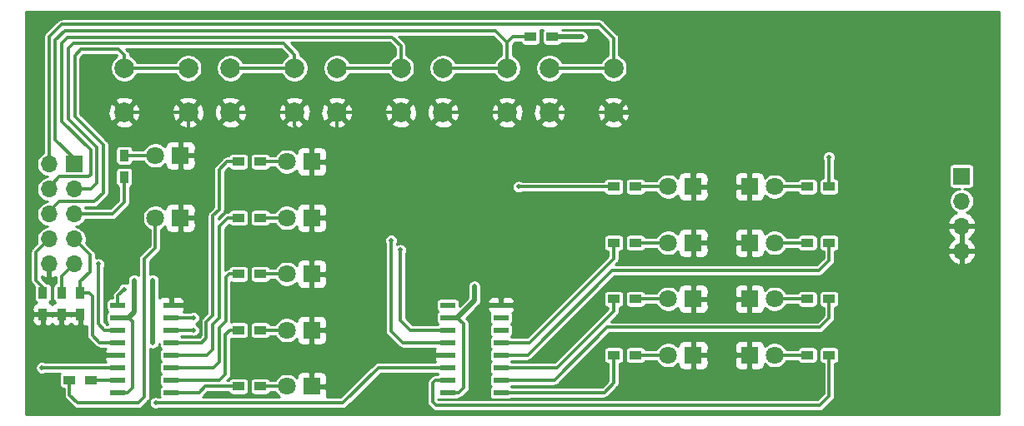
<source format=gbr>
G04 #@! TF.GenerationSoftware,KiCad,Pcbnew,(5.1.5)-3*
G04 #@! TF.CreationDate,2020-07-08T15:45:15+02:00*
G04 #@! TF.ProjectId,SBIO3,5342494f-332e-46b6-9963-61645f706362,rev?*
G04 #@! TF.SameCoordinates,Original*
G04 #@! TF.FileFunction,Copper,L1,Top*
G04 #@! TF.FilePolarity,Positive*
%FSLAX46Y46*%
G04 Gerber Fmt 4.6, Leading zero omitted, Abs format (unit mm)*
G04 Created by KiCad (PCBNEW (5.1.5)-3) date 2020-07-08 15:45:15*
%MOMM*%
%LPD*%
G04 APERTURE LIST*
%ADD10O,1.700000X1.700000*%
%ADD11R,1.700000X1.700000*%
%ADD12C,1.800000*%
%ADD13R,1.800000X1.800000*%
%ADD14R,1.500000X0.600000*%
%ADD15C,2.000000*%
%ADD16R,1.200000X0.900000*%
%ADD17R,0.900000X1.200000*%
%ADD18C,0.500000*%
%ADD19C,0.500000*%
%ADD20C,0.300000*%
%ADD21C,0.254000*%
G04 APERTURE END LIST*
D10*
X76800000Y-162979000D03*
X79340000Y-162979000D03*
X76800000Y-160439000D03*
X79340000Y-160439000D03*
X76800000Y-157899000D03*
X79340000Y-157899000D03*
X76800000Y-155359000D03*
X79340000Y-155359000D03*
X76800000Y-152819000D03*
D11*
X79340000Y-152819000D03*
D10*
X169446500Y-161645500D03*
X169446500Y-159105500D03*
X169446500Y-156565500D03*
D11*
X169446500Y-154025500D03*
D12*
X87595000Y-158280000D03*
D13*
X90135000Y-158280000D03*
D12*
X87595000Y-151930000D03*
D13*
X90135000Y-151930000D03*
D14*
X89185000Y-176060000D03*
X89185000Y-174790000D03*
X89185000Y-173520000D03*
X89185000Y-172250000D03*
X89185000Y-170980000D03*
X89185000Y-169710000D03*
X89185000Y-168440000D03*
X89185000Y-167170000D03*
X83785000Y-167170000D03*
X83785000Y-168440000D03*
X83785000Y-169710000D03*
X83785000Y-170980000D03*
X83785000Y-172250000D03*
X83785000Y-173520000D03*
X83785000Y-174790000D03*
X83785000Y-176060000D03*
D15*
X123305000Y-143040000D03*
X123305000Y-147540000D03*
X116805000Y-143040000D03*
X116805000Y-147540000D03*
X84420000Y-147540000D03*
X84420000Y-143040000D03*
X90920000Y-147540000D03*
X90920000Y-143040000D03*
D14*
X117280000Y-176060000D03*
X117280000Y-174790000D03*
X117280000Y-173520000D03*
X117280000Y-172250000D03*
X117280000Y-170980000D03*
X117280000Y-169710000D03*
X117280000Y-168440000D03*
X117280000Y-167170000D03*
X122680000Y-167170000D03*
X122680000Y-168440000D03*
X122680000Y-169710000D03*
X122680000Y-170980000D03*
X122680000Y-172250000D03*
X122680000Y-173520000D03*
X122680000Y-174790000D03*
X122680000Y-176060000D03*
D15*
X95215000Y-147540000D03*
X95215000Y-143040000D03*
X101715000Y-147540000D03*
X101715000Y-143040000D03*
X134100000Y-143040000D03*
X134100000Y-147540000D03*
X127600000Y-143040000D03*
X127600000Y-147540000D03*
X112510000Y-143040000D03*
X112510000Y-147540000D03*
X106010000Y-143040000D03*
X106010000Y-147540000D03*
D12*
X139665000Y-160820000D03*
D13*
X142205000Y-160820000D03*
D16*
X96020000Y-175425000D03*
X98220000Y-175425000D03*
X153805000Y-160820000D03*
X156005000Y-160820000D03*
D13*
X103470000Y-175425000D03*
D12*
X100930000Y-175425000D03*
X100930000Y-158280000D03*
D13*
X103470000Y-158280000D03*
D12*
X100930000Y-152565000D03*
D13*
X103470000Y-152565000D03*
X142205000Y-172250000D03*
D12*
X139665000Y-172250000D03*
D13*
X147920000Y-166535000D03*
D12*
X150460000Y-166535000D03*
X139665000Y-155105000D03*
D13*
X142205000Y-155105000D03*
D17*
X76165000Y-165900000D03*
X76165000Y-168100000D03*
D16*
X81075000Y-174790000D03*
X78875000Y-174790000D03*
X134120000Y-166535000D03*
X136320000Y-166535000D03*
X96020000Y-158280000D03*
X98220000Y-158280000D03*
X136320000Y-155105000D03*
X134120000Y-155105000D03*
D12*
X100930000Y-163995000D03*
D13*
X103470000Y-163995000D03*
X147920000Y-160820000D03*
D12*
X150460000Y-160820000D03*
D16*
X98220000Y-152565000D03*
X96020000Y-152565000D03*
D17*
X84420000Y-151930000D03*
X84420000Y-154130000D03*
D16*
X98220000Y-163995000D03*
X96020000Y-163995000D03*
X96020000Y-169710000D03*
X98220000Y-169710000D03*
D13*
X147920000Y-172250000D03*
D12*
X150460000Y-172250000D03*
D13*
X142205000Y-166535000D03*
D12*
X139665000Y-166535000D03*
D17*
X78070000Y-168100000D03*
X78070000Y-165900000D03*
D12*
X150460000Y-155105000D03*
D13*
X147920000Y-155105000D03*
D17*
X79975000Y-168100000D03*
X79975000Y-165900000D03*
D16*
X156005000Y-172250000D03*
X153805000Y-172250000D03*
X127895000Y-139865000D03*
X125695000Y-139865000D03*
X156005000Y-155105000D03*
X153805000Y-155105000D03*
X136320000Y-172250000D03*
X134120000Y-172250000D03*
X156005000Y-166535000D03*
X153805000Y-166535000D03*
X136320000Y-160820000D03*
X134120000Y-160820000D03*
D12*
X100930000Y-169710000D03*
D13*
X103470000Y-169710000D03*
D18*
X163160000Y-171361000D03*
X78578000Y-170980000D03*
X156048000Y-146088000D03*
X163668000Y-161137500D03*
X140808000Y-144373500D03*
X119980000Y-165265000D03*
X130902000Y-139865000D03*
X87341000Y-164630000D03*
X85436000Y-164630000D03*
X87341000Y-170980000D03*
X81799000Y-162979000D03*
X112470000Y-161560000D03*
X76070000Y-173530000D03*
X111520000Y-160570000D03*
X91460000Y-169710000D03*
X155990000Y-152090000D03*
X91460000Y-168440000D03*
X124470000Y-155120000D03*
X84450000Y-165540000D03*
X87610000Y-177120000D03*
D19*
X134100000Y-147540000D02*
X141117000Y-147540000D01*
D20*
X105375000Y-152565000D02*
X103470000Y-152565000D01*
X101715000Y-148905000D02*
X103470000Y-150660000D01*
X106010000Y-147540000D02*
X112510000Y-147540000D01*
X103470000Y-169710000D02*
X103470000Y-175425000D01*
X127600000Y-147540000D02*
X134100000Y-147540000D01*
X78070000Y-168100000D02*
X79975000Y-168100000D01*
D19*
X141117000Y-147540000D02*
X142205000Y-148628000D01*
D20*
X103470000Y-150660000D02*
X103470000Y-152565000D01*
X90135000Y-158280000D02*
X90135000Y-151930000D01*
X95215000Y-147540000D02*
X101715000Y-147540000D01*
X106010000Y-151930000D02*
X105375000Y-152565000D01*
X142205000Y-160820000D02*
X142205000Y-155105000D01*
X147920000Y-166535000D02*
X142205000Y-166535000D01*
X101715000Y-147540000D02*
X101715000Y-148905000D01*
X103470000Y-163995000D02*
X103470000Y-169710000D01*
X116805000Y-147540000D02*
X123305000Y-147540000D01*
X76165000Y-168100000D02*
X78070000Y-168100000D01*
X106010000Y-147540000D02*
X106010000Y-151930000D01*
X90135000Y-151930000D02*
X90135000Y-150285000D01*
X147920000Y-160820000D02*
X147920000Y-155105000D01*
X90920000Y-149500000D02*
X90920000Y-147540000D01*
D19*
X142205000Y-148628000D02*
X142205000Y-155105000D01*
D20*
X103470000Y-152565000D02*
X103470000Y-158280000D01*
X103470000Y-158280000D02*
X103470000Y-163995000D01*
X142205000Y-155105000D02*
X147920000Y-155105000D01*
X84420000Y-147540000D02*
X90920000Y-147540000D01*
X90135000Y-150285000D02*
X90920000Y-149500000D01*
D19*
X119980000Y-166710000D02*
X118250000Y-168440000D01*
X119980000Y-165265000D02*
X119980000Y-166710000D01*
X84890000Y-168440000D02*
X83785000Y-168440000D01*
X85436000Y-164630000D02*
X85436000Y-167894000D01*
X85436000Y-167894000D02*
X84890000Y-168440000D01*
X87341000Y-170980000D02*
X87341000Y-164630000D01*
X118250000Y-168440000D02*
X117280000Y-168440000D01*
X130902000Y-139865000D02*
X127895000Y-139865000D01*
D20*
X118900000Y-169090000D02*
X118250000Y-168440000D01*
X84890000Y-168440000D02*
X85290000Y-168840000D01*
X118900000Y-175570000D02*
X118900000Y-169090000D01*
X117280000Y-176060000D02*
X118410000Y-176060000D01*
X85290000Y-175540000D02*
X84770000Y-176060000D01*
X85290000Y-168840000D02*
X85290000Y-175540000D01*
X118410000Y-176060000D02*
X118900000Y-175570000D01*
X84770000Y-176060000D02*
X83785000Y-176060000D01*
X112470000Y-168720000D02*
X113460000Y-169710000D01*
X82440000Y-169710000D02*
X83785000Y-169710000D01*
X81799000Y-162979000D02*
X81799000Y-169069000D01*
X113460000Y-169710000D02*
X117280000Y-169710000D01*
X78070000Y-164249000D02*
X79340000Y-162979000D01*
X81799000Y-169069000D02*
X82440000Y-169710000D01*
X78070000Y-165900000D02*
X78070000Y-164249000D01*
X112470000Y-161560000D02*
X112470000Y-168720000D01*
X76080000Y-173520000D02*
X83785000Y-173520000D01*
X76165000Y-165295000D02*
X75480000Y-164610000D01*
X76165000Y-165900000D02*
X76165000Y-165295000D01*
X75480000Y-164610000D02*
X75480000Y-161759000D01*
X76070000Y-173530000D02*
X76080000Y-173520000D01*
X75480000Y-161759000D02*
X76800000Y-160439000D01*
X111520000Y-160570000D02*
X111520000Y-169830000D01*
X112670000Y-170980000D02*
X117280000Y-170980000D01*
X81190000Y-170240000D02*
X81930000Y-170980000D01*
X111520000Y-169830000D02*
X112670000Y-170980000D01*
X80950000Y-162049000D02*
X79340000Y-160439000D01*
X79975000Y-165900000D02*
X79975000Y-164745000D01*
X79975000Y-165900000D02*
X80850000Y-165900000D01*
X81930000Y-170980000D02*
X83785000Y-170980000D01*
X81190000Y-166240000D02*
X81190000Y-170240000D01*
X80850000Y-165900000D02*
X81190000Y-166240000D01*
X79975000Y-164745000D02*
X80950000Y-163770000D01*
X80950000Y-163770000D02*
X80950000Y-162049000D01*
X79400000Y-141820000D02*
X80070000Y-141150000D01*
X76800000Y-157899000D02*
X76800000Y-157660000D01*
X82290000Y-155730000D02*
X82290000Y-150820000D01*
X81390000Y-156630000D02*
X82290000Y-155730000D01*
X77830000Y-156630000D02*
X81390000Y-156630000D01*
X76800000Y-157660000D02*
X77830000Y-156630000D01*
X80070000Y-141150000D02*
X83880000Y-141150000D01*
X79400000Y-147930000D02*
X79400000Y-141820000D01*
X82290000Y-150820000D02*
X79400000Y-147930000D01*
X83880000Y-141150000D02*
X84420000Y-141690000D01*
X84420000Y-143040000D02*
X90920000Y-143040000D01*
X84420000Y-141690000D02*
X84420000Y-143040000D01*
X79340000Y-157899000D02*
X83251000Y-157899000D01*
X84420000Y-156730000D02*
X84420000Y-154130000D01*
X83251000Y-157899000D02*
X84420000Y-156730000D01*
X78100000Y-148450000D02*
X78100000Y-140480000D01*
X77860000Y-154100000D02*
X80790000Y-154100000D01*
X112510000Y-140810000D02*
X112510000Y-143040000D01*
X111590000Y-139890000D02*
X112510000Y-140810000D01*
X78100000Y-140480000D02*
X78690000Y-139890000D01*
X76800000Y-155160000D02*
X77860000Y-154100000D01*
X106010000Y-143040000D02*
X112510000Y-143040000D01*
X78690000Y-139890000D02*
X111590000Y-139890000D01*
X81020000Y-153870000D02*
X81020000Y-151370000D01*
X81020000Y-151370000D02*
X78100000Y-148450000D01*
X76800000Y-155359000D02*
X76800000Y-155160000D01*
X80790000Y-154100000D02*
X81020000Y-153870000D01*
X78750000Y-148220000D02*
X78750000Y-141040000D01*
X81031000Y-155359000D02*
X81660000Y-154730000D01*
X81660000Y-154730000D02*
X81660000Y-151130000D01*
X79340000Y-155359000D02*
X81031000Y-155359000D01*
X101715000Y-141665000D02*
X101715000Y-143040000D01*
X81660000Y-151130000D02*
X78750000Y-148220000D01*
X79270000Y-140520000D02*
X100570000Y-140520000D01*
X95215000Y-143040000D02*
X101715000Y-143040000D01*
X100570000Y-140520000D02*
X101715000Y-141665000D01*
X78750000Y-141040000D02*
X79270000Y-140520000D01*
X127600000Y-143040000D02*
X134100000Y-143040000D01*
X132680000Y-138595000D02*
X134100000Y-140015000D01*
X134100000Y-140015000D02*
X134100000Y-143040000D01*
X76800000Y-152819000D02*
X76800000Y-139865000D01*
X78070000Y-138595000D02*
X132680000Y-138595000D01*
X76800000Y-139865000D02*
X78070000Y-138595000D01*
X77440000Y-140180000D02*
X78390000Y-139230000D01*
X77440000Y-150330000D02*
X77440000Y-140180000D01*
X123305000Y-140455000D02*
X123305000Y-143040000D01*
X78390000Y-139230000D02*
X122080000Y-139230000D01*
X125695000Y-139865000D02*
X123895000Y-139865000D01*
X123895000Y-139865000D02*
X123305000Y-140455000D01*
X116805000Y-143040000D02*
X123305000Y-143040000D01*
X79340000Y-152230000D02*
X77440000Y-150330000D01*
X79340000Y-152819000D02*
X79340000Y-152230000D01*
X122080000Y-139230000D02*
X123305000Y-140455000D01*
X84420000Y-151930000D02*
X87595000Y-151930000D01*
X89185000Y-174790000D02*
X94120000Y-174790000D01*
X94720000Y-170180000D02*
X95190000Y-169710000D01*
X94120000Y-174790000D02*
X94720000Y-174190000D01*
X95190000Y-169710000D02*
X96020000Y-169710000D01*
X94720000Y-174190000D02*
X94720000Y-170180000D01*
X98220000Y-169710000D02*
X100930000Y-169710000D01*
X98220000Y-163995000D02*
X100930000Y-163995000D01*
X93500000Y-173520000D02*
X94090000Y-172930000D01*
X94730000Y-168830000D02*
X94730000Y-164345000D01*
X89185000Y-173520000D02*
X93500000Y-173520000D01*
X94090000Y-169470000D02*
X94730000Y-168830000D01*
X94730000Y-164345000D02*
X95080000Y-163995000D01*
X95080000Y-163995000D02*
X96020000Y-163995000D01*
X94090000Y-172930000D02*
X94090000Y-169470000D01*
X93440000Y-169120000D02*
X94060000Y-168500000D01*
X93440000Y-171660000D02*
X93440000Y-169120000D01*
X94060000Y-168500000D02*
X94060000Y-159170000D01*
X89185000Y-172250000D02*
X92850000Y-172250000D01*
X92850000Y-172250000D02*
X93440000Y-171660000D01*
X94060000Y-159170000D02*
X94950000Y-158280000D01*
X94950000Y-158280000D02*
X96020000Y-158280000D01*
X98220000Y-158280000D02*
X100930000Y-158280000D01*
X98220000Y-152565000D02*
X100930000Y-152565000D01*
X92770000Y-168870000D02*
X93430000Y-168210000D01*
X89185000Y-170980000D02*
X92310000Y-170980000D01*
X94855000Y-152565000D02*
X96020000Y-152565000D01*
X93430000Y-158060000D02*
X94060000Y-157430000D01*
X92770000Y-170520000D02*
X92770000Y-168870000D01*
X94060000Y-157430000D02*
X94060000Y-153360000D01*
X94060000Y-153360000D02*
X94855000Y-152565000D01*
X93430000Y-168210000D02*
X93430000Y-158060000D01*
X92310000Y-170980000D02*
X92770000Y-170520000D01*
X155990000Y-152090000D02*
X155990000Y-155090000D01*
X155990000Y-155090000D02*
X156005000Y-155105000D01*
X89185000Y-169710000D02*
X91460000Y-169710000D01*
X150460000Y-155105000D02*
X153805000Y-155105000D01*
X136320000Y-155105000D02*
X139665000Y-155105000D01*
X89185000Y-168440000D02*
X91460000Y-168440000D01*
X124470000Y-155120000D02*
X134105000Y-155120000D01*
X134105000Y-155120000D02*
X134120000Y-155105000D01*
X87595000Y-161315000D02*
X87595000Y-158280000D01*
X86450000Y-162460000D02*
X87595000Y-161315000D01*
X86450000Y-176530000D02*
X86450000Y-162460000D01*
X78875000Y-176305000D02*
X79700000Y-177130000D01*
X85850000Y-177130000D02*
X86450000Y-176530000D01*
X79700000Y-177130000D02*
X85850000Y-177130000D01*
X78875000Y-174790000D02*
X78875000Y-176305000D01*
X98220000Y-175425000D02*
X100930000Y-175425000D01*
X150460000Y-172250000D02*
X153805000Y-172250000D01*
X136320000Y-172250000D02*
X139665000Y-172250000D01*
X150460000Y-166535000D02*
X153805000Y-166535000D01*
X136320000Y-166535000D02*
X139665000Y-166535000D01*
X150460000Y-160820000D02*
X153805000Y-160820000D01*
X136320000Y-160820000D02*
X139665000Y-160820000D01*
X83785000Y-174790000D02*
X81075000Y-174790000D01*
X92675000Y-175425000D02*
X96020000Y-175425000D01*
X89185000Y-176060000D02*
X92040000Y-176060000D01*
X92040000Y-176060000D02*
X92675000Y-175425000D01*
X115730000Y-177010000D02*
X116090000Y-177370000D01*
X117280000Y-174790000D02*
X116040000Y-174790000D01*
X115730000Y-175100000D02*
X115730000Y-177010000D01*
X156005000Y-176415000D02*
X156005000Y-172250000D01*
X155050000Y-177370000D02*
X156005000Y-176415000D01*
X116040000Y-174790000D02*
X115730000Y-175100000D01*
X116090000Y-177370000D02*
X155050000Y-177370000D01*
X122680000Y-176060000D02*
X133160000Y-176060000D01*
X134120000Y-175100000D02*
X134120000Y-172250000D01*
X133160000Y-176060000D02*
X134120000Y-175100000D01*
X155040000Y-169420000D02*
X156005000Y-168455000D01*
X133470000Y-169420000D02*
X155040000Y-169420000D01*
X128100000Y-174790000D02*
X133470000Y-169420000D01*
X156005000Y-168455000D02*
X156005000Y-166535000D01*
X122680000Y-174790000D02*
X128100000Y-174790000D01*
X122680000Y-173520000D02*
X128360000Y-173520000D01*
X128360000Y-173520000D02*
X134120000Y-167760000D01*
X134120000Y-167760000D02*
X134120000Y-166535000D01*
X156005000Y-162605000D02*
X156005000Y-160820000D01*
X154970000Y-163640000D02*
X156005000Y-162605000D01*
X133980000Y-163640000D02*
X154970000Y-163640000D01*
X125370000Y-172250000D02*
X133980000Y-163640000D01*
X122680000Y-172250000D02*
X125370000Y-172250000D01*
X122680000Y-170980000D02*
X125570000Y-170980000D01*
X125570000Y-170980000D02*
X134120000Y-162430000D01*
X134120000Y-162430000D02*
X134120000Y-160820000D01*
X87610000Y-177120000D02*
X106640000Y-177120000D01*
X83785000Y-166205000D02*
X84450000Y-165540000D01*
X83785000Y-167170000D02*
X83785000Y-166205000D01*
X106640000Y-177120000D02*
X110240000Y-173520000D01*
X110240000Y-173520000D02*
X117280000Y-173520000D01*
D21*
G36*
X173228000Y-178308000D02*
G01*
X74422000Y-178308000D01*
X74422000Y-168700000D01*
X75076928Y-168700000D01*
X75089188Y-168824482D01*
X75125498Y-168944180D01*
X75184463Y-169054494D01*
X75263815Y-169151185D01*
X75360506Y-169230537D01*
X75470820Y-169289502D01*
X75590518Y-169325812D01*
X75715000Y-169338072D01*
X75879250Y-169335000D01*
X76038000Y-169176250D01*
X76038000Y-168227000D01*
X76292000Y-168227000D01*
X76292000Y-169176250D01*
X76450750Y-169335000D01*
X76615000Y-169338072D01*
X76739482Y-169325812D01*
X76859180Y-169289502D01*
X76969494Y-169230537D01*
X77066185Y-169151185D01*
X77117500Y-169088657D01*
X77168815Y-169151185D01*
X77265506Y-169230537D01*
X77375820Y-169289502D01*
X77495518Y-169325812D01*
X77620000Y-169338072D01*
X77784250Y-169335000D01*
X77943000Y-169176250D01*
X77943000Y-168227000D01*
X78197000Y-168227000D01*
X78197000Y-169176250D01*
X78355750Y-169335000D01*
X78520000Y-169338072D01*
X78644482Y-169325812D01*
X78764180Y-169289502D01*
X78874494Y-169230537D01*
X78971185Y-169151185D01*
X79022500Y-169088657D01*
X79073815Y-169151185D01*
X79170506Y-169230537D01*
X79280820Y-169289502D01*
X79400518Y-169325812D01*
X79525000Y-169338072D01*
X79689250Y-169335000D01*
X79848000Y-169176250D01*
X79848000Y-168227000D01*
X79048750Y-168227000D01*
X79022500Y-168253250D01*
X78996250Y-168227000D01*
X78197000Y-168227000D01*
X77943000Y-168227000D01*
X77143750Y-168227000D01*
X77117500Y-168253250D01*
X77091250Y-168227000D01*
X76292000Y-168227000D01*
X76038000Y-168227000D01*
X75238750Y-168227000D01*
X75080000Y-168385750D01*
X75076928Y-168700000D01*
X74422000Y-168700000D01*
X74422000Y-161759000D01*
X74900210Y-161759000D01*
X74903001Y-161787341D01*
X74903000Y-164581669D01*
X74900210Y-164610000D01*
X74911349Y-164723111D01*
X74926495Y-164773037D01*
X74944343Y-164831875D01*
X74997921Y-164932114D01*
X75070026Y-165019974D01*
X75092038Y-165038039D01*
X75292036Y-165238037D01*
X75285934Y-165300000D01*
X75285934Y-166500000D01*
X75294178Y-166583707D01*
X75318595Y-166664196D01*
X75358245Y-166738376D01*
X75411605Y-166803395D01*
X75476624Y-166856755D01*
X75538666Y-166889917D01*
X75470820Y-166910498D01*
X75360506Y-166969463D01*
X75263815Y-167048815D01*
X75184463Y-167145506D01*
X75125498Y-167255820D01*
X75089188Y-167375518D01*
X75076928Y-167500000D01*
X75080000Y-167814250D01*
X75238750Y-167973000D01*
X76038000Y-167973000D01*
X76038000Y-167953000D01*
X76292000Y-167953000D01*
X76292000Y-167973000D01*
X77091250Y-167973000D01*
X77117500Y-167946750D01*
X77143750Y-167973000D01*
X77943000Y-167973000D01*
X77943000Y-167953000D01*
X78197000Y-167953000D01*
X78197000Y-167973000D01*
X78996250Y-167973000D01*
X79022500Y-167946750D01*
X79048750Y-167973000D01*
X79848000Y-167973000D01*
X79848000Y-167953000D01*
X80102000Y-167953000D01*
X80102000Y-167973000D01*
X80122000Y-167973000D01*
X80122000Y-168227000D01*
X80102000Y-168227000D01*
X80102000Y-169176250D01*
X80260750Y-169335000D01*
X80425000Y-169338072D01*
X80549482Y-169325812D01*
X80613001Y-169306544D01*
X80613001Y-170211659D01*
X80610210Y-170240000D01*
X80621349Y-170353111D01*
X80649025Y-170444343D01*
X80654344Y-170461876D01*
X80707922Y-170562115D01*
X80730786Y-170589974D01*
X80761963Y-170627964D01*
X80761966Y-170627967D01*
X80780027Y-170649974D01*
X80802033Y-170668034D01*
X81501965Y-171367967D01*
X81520026Y-171389974D01*
X81542033Y-171408035D01*
X81542035Y-171408037D01*
X81555958Y-171419463D01*
X81607885Y-171462079D01*
X81708124Y-171515657D01*
X81752697Y-171529178D01*
X81816888Y-171548651D01*
X81877971Y-171554666D01*
X81901664Y-171557000D01*
X81901668Y-171557000D01*
X81929999Y-171559790D01*
X81958330Y-171557000D01*
X82536064Y-171557000D01*
X82504463Y-171595506D01*
X82445498Y-171705820D01*
X82409188Y-171825518D01*
X82396928Y-171950000D01*
X82400000Y-171964250D01*
X82558750Y-172123000D01*
X83658000Y-172123000D01*
X83658000Y-172103000D01*
X83912000Y-172103000D01*
X83912000Y-172123000D01*
X83932000Y-172123000D01*
X83932000Y-172377000D01*
X83912000Y-172377000D01*
X83912000Y-172397000D01*
X83658000Y-172397000D01*
X83658000Y-172377000D01*
X82558750Y-172377000D01*
X82400000Y-172535750D01*
X82396928Y-172550000D01*
X82409188Y-172674482D01*
X82445498Y-172794180D01*
X82504463Y-172904494D01*
X82536064Y-172943000D01*
X76410061Y-172943000D01*
X76390680Y-172930050D01*
X76267474Y-172879016D01*
X76136679Y-172853000D01*
X76003321Y-172853000D01*
X75872526Y-172879016D01*
X75749320Y-172930050D01*
X75638437Y-173004140D01*
X75544140Y-173098437D01*
X75470050Y-173209320D01*
X75419016Y-173332526D01*
X75393000Y-173463321D01*
X75393000Y-173596679D01*
X75419016Y-173727474D01*
X75470050Y-173850680D01*
X75544140Y-173961563D01*
X75638437Y-174055860D01*
X75749320Y-174129950D01*
X75872526Y-174180984D01*
X76003321Y-174207000D01*
X76136679Y-174207000D01*
X76267474Y-174180984D01*
X76390680Y-174129950D01*
X76439993Y-174097000D01*
X77922040Y-174097000D01*
X77918245Y-174101624D01*
X77878595Y-174175804D01*
X77854178Y-174256293D01*
X77845934Y-174340000D01*
X77845934Y-175240000D01*
X77854178Y-175323707D01*
X77878595Y-175404196D01*
X77918245Y-175478376D01*
X77971605Y-175543395D01*
X78036624Y-175596755D01*
X78110804Y-175636405D01*
X78191293Y-175660822D01*
X78275000Y-175669066D01*
X78298001Y-175669066D01*
X78298001Y-176276659D01*
X78295210Y-176305000D01*
X78306349Y-176418111D01*
X78327562Y-176488037D01*
X78339344Y-176526876D01*
X78392922Y-176627115D01*
X78422697Y-176663395D01*
X78446963Y-176692964D01*
X78446966Y-176692967D01*
X78465027Y-176714974D01*
X78487033Y-176733034D01*
X79271965Y-177517967D01*
X79290026Y-177539974D01*
X79312033Y-177558035D01*
X79312035Y-177558037D01*
X79331980Y-177574405D01*
X79377885Y-177612079D01*
X79478124Y-177665657D01*
X79586888Y-177698650D01*
X79671664Y-177707000D01*
X79671670Y-177707000D01*
X79699999Y-177709790D01*
X79728328Y-177707000D01*
X85821669Y-177707000D01*
X85850000Y-177709790D01*
X85878331Y-177707000D01*
X85878336Y-177707000D01*
X85908045Y-177704074D01*
X85963111Y-177698651D01*
X86007770Y-177685103D01*
X86071876Y-177665657D01*
X86172115Y-177612079D01*
X86259974Y-177539974D01*
X86278039Y-177517962D01*
X86837968Y-176958034D01*
X86859974Y-176939974D01*
X86932079Y-176852115D01*
X86985657Y-176751876D01*
X87018650Y-176643112D01*
X87027000Y-176558336D01*
X87027000Y-176558330D01*
X87029790Y-176530001D01*
X87027000Y-176501672D01*
X87027000Y-171582717D01*
X87051208Y-171592744D01*
X87080670Y-171608492D01*
X87112636Y-171618189D01*
X87143526Y-171630984D01*
X87176315Y-171637506D01*
X87208285Y-171647204D01*
X87241536Y-171650479D01*
X87274321Y-171657000D01*
X87307748Y-171657000D01*
X87341000Y-171660275D01*
X87374252Y-171657000D01*
X87407679Y-171657000D01*
X87440465Y-171650479D01*
X87473714Y-171647204D01*
X87505682Y-171637507D01*
X87538474Y-171630984D01*
X87569366Y-171618188D01*
X87601329Y-171608492D01*
X87630788Y-171592746D01*
X87661680Y-171579950D01*
X87689480Y-171561375D01*
X87718940Y-171545628D01*
X87744763Y-171524435D01*
X87772563Y-171505860D01*
X87796206Y-171482217D01*
X87822026Y-171461027D01*
X87843218Y-171435205D01*
X87866860Y-171411563D01*
X87885433Y-171383767D01*
X87906628Y-171357941D01*
X87922377Y-171328476D01*
X87940950Y-171300680D01*
X87953744Y-171269792D01*
X87969492Y-171240330D01*
X87979189Y-171208364D01*
X87991984Y-171177474D01*
X87998506Y-171144685D01*
X88005934Y-171120198D01*
X88005934Y-171280000D01*
X88014178Y-171363707D01*
X88038595Y-171444196D01*
X88078245Y-171518376D01*
X88131605Y-171583395D01*
X88170116Y-171615000D01*
X88131605Y-171646605D01*
X88078245Y-171711624D01*
X88038595Y-171785804D01*
X88014178Y-171866293D01*
X88005934Y-171950000D01*
X88005934Y-172550000D01*
X88014178Y-172633707D01*
X88038595Y-172714196D01*
X88078245Y-172788376D01*
X88131605Y-172853395D01*
X88170116Y-172885000D01*
X88131605Y-172916605D01*
X88078245Y-172981624D01*
X88038595Y-173055804D01*
X88014178Y-173136293D01*
X88005934Y-173220000D01*
X88005934Y-173820000D01*
X88014178Y-173903707D01*
X88038595Y-173984196D01*
X88078245Y-174058376D01*
X88131605Y-174123395D01*
X88170116Y-174155000D01*
X88131605Y-174186605D01*
X88078245Y-174251624D01*
X88038595Y-174325804D01*
X88014178Y-174406293D01*
X88005934Y-174490000D01*
X88005934Y-175090000D01*
X88014178Y-175173707D01*
X88038595Y-175254196D01*
X88078245Y-175328376D01*
X88131605Y-175393395D01*
X88170116Y-175425000D01*
X88131605Y-175456605D01*
X88078245Y-175521624D01*
X88038595Y-175595804D01*
X88014178Y-175676293D01*
X88005934Y-175760000D01*
X88005934Y-176360000D01*
X88014178Y-176443707D01*
X88038595Y-176524196D01*
X88048646Y-176543000D01*
X87965027Y-176543000D01*
X87930680Y-176520050D01*
X87807474Y-176469016D01*
X87676679Y-176443000D01*
X87543321Y-176443000D01*
X87412526Y-176469016D01*
X87289320Y-176520050D01*
X87178437Y-176594140D01*
X87084140Y-176688437D01*
X87010050Y-176799320D01*
X86959016Y-176922526D01*
X86933000Y-177053321D01*
X86933000Y-177186679D01*
X86959016Y-177317474D01*
X87010050Y-177440680D01*
X87084140Y-177551563D01*
X87178437Y-177645860D01*
X87289320Y-177719950D01*
X87412526Y-177770984D01*
X87543321Y-177797000D01*
X87676679Y-177797000D01*
X87807474Y-177770984D01*
X87930680Y-177719950D01*
X87965027Y-177697000D01*
X106611669Y-177697000D01*
X106640000Y-177699790D01*
X106668331Y-177697000D01*
X106668336Y-177697000D01*
X106698045Y-177694074D01*
X106753111Y-177688651D01*
X106797770Y-177675103D01*
X106861876Y-177655657D01*
X106962115Y-177602079D01*
X107049974Y-177529974D01*
X107068039Y-177507962D01*
X110479001Y-174097000D01*
X116204943Y-174097000D01*
X116226605Y-174123395D01*
X116265116Y-174155000D01*
X116226605Y-174186605D01*
X116204943Y-174213000D01*
X116068328Y-174213000D01*
X116039999Y-174210210D01*
X116011670Y-174213000D01*
X116011664Y-174213000D01*
X115926888Y-174221350D01*
X115818124Y-174254343D01*
X115717885Y-174307921D01*
X115630026Y-174380026D01*
X115611963Y-174402036D01*
X115342038Y-174671961D01*
X115320026Y-174690026D01*
X115247921Y-174777886D01*
X115194343Y-174878125D01*
X115180796Y-174922783D01*
X115161349Y-174986889D01*
X115150210Y-175100000D01*
X115153000Y-175128331D01*
X115153001Y-176981659D01*
X115150210Y-177010000D01*
X115161349Y-177123111D01*
X115194344Y-177231876D01*
X115247922Y-177332115D01*
X115255933Y-177341876D01*
X115301963Y-177397964D01*
X115301966Y-177397967D01*
X115320027Y-177419974D01*
X115342034Y-177438035D01*
X115661957Y-177757957D01*
X115680026Y-177779974D01*
X115767885Y-177852079D01*
X115868124Y-177905657D01*
X115912782Y-177919204D01*
X115976888Y-177938651D01*
X116034886Y-177944363D01*
X116061664Y-177947000D01*
X116061669Y-177947000D01*
X116090000Y-177949790D01*
X116118331Y-177947000D01*
X155021669Y-177947000D01*
X155050000Y-177949790D01*
X155078331Y-177947000D01*
X155078336Y-177947000D01*
X155108045Y-177944074D01*
X155163111Y-177938651D01*
X155207770Y-177925103D01*
X155271876Y-177905657D01*
X155372115Y-177852079D01*
X155459974Y-177779974D01*
X155478039Y-177757962D01*
X156392968Y-176843034D01*
X156414974Y-176824974D01*
X156487079Y-176737115D01*
X156540657Y-176636876D01*
X156557315Y-176581963D01*
X156573651Y-176528112D01*
X156580777Y-176455748D01*
X156582000Y-176443336D01*
X156582000Y-176443331D01*
X156584790Y-176415000D01*
X156582000Y-176386669D01*
X156582000Y-173129066D01*
X156605000Y-173129066D01*
X156688707Y-173120822D01*
X156769196Y-173096405D01*
X156843376Y-173056755D01*
X156908395Y-173003395D01*
X156961755Y-172938376D01*
X157001405Y-172864196D01*
X157025822Y-172783707D01*
X157034066Y-172700000D01*
X157034066Y-171800000D01*
X157025822Y-171716293D01*
X157001405Y-171635804D01*
X156961755Y-171561624D01*
X156908395Y-171496605D01*
X156843376Y-171443245D01*
X156769196Y-171403595D01*
X156688707Y-171379178D01*
X156605000Y-171370934D01*
X155405000Y-171370934D01*
X155321293Y-171379178D01*
X155240804Y-171403595D01*
X155166624Y-171443245D01*
X155101605Y-171496605D01*
X155048245Y-171561624D01*
X155008595Y-171635804D01*
X154984178Y-171716293D01*
X154975934Y-171800000D01*
X154975934Y-172700000D01*
X154984178Y-172783707D01*
X155008595Y-172864196D01*
X155048245Y-172938376D01*
X155101605Y-173003395D01*
X155166624Y-173056755D01*
X155240804Y-173096405D01*
X155321293Y-173120822D01*
X155405000Y-173129066D01*
X155428001Y-173129066D01*
X155428000Y-176175998D01*
X154810999Y-176793000D01*
X116329000Y-176793000D01*
X116307000Y-176770999D01*
X116307000Y-176724974D01*
X116365804Y-176756405D01*
X116446293Y-176780822D01*
X116530000Y-176789066D01*
X118030000Y-176789066D01*
X118113707Y-176780822D01*
X118194196Y-176756405D01*
X118268376Y-176716755D01*
X118333395Y-176663395D01*
X118355057Y-176637000D01*
X118381669Y-176637000D01*
X118410000Y-176639790D01*
X118438331Y-176637000D01*
X118438336Y-176637000D01*
X118468045Y-176634074D01*
X118523111Y-176628651D01*
X118567770Y-176615103D01*
X118631876Y-176595657D01*
X118732115Y-176542079D01*
X118819974Y-176469974D01*
X118838039Y-176447962D01*
X119287963Y-175998038D01*
X119309974Y-175979974D01*
X119382079Y-175892115D01*
X119435657Y-175791876D01*
X119455880Y-175725210D01*
X119468651Y-175683112D01*
X119479791Y-175570000D01*
X119477000Y-175541661D01*
X119477000Y-169118331D01*
X119479790Y-169090000D01*
X119476839Y-169060026D01*
X119472601Y-169017000D01*
X119468651Y-168976888D01*
X119442356Y-168890209D01*
X119435657Y-168868124D01*
X119382079Y-168767885D01*
X119309974Y-168680026D01*
X119287962Y-168661961D01*
X119136712Y-168510711D01*
X120177422Y-167470000D01*
X121291928Y-167470000D01*
X121304188Y-167594482D01*
X121340498Y-167714180D01*
X121399463Y-167824494D01*
X121478815Y-167921185D01*
X121537185Y-167969088D01*
X121533595Y-167975804D01*
X121509178Y-168056293D01*
X121500934Y-168140000D01*
X121500934Y-168740000D01*
X121509178Y-168823707D01*
X121533595Y-168904196D01*
X121573245Y-168978376D01*
X121626605Y-169043395D01*
X121665116Y-169075000D01*
X121626605Y-169106605D01*
X121573245Y-169171624D01*
X121533595Y-169245804D01*
X121509178Y-169326293D01*
X121500934Y-169410000D01*
X121500934Y-170010000D01*
X121509178Y-170093707D01*
X121533595Y-170174196D01*
X121573245Y-170248376D01*
X121626605Y-170313395D01*
X121665116Y-170345000D01*
X121626605Y-170376605D01*
X121573245Y-170441624D01*
X121533595Y-170515804D01*
X121509178Y-170596293D01*
X121500934Y-170680000D01*
X121500934Y-171280000D01*
X121509178Y-171363707D01*
X121533595Y-171444196D01*
X121573245Y-171518376D01*
X121626605Y-171583395D01*
X121665116Y-171615000D01*
X121626605Y-171646605D01*
X121573245Y-171711624D01*
X121533595Y-171785804D01*
X121509178Y-171866293D01*
X121500934Y-171950000D01*
X121500934Y-172550000D01*
X121509178Y-172633707D01*
X121533595Y-172714196D01*
X121573245Y-172788376D01*
X121626605Y-172853395D01*
X121665116Y-172885000D01*
X121626605Y-172916605D01*
X121573245Y-172981624D01*
X121533595Y-173055804D01*
X121509178Y-173136293D01*
X121500934Y-173220000D01*
X121500934Y-173820000D01*
X121509178Y-173903707D01*
X121533595Y-173984196D01*
X121573245Y-174058376D01*
X121626605Y-174123395D01*
X121665116Y-174155000D01*
X121626605Y-174186605D01*
X121573245Y-174251624D01*
X121533595Y-174325804D01*
X121509178Y-174406293D01*
X121500934Y-174490000D01*
X121500934Y-175090000D01*
X121509178Y-175173707D01*
X121533595Y-175254196D01*
X121573245Y-175328376D01*
X121626605Y-175393395D01*
X121665116Y-175425000D01*
X121626605Y-175456605D01*
X121573245Y-175521624D01*
X121533595Y-175595804D01*
X121509178Y-175676293D01*
X121500934Y-175760000D01*
X121500934Y-176360000D01*
X121509178Y-176443707D01*
X121533595Y-176524196D01*
X121573245Y-176598376D01*
X121626605Y-176663395D01*
X121691624Y-176716755D01*
X121765804Y-176756405D01*
X121846293Y-176780822D01*
X121930000Y-176789066D01*
X123430000Y-176789066D01*
X123513707Y-176780822D01*
X123594196Y-176756405D01*
X123668376Y-176716755D01*
X123733395Y-176663395D01*
X123755057Y-176637000D01*
X133131669Y-176637000D01*
X133160000Y-176639790D01*
X133188331Y-176637000D01*
X133188336Y-176637000D01*
X133218045Y-176634074D01*
X133273111Y-176628651D01*
X133317770Y-176615103D01*
X133381876Y-176595657D01*
X133482115Y-176542079D01*
X133569974Y-176469974D01*
X133588039Y-176447962D01*
X134507968Y-175528034D01*
X134529974Y-175509974D01*
X134552112Y-175483000D01*
X134581857Y-175446755D01*
X134602079Y-175422115D01*
X134655657Y-175321876D01*
X134670763Y-175272078D01*
X134688651Y-175213112D01*
X134695925Y-175139250D01*
X134697000Y-175128336D01*
X134697000Y-175128332D01*
X134699790Y-175100001D01*
X134697000Y-175071665D01*
X134697000Y-173129066D01*
X134720000Y-173129066D01*
X134803707Y-173120822D01*
X134884196Y-173096405D01*
X134958376Y-173056755D01*
X135023395Y-173003395D01*
X135076755Y-172938376D01*
X135116405Y-172864196D01*
X135140822Y-172783707D01*
X135149066Y-172700000D01*
X135149066Y-171800000D01*
X135290934Y-171800000D01*
X135290934Y-172700000D01*
X135299178Y-172783707D01*
X135323595Y-172864196D01*
X135363245Y-172938376D01*
X135416605Y-173003395D01*
X135481624Y-173056755D01*
X135555804Y-173096405D01*
X135636293Y-173120822D01*
X135720000Y-173129066D01*
X136920000Y-173129066D01*
X137003707Y-173120822D01*
X137084196Y-173096405D01*
X137158376Y-173056755D01*
X137223395Y-173003395D01*
X137276755Y-172938376D01*
X137316405Y-172864196D01*
X137327689Y-172827000D01*
X138467667Y-172827000D01*
X138489028Y-172878570D01*
X138634252Y-173095913D01*
X138819087Y-173280748D01*
X139036430Y-173425972D01*
X139277928Y-173526004D01*
X139534302Y-173577000D01*
X139795698Y-173577000D01*
X140052072Y-173526004D01*
X140293570Y-173425972D01*
X140510913Y-173280748D01*
X140667055Y-173124606D01*
X140666928Y-173150000D01*
X140679188Y-173274482D01*
X140715498Y-173394180D01*
X140774463Y-173504494D01*
X140853815Y-173601185D01*
X140950506Y-173680537D01*
X141060820Y-173739502D01*
X141180518Y-173775812D01*
X141305000Y-173788072D01*
X141919250Y-173785000D01*
X142078000Y-173626250D01*
X142078000Y-172377000D01*
X142332000Y-172377000D01*
X142332000Y-173626250D01*
X142490750Y-173785000D01*
X143105000Y-173788072D01*
X143229482Y-173775812D01*
X143349180Y-173739502D01*
X143459494Y-173680537D01*
X143556185Y-173601185D01*
X143635537Y-173504494D01*
X143694502Y-173394180D01*
X143730812Y-173274482D01*
X143743072Y-173150000D01*
X146381928Y-173150000D01*
X146394188Y-173274482D01*
X146430498Y-173394180D01*
X146489463Y-173504494D01*
X146568815Y-173601185D01*
X146665506Y-173680537D01*
X146775820Y-173739502D01*
X146895518Y-173775812D01*
X147020000Y-173788072D01*
X147634250Y-173785000D01*
X147793000Y-173626250D01*
X147793000Y-172377000D01*
X146543750Y-172377000D01*
X146385000Y-172535750D01*
X146381928Y-173150000D01*
X143743072Y-173150000D01*
X143740000Y-172535750D01*
X143581250Y-172377000D01*
X142332000Y-172377000D01*
X142078000Y-172377000D01*
X142058000Y-172377000D01*
X142058000Y-172123000D01*
X142078000Y-172123000D01*
X142078000Y-170873750D01*
X142332000Y-170873750D01*
X142332000Y-172123000D01*
X143581250Y-172123000D01*
X143740000Y-171964250D01*
X143743072Y-171350000D01*
X146381928Y-171350000D01*
X146385000Y-171964250D01*
X146543750Y-172123000D01*
X147793000Y-172123000D01*
X147793000Y-170873750D01*
X148047000Y-170873750D01*
X148047000Y-172123000D01*
X148067000Y-172123000D01*
X148067000Y-172377000D01*
X148047000Y-172377000D01*
X148047000Y-173626250D01*
X148205750Y-173785000D01*
X148820000Y-173788072D01*
X148944482Y-173775812D01*
X149064180Y-173739502D01*
X149174494Y-173680537D01*
X149271185Y-173601185D01*
X149350537Y-173504494D01*
X149409502Y-173394180D01*
X149445812Y-173274482D01*
X149458072Y-173150000D01*
X149457945Y-173124606D01*
X149614087Y-173280748D01*
X149831430Y-173425972D01*
X150072928Y-173526004D01*
X150329302Y-173577000D01*
X150590698Y-173577000D01*
X150847072Y-173526004D01*
X151088570Y-173425972D01*
X151305913Y-173280748D01*
X151490748Y-173095913D01*
X151635972Y-172878570D01*
X151657333Y-172827000D01*
X152797311Y-172827000D01*
X152808595Y-172864196D01*
X152848245Y-172938376D01*
X152901605Y-173003395D01*
X152966624Y-173056755D01*
X153040804Y-173096405D01*
X153121293Y-173120822D01*
X153205000Y-173129066D01*
X154405000Y-173129066D01*
X154488707Y-173120822D01*
X154569196Y-173096405D01*
X154643376Y-173056755D01*
X154708395Y-173003395D01*
X154761755Y-172938376D01*
X154801405Y-172864196D01*
X154825822Y-172783707D01*
X154834066Y-172700000D01*
X154834066Y-171800000D01*
X154825822Y-171716293D01*
X154801405Y-171635804D01*
X154761755Y-171561624D01*
X154708395Y-171496605D01*
X154643376Y-171443245D01*
X154569196Y-171403595D01*
X154488707Y-171379178D01*
X154405000Y-171370934D01*
X153205000Y-171370934D01*
X153121293Y-171379178D01*
X153040804Y-171403595D01*
X152966624Y-171443245D01*
X152901605Y-171496605D01*
X152848245Y-171561624D01*
X152808595Y-171635804D01*
X152797311Y-171673000D01*
X151657333Y-171673000D01*
X151635972Y-171621430D01*
X151490748Y-171404087D01*
X151305913Y-171219252D01*
X151088570Y-171074028D01*
X150847072Y-170973996D01*
X150590698Y-170923000D01*
X150329302Y-170923000D01*
X150072928Y-170973996D01*
X149831430Y-171074028D01*
X149614087Y-171219252D01*
X149457945Y-171375394D01*
X149458072Y-171350000D01*
X149445812Y-171225518D01*
X149409502Y-171105820D01*
X149350537Y-170995506D01*
X149271185Y-170898815D01*
X149174494Y-170819463D01*
X149064180Y-170760498D01*
X148944482Y-170724188D01*
X148820000Y-170711928D01*
X148205750Y-170715000D01*
X148047000Y-170873750D01*
X147793000Y-170873750D01*
X147634250Y-170715000D01*
X147020000Y-170711928D01*
X146895518Y-170724188D01*
X146775820Y-170760498D01*
X146665506Y-170819463D01*
X146568815Y-170898815D01*
X146489463Y-170995506D01*
X146430498Y-171105820D01*
X146394188Y-171225518D01*
X146381928Y-171350000D01*
X143743072Y-171350000D01*
X143730812Y-171225518D01*
X143694502Y-171105820D01*
X143635537Y-170995506D01*
X143556185Y-170898815D01*
X143459494Y-170819463D01*
X143349180Y-170760498D01*
X143229482Y-170724188D01*
X143105000Y-170711928D01*
X142490750Y-170715000D01*
X142332000Y-170873750D01*
X142078000Y-170873750D01*
X141919250Y-170715000D01*
X141305000Y-170711928D01*
X141180518Y-170724188D01*
X141060820Y-170760498D01*
X140950506Y-170819463D01*
X140853815Y-170898815D01*
X140774463Y-170995506D01*
X140715498Y-171105820D01*
X140679188Y-171225518D01*
X140666928Y-171350000D01*
X140667055Y-171375394D01*
X140510913Y-171219252D01*
X140293570Y-171074028D01*
X140052072Y-170973996D01*
X139795698Y-170923000D01*
X139534302Y-170923000D01*
X139277928Y-170973996D01*
X139036430Y-171074028D01*
X138819087Y-171219252D01*
X138634252Y-171404087D01*
X138489028Y-171621430D01*
X138467667Y-171673000D01*
X137327689Y-171673000D01*
X137316405Y-171635804D01*
X137276755Y-171561624D01*
X137223395Y-171496605D01*
X137158376Y-171443245D01*
X137084196Y-171403595D01*
X137003707Y-171379178D01*
X136920000Y-171370934D01*
X135720000Y-171370934D01*
X135636293Y-171379178D01*
X135555804Y-171403595D01*
X135481624Y-171443245D01*
X135416605Y-171496605D01*
X135363245Y-171561624D01*
X135323595Y-171635804D01*
X135299178Y-171716293D01*
X135290934Y-171800000D01*
X135149066Y-171800000D01*
X135140822Y-171716293D01*
X135116405Y-171635804D01*
X135076755Y-171561624D01*
X135023395Y-171496605D01*
X134958376Y-171443245D01*
X134884196Y-171403595D01*
X134803707Y-171379178D01*
X134720000Y-171370934D01*
X133520000Y-171370934D01*
X133436293Y-171379178D01*
X133355804Y-171403595D01*
X133281624Y-171443245D01*
X133216605Y-171496605D01*
X133163245Y-171561624D01*
X133123595Y-171635804D01*
X133099178Y-171716293D01*
X133090934Y-171800000D01*
X133090934Y-172700000D01*
X133099178Y-172783707D01*
X133123595Y-172864196D01*
X133163245Y-172938376D01*
X133216605Y-173003395D01*
X133281624Y-173056755D01*
X133355804Y-173096405D01*
X133436293Y-173120822D01*
X133520000Y-173129066D01*
X133543001Y-173129066D01*
X133543000Y-174860998D01*
X132920999Y-175483000D01*
X123755057Y-175483000D01*
X123733395Y-175456605D01*
X123694884Y-175425000D01*
X123733395Y-175393395D01*
X123755057Y-175367000D01*
X128071669Y-175367000D01*
X128100000Y-175369790D01*
X128128331Y-175367000D01*
X128128336Y-175367000D01*
X128158045Y-175364074D01*
X128213111Y-175358651D01*
X128257770Y-175345103D01*
X128321876Y-175325657D01*
X128422115Y-175272079D01*
X128509974Y-175199974D01*
X128528039Y-175177962D01*
X133709001Y-169997000D01*
X155011669Y-169997000D01*
X155040000Y-169999790D01*
X155068331Y-169997000D01*
X155068336Y-169997000D01*
X155098045Y-169994074D01*
X155153111Y-169988651D01*
X155197770Y-169975103D01*
X155261876Y-169955657D01*
X155362115Y-169902079D01*
X155449974Y-169829974D01*
X155468039Y-169807962D01*
X156392968Y-168883034D01*
X156414974Y-168864974D01*
X156434105Y-168841664D01*
X156450149Y-168822114D01*
X156487079Y-168777115D01*
X156540657Y-168676876D01*
X156573650Y-168568112D01*
X156582000Y-168483336D01*
X156582000Y-168483330D01*
X156584790Y-168455001D01*
X156582000Y-168426672D01*
X156582000Y-167414066D01*
X156605000Y-167414066D01*
X156688707Y-167405822D01*
X156769196Y-167381405D01*
X156843376Y-167341755D01*
X156908395Y-167288395D01*
X156961755Y-167223376D01*
X157001405Y-167149196D01*
X157025822Y-167068707D01*
X157034066Y-166985000D01*
X157034066Y-166085000D01*
X157025822Y-166001293D01*
X157001405Y-165920804D01*
X156961755Y-165846624D01*
X156908395Y-165781605D01*
X156843376Y-165728245D01*
X156769196Y-165688595D01*
X156688707Y-165664178D01*
X156605000Y-165655934D01*
X155405000Y-165655934D01*
X155321293Y-165664178D01*
X155240804Y-165688595D01*
X155166624Y-165728245D01*
X155101605Y-165781605D01*
X155048245Y-165846624D01*
X155008595Y-165920804D01*
X154984178Y-166001293D01*
X154975934Y-166085000D01*
X154975934Y-166985000D01*
X154984178Y-167068707D01*
X155008595Y-167149196D01*
X155048245Y-167223376D01*
X155101605Y-167288395D01*
X155166624Y-167341755D01*
X155240804Y-167381405D01*
X155321293Y-167405822D01*
X155405000Y-167414066D01*
X155428001Y-167414066D01*
X155428000Y-168215998D01*
X154800999Y-168843000D01*
X133853002Y-168843000D01*
X134507969Y-168188033D01*
X134529974Y-168169974D01*
X134554574Y-168140000D01*
X134580776Y-168108072D01*
X134602079Y-168082115D01*
X134655657Y-167981876D01*
X134688650Y-167873112D01*
X134697000Y-167788336D01*
X134697000Y-167788330D01*
X134699790Y-167760001D01*
X134697000Y-167731672D01*
X134697000Y-167414066D01*
X134720000Y-167414066D01*
X134803707Y-167405822D01*
X134884196Y-167381405D01*
X134958376Y-167341755D01*
X135023395Y-167288395D01*
X135076755Y-167223376D01*
X135116405Y-167149196D01*
X135140822Y-167068707D01*
X135149066Y-166985000D01*
X135149066Y-166085000D01*
X135290934Y-166085000D01*
X135290934Y-166985000D01*
X135299178Y-167068707D01*
X135323595Y-167149196D01*
X135363245Y-167223376D01*
X135416605Y-167288395D01*
X135481624Y-167341755D01*
X135555804Y-167381405D01*
X135636293Y-167405822D01*
X135720000Y-167414066D01*
X136920000Y-167414066D01*
X137003707Y-167405822D01*
X137084196Y-167381405D01*
X137158376Y-167341755D01*
X137223395Y-167288395D01*
X137276755Y-167223376D01*
X137316405Y-167149196D01*
X137327689Y-167112000D01*
X138467667Y-167112000D01*
X138489028Y-167163570D01*
X138634252Y-167380913D01*
X138819087Y-167565748D01*
X139036430Y-167710972D01*
X139277928Y-167811004D01*
X139534302Y-167862000D01*
X139795698Y-167862000D01*
X140052072Y-167811004D01*
X140293570Y-167710972D01*
X140510913Y-167565748D01*
X140667055Y-167409606D01*
X140666928Y-167435000D01*
X140679188Y-167559482D01*
X140715498Y-167679180D01*
X140774463Y-167789494D01*
X140853815Y-167886185D01*
X140950506Y-167965537D01*
X141060820Y-168024502D01*
X141180518Y-168060812D01*
X141305000Y-168073072D01*
X141919250Y-168070000D01*
X142078000Y-167911250D01*
X142078000Y-166662000D01*
X142332000Y-166662000D01*
X142332000Y-167911250D01*
X142490750Y-168070000D01*
X143105000Y-168073072D01*
X143229482Y-168060812D01*
X143349180Y-168024502D01*
X143459494Y-167965537D01*
X143556185Y-167886185D01*
X143635537Y-167789494D01*
X143694502Y-167679180D01*
X143730812Y-167559482D01*
X143743072Y-167435000D01*
X146381928Y-167435000D01*
X146394188Y-167559482D01*
X146430498Y-167679180D01*
X146489463Y-167789494D01*
X146568815Y-167886185D01*
X146665506Y-167965537D01*
X146775820Y-168024502D01*
X146895518Y-168060812D01*
X147020000Y-168073072D01*
X147634250Y-168070000D01*
X147793000Y-167911250D01*
X147793000Y-166662000D01*
X146543750Y-166662000D01*
X146385000Y-166820750D01*
X146381928Y-167435000D01*
X143743072Y-167435000D01*
X143740000Y-166820750D01*
X143581250Y-166662000D01*
X142332000Y-166662000D01*
X142078000Y-166662000D01*
X142058000Y-166662000D01*
X142058000Y-166408000D01*
X142078000Y-166408000D01*
X142078000Y-165158750D01*
X142332000Y-165158750D01*
X142332000Y-166408000D01*
X143581250Y-166408000D01*
X143740000Y-166249250D01*
X143743072Y-165635000D01*
X146381928Y-165635000D01*
X146385000Y-166249250D01*
X146543750Y-166408000D01*
X147793000Y-166408000D01*
X147793000Y-165158750D01*
X148047000Y-165158750D01*
X148047000Y-166408000D01*
X148067000Y-166408000D01*
X148067000Y-166662000D01*
X148047000Y-166662000D01*
X148047000Y-167911250D01*
X148205750Y-168070000D01*
X148820000Y-168073072D01*
X148944482Y-168060812D01*
X149064180Y-168024502D01*
X149174494Y-167965537D01*
X149271185Y-167886185D01*
X149350537Y-167789494D01*
X149409502Y-167679180D01*
X149445812Y-167559482D01*
X149458072Y-167435000D01*
X149457945Y-167409606D01*
X149614087Y-167565748D01*
X149831430Y-167710972D01*
X150072928Y-167811004D01*
X150329302Y-167862000D01*
X150590698Y-167862000D01*
X150847072Y-167811004D01*
X151088570Y-167710972D01*
X151305913Y-167565748D01*
X151490748Y-167380913D01*
X151635972Y-167163570D01*
X151657333Y-167112000D01*
X152797311Y-167112000D01*
X152808595Y-167149196D01*
X152848245Y-167223376D01*
X152901605Y-167288395D01*
X152966624Y-167341755D01*
X153040804Y-167381405D01*
X153121293Y-167405822D01*
X153205000Y-167414066D01*
X154405000Y-167414066D01*
X154488707Y-167405822D01*
X154569196Y-167381405D01*
X154643376Y-167341755D01*
X154708395Y-167288395D01*
X154761755Y-167223376D01*
X154801405Y-167149196D01*
X154825822Y-167068707D01*
X154834066Y-166985000D01*
X154834066Y-166085000D01*
X154825822Y-166001293D01*
X154801405Y-165920804D01*
X154761755Y-165846624D01*
X154708395Y-165781605D01*
X154643376Y-165728245D01*
X154569196Y-165688595D01*
X154488707Y-165664178D01*
X154405000Y-165655934D01*
X153205000Y-165655934D01*
X153121293Y-165664178D01*
X153040804Y-165688595D01*
X152966624Y-165728245D01*
X152901605Y-165781605D01*
X152848245Y-165846624D01*
X152808595Y-165920804D01*
X152797311Y-165958000D01*
X151657333Y-165958000D01*
X151635972Y-165906430D01*
X151490748Y-165689087D01*
X151305913Y-165504252D01*
X151088570Y-165359028D01*
X150847072Y-165258996D01*
X150590698Y-165208000D01*
X150329302Y-165208000D01*
X150072928Y-165258996D01*
X149831430Y-165359028D01*
X149614087Y-165504252D01*
X149457945Y-165660394D01*
X149458072Y-165635000D01*
X149445812Y-165510518D01*
X149409502Y-165390820D01*
X149350537Y-165280506D01*
X149271185Y-165183815D01*
X149174494Y-165104463D01*
X149064180Y-165045498D01*
X148944482Y-165009188D01*
X148820000Y-164996928D01*
X148205750Y-165000000D01*
X148047000Y-165158750D01*
X147793000Y-165158750D01*
X147634250Y-165000000D01*
X147020000Y-164996928D01*
X146895518Y-165009188D01*
X146775820Y-165045498D01*
X146665506Y-165104463D01*
X146568815Y-165183815D01*
X146489463Y-165280506D01*
X146430498Y-165390820D01*
X146394188Y-165510518D01*
X146381928Y-165635000D01*
X143743072Y-165635000D01*
X143730812Y-165510518D01*
X143694502Y-165390820D01*
X143635537Y-165280506D01*
X143556185Y-165183815D01*
X143459494Y-165104463D01*
X143349180Y-165045498D01*
X143229482Y-165009188D01*
X143105000Y-164996928D01*
X142490750Y-165000000D01*
X142332000Y-165158750D01*
X142078000Y-165158750D01*
X141919250Y-165000000D01*
X141305000Y-164996928D01*
X141180518Y-165009188D01*
X141060820Y-165045498D01*
X140950506Y-165104463D01*
X140853815Y-165183815D01*
X140774463Y-165280506D01*
X140715498Y-165390820D01*
X140679188Y-165510518D01*
X140666928Y-165635000D01*
X140667055Y-165660394D01*
X140510913Y-165504252D01*
X140293570Y-165359028D01*
X140052072Y-165258996D01*
X139795698Y-165208000D01*
X139534302Y-165208000D01*
X139277928Y-165258996D01*
X139036430Y-165359028D01*
X138819087Y-165504252D01*
X138634252Y-165689087D01*
X138489028Y-165906430D01*
X138467667Y-165958000D01*
X137327689Y-165958000D01*
X137316405Y-165920804D01*
X137276755Y-165846624D01*
X137223395Y-165781605D01*
X137158376Y-165728245D01*
X137084196Y-165688595D01*
X137003707Y-165664178D01*
X136920000Y-165655934D01*
X135720000Y-165655934D01*
X135636293Y-165664178D01*
X135555804Y-165688595D01*
X135481624Y-165728245D01*
X135416605Y-165781605D01*
X135363245Y-165846624D01*
X135323595Y-165920804D01*
X135299178Y-166001293D01*
X135290934Y-166085000D01*
X135149066Y-166085000D01*
X135140822Y-166001293D01*
X135116405Y-165920804D01*
X135076755Y-165846624D01*
X135023395Y-165781605D01*
X134958376Y-165728245D01*
X134884196Y-165688595D01*
X134803707Y-165664178D01*
X134720000Y-165655934D01*
X133520000Y-165655934D01*
X133436293Y-165664178D01*
X133355804Y-165688595D01*
X133281624Y-165728245D01*
X133216605Y-165781605D01*
X133163245Y-165846624D01*
X133123595Y-165920804D01*
X133099178Y-166001293D01*
X133090934Y-166085000D01*
X133090934Y-166985000D01*
X133099178Y-167068707D01*
X133123595Y-167149196D01*
X133163245Y-167223376D01*
X133216605Y-167288395D01*
X133281624Y-167341755D01*
X133355804Y-167381405D01*
X133436293Y-167405822D01*
X133520000Y-167414066D01*
X133543000Y-167414066D01*
X133543000Y-167520998D01*
X128120999Y-172943000D01*
X123755057Y-172943000D01*
X123733395Y-172916605D01*
X123694884Y-172885000D01*
X123733395Y-172853395D01*
X123755057Y-172827000D01*
X125341669Y-172827000D01*
X125370000Y-172829790D01*
X125398331Y-172827000D01*
X125398336Y-172827000D01*
X125428045Y-172824074D01*
X125483111Y-172818651D01*
X125527770Y-172805103D01*
X125591876Y-172785657D01*
X125692115Y-172732079D01*
X125779974Y-172659974D01*
X125798039Y-172637962D01*
X134219001Y-164217000D01*
X154941669Y-164217000D01*
X154970000Y-164219790D01*
X154998331Y-164217000D01*
X154998336Y-164217000D01*
X155028045Y-164214074D01*
X155083111Y-164208651D01*
X155127770Y-164195103D01*
X155191876Y-164175657D01*
X155292115Y-164122079D01*
X155379974Y-164049974D01*
X155398039Y-164027962D01*
X156392968Y-163033034D01*
X156414974Y-163014974D01*
X156435752Y-162989657D01*
X156456601Y-162964252D01*
X156487079Y-162927115D01*
X156540657Y-162826876D01*
X156561816Y-162757124D01*
X156573651Y-162718112D01*
X156584790Y-162605001D01*
X156582000Y-162576670D01*
X156582000Y-162002390D01*
X168005024Y-162002390D01*
X168049675Y-162149599D01*
X168174859Y-162412420D01*
X168348912Y-162645769D01*
X168565145Y-162840678D01*
X168815248Y-162989657D01*
X169089609Y-163086981D01*
X169319500Y-162966314D01*
X169319500Y-161772500D01*
X169573500Y-161772500D01*
X169573500Y-162966314D01*
X169803391Y-163086981D01*
X170077752Y-162989657D01*
X170327855Y-162840678D01*
X170544088Y-162645769D01*
X170718141Y-162412420D01*
X170843325Y-162149599D01*
X170887976Y-162002390D01*
X170766655Y-161772500D01*
X169573500Y-161772500D01*
X169319500Y-161772500D01*
X168126345Y-161772500D01*
X168005024Y-162002390D01*
X156582000Y-162002390D01*
X156582000Y-161699066D01*
X156605000Y-161699066D01*
X156688707Y-161690822D01*
X156769196Y-161666405D01*
X156843376Y-161626755D01*
X156908395Y-161573395D01*
X156961755Y-161508376D01*
X157001405Y-161434196D01*
X157025822Y-161353707D01*
X157034066Y-161270000D01*
X157034066Y-160370000D01*
X157025822Y-160286293D01*
X157001405Y-160205804D01*
X156961755Y-160131624D01*
X156908395Y-160066605D01*
X156843376Y-160013245D01*
X156769196Y-159973595D01*
X156688707Y-159949178D01*
X156605000Y-159940934D01*
X155405000Y-159940934D01*
X155321293Y-159949178D01*
X155240804Y-159973595D01*
X155166624Y-160013245D01*
X155101605Y-160066605D01*
X155048245Y-160131624D01*
X155008595Y-160205804D01*
X154984178Y-160286293D01*
X154975934Y-160370000D01*
X154975934Y-161270000D01*
X154984178Y-161353707D01*
X155008595Y-161434196D01*
X155048245Y-161508376D01*
X155101605Y-161573395D01*
X155166624Y-161626755D01*
X155240804Y-161666405D01*
X155321293Y-161690822D01*
X155405000Y-161699066D01*
X155428001Y-161699066D01*
X155428000Y-162365998D01*
X154730999Y-163063000D01*
X134303002Y-163063000D01*
X134507969Y-162858033D01*
X134529974Y-162839974D01*
X134602079Y-162752115D01*
X134655657Y-162651876D01*
X134680789Y-162569027D01*
X134688651Y-162543112D01*
X134699790Y-162430000D01*
X134697000Y-162401669D01*
X134697000Y-161699066D01*
X134720000Y-161699066D01*
X134803707Y-161690822D01*
X134884196Y-161666405D01*
X134958376Y-161626755D01*
X135023395Y-161573395D01*
X135076755Y-161508376D01*
X135116405Y-161434196D01*
X135140822Y-161353707D01*
X135149066Y-161270000D01*
X135149066Y-160370000D01*
X135290934Y-160370000D01*
X135290934Y-161270000D01*
X135299178Y-161353707D01*
X135323595Y-161434196D01*
X135363245Y-161508376D01*
X135416605Y-161573395D01*
X135481624Y-161626755D01*
X135555804Y-161666405D01*
X135636293Y-161690822D01*
X135720000Y-161699066D01*
X136920000Y-161699066D01*
X137003707Y-161690822D01*
X137084196Y-161666405D01*
X137158376Y-161626755D01*
X137223395Y-161573395D01*
X137276755Y-161508376D01*
X137316405Y-161434196D01*
X137327689Y-161397000D01*
X138467667Y-161397000D01*
X138489028Y-161448570D01*
X138634252Y-161665913D01*
X138819087Y-161850748D01*
X139036430Y-161995972D01*
X139277928Y-162096004D01*
X139534302Y-162147000D01*
X139795698Y-162147000D01*
X140052072Y-162096004D01*
X140293570Y-161995972D01*
X140510913Y-161850748D01*
X140667055Y-161694606D01*
X140666928Y-161720000D01*
X140679188Y-161844482D01*
X140715498Y-161964180D01*
X140774463Y-162074494D01*
X140853815Y-162171185D01*
X140950506Y-162250537D01*
X141060820Y-162309502D01*
X141180518Y-162345812D01*
X141305000Y-162358072D01*
X141919250Y-162355000D01*
X142078000Y-162196250D01*
X142078000Y-160947000D01*
X142332000Y-160947000D01*
X142332000Y-162196250D01*
X142490750Y-162355000D01*
X143105000Y-162358072D01*
X143229482Y-162345812D01*
X143349180Y-162309502D01*
X143459494Y-162250537D01*
X143556185Y-162171185D01*
X143635537Y-162074494D01*
X143694502Y-161964180D01*
X143730812Y-161844482D01*
X143743072Y-161720000D01*
X146381928Y-161720000D01*
X146394188Y-161844482D01*
X146430498Y-161964180D01*
X146489463Y-162074494D01*
X146568815Y-162171185D01*
X146665506Y-162250537D01*
X146775820Y-162309502D01*
X146895518Y-162345812D01*
X147020000Y-162358072D01*
X147634250Y-162355000D01*
X147793000Y-162196250D01*
X147793000Y-160947000D01*
X146543750Y-160947000D01*
X146385000Y-161105750D01*
X146381928Y-161720000D01*
X143743072Y-161720000D01*
X143740000Y-161105750D01*
X143581250Y-160947000D01*
X142332000Y-160947000D01*
X142078000Y-160947000D01*
X142058000Y-160947000D01*
X142058000Y-160693000D01*
X142078000Y-160693000D01*
X142078000Y-159443750D01*
X142332000Y-159443750D01*
X142332000Y-160693000D01*
X143581250Y-160693000D01*
X143740000Y-160534250D01*
X143743072Y-159920000D01*
X146381928Y-159920000D01*
X146385000Y-160534250D01*
X146543750Y-160693000D01*
X147793000Y-160693000D01*
X147793000Y-159443750D01*
X148047000Y-159443750D01*
X148047000Y-160693000D01*
X148067000Y-160693000D01*
X148067000Y-160947000D01*
X148047000Y-160947000D01*
X148047000Y-162196250D01*
X148205750Y-162355000D01*
X148820000Y-162358072D01*
X148944482Y-162345812D01*
X149064180Y-162309502D01*
X149174494Y-162250537D01*
X149271185Y-162171185D01*
X149350537Y-162074494D01*
X149409502Y-161964180D01*
X149445812Y-161844482D01*
X149458072Y-161720000D01*
X149457945Y-161694606D01*
X149614087Y-161850748D01*
X149831430Y-161995972D01*
X150072928Y-162096004D01*
X150329302Y-162147000D01*
X150590698Y-162147000D01*
X150847072Y-162096004D01*
X151088570Y-161995972D01*
X151305913Y-161850748D01*
X151490748Y-161665913D01*
X151635972Y-161448570D01*
X151657333Y-161397000D01*
X152797311Y-161397000D01*
X152808595Y-161434196D01*
X152848245Y-161508376D01*
X152901605Y-161573395D01*
X152966624Y-161626755D01*
X153040804Y-161666405D01*
X153121293Y-161690822D01*
X153205000Y-161699066D01*
X154405000Y-161699066D01*
X154488707Y-161690822D01*
X154569196Y-161666405D01*
X154643376Y-161626755D01*
X154708395Y-161573395D01*
X154761755Y-161508376D01*
X154801405Y-161434196D01*
X154825822Y-161353707D01*
X154834066Y-161270000D01*
X154834066Y-160370000D01*
X154825822Y-160286293D01*
X154801405Y-160205804D01*
X154761755Y-160131624D01*
X154708395Y-160066605D01*
X154643376Y-160013245D01*
X154569196Y-159973595D01*
X154488707Y-159949178D01*
X154405000Y-159940934D01*
X153205000Y-159940934D01*
X153121293Y-159949178D01*
X153040804Y-159973595D01*
X152966624Y-160013245D01*
X152901605Y-160066605D01*
X152848245Y-160131624D01*
X152808595Y-160205804D01*
X152797311Y-160243000D01*
X151657333Y-160243000D01*
X151635972Y-160191430D01*
X151490748Y-159974087D01*
X151305913Y-159789252D01*
X151088570Y-159644028D01*
X150847072Y-159543996D01*
X150590698Y-159493000D01*
X150329302Y-159493000D01*
X150072928Y-159543996D01*
X149831430Y-159644028D01*
X149614087Y-159789252D01*
X149457945Y-159945394D01*
X149458072Y-159920000D01*
X149445812Y-159795518D01*
X149409502Y-159675820D01*
X149350537Y-159565506D01*
X149271185Y-159468815D01*
X149263357Y-159462390D01*
X168005024Y-159462390D01*
X168049675Y-159609599D01*
X168174859Y-159872420D01*
X168348912Y-160105769D01*
X168565145Y-160300678D01*
X168690755Y-160375500D01*
X168565145Y-160450322D01*
X168348912Y-160645231D01*
X168174859Y-160878580D01*
X168049675Y-161141401D01*
X168005024Y-161288610D01*
X168126345Y-161518500D01*
X169319500Y-161518500D01*
X169319500Y-159232500D01*
X169573500Y-159232500D01*
X169573500Y-161518500D01*
X170766655Y-161518500D01*
X170887976Y-161288610D01*
X170843325Y-161141401D01*
X170718141Y-160878580D01*
X170544088Y-160645231D01*
X170327855Y-160450322D01*
X170202245Y-160375500D01*
X170327855Y-160300678D01*
X170544088Y-160105769D01*
X170718141Y-159872420D01*
X170843325Y-159609599D01*
X170887976Y-159462390D01*
X170766655Y-159232500D01*
X169573500Y-159232500D01*
X169319500Y-159232500D01*
X168126345Y-159232500D01*
X168005024Y-159462390D01*
X149263357Y-159462390D01*
X149174494Y-159389463D01*
X149064180Y-159330498D01*
X148944482Y-159294188D01*
X148820000Y-159281928D01*
X148205750Y-159285000D01*
X148047000Y-159443750D01*
X147793000Y-159443750D01*
X147634250Y-159285000D01*
X147020000Y-159281928D01*
X146895518Y-159294188D01*
X146775820Y-159330498D01*
X146665506Y-159389463D01*
X146568815Y-159468815D01*
X146489463Y-159565506D01*
X146430498Y-159675820D01*
X146394188Y-159795518D01*
X146381928Y-159920000D01*
X143743072Y-159920000D01*
X143730812Y-159795518D01*
X143694502Y-159675820D01*
X143635537Y-159565506D01*
X143556185Y-159468815D01*
X143459494Y-159389463D01*
X143349180Y-159330498D01*
X143229482Y-159294188D01*
X143105000Y-159281928D01*
X142490750Y-159285000D01*
X142332000Y-159443750D01*
X142078000Y-159443750D01*
X141919250Y-159285000D01*
X141305000Y-159281928D01*
X141180518Y-159294188D01*
X141060820Y-159330498D01*
X140950506Y-159389463D01*
X140853815Y-159468815D01*
X140774463Y-159565506D01*
X140715498Y-159675820D01*
X140679188Y-159795518D01*
X140666928Y-159920000D01*
X140667055Y-159945394D01*
X140510913Y-159789252D01*
X140293570Y-159644028D01*
X140052072Y-159543996D01*
X139795698Y-159493000D01*
X139534302Y-159493000D01*
X139277928Y-159543996D01*
X139036430Y-159644028D01*
X138819087Y-159789252D01*
X138634252Y-159974087D01*
X138489028Y-160191430D01*
X138467667Y-160243000D01*
X137327689Y-160243000D01*
X137316405Y-160205804D01*
X137276755Y-160131624D01*
X137223395Y-160066605D01*
X137158376Y-160013245D01*
X137084196Y-159973595D01*
X137003707Y-159949178D01*
X136920000Y-159940934D01*
X135720000Y-159940934D01*
X135636293Y-159949178D01*
X135555804Y-159973595D01*
X135481624Y-160013245D01*
X135416605Y-160066605D01*
X135363245Y-160131624D01*
X135323595Y-160205804D01*
X135299178Y-160286293D01*
X135290934Y-160370000D01*
X135149066Y-160370000D01*
X135140822Y-160286293D01*
X135116405Y-160205804D01*
X135076755Y-160131624D01*
X135023395Y-160066605D01*
X134958376Y-160013245D01*
X134884196Y-159973595D01*
X134803707Y-159949178D01*
X134720000Y-159940934D01*
X133520000Y-159940934D01*
X133436293Y-159949178D01*
X133355804Y-159973595D01*
X133281624Y-160013245D01*
X133216605Y-160066605D01*
X133163245Y-160131624D01*
X133123595Y-160205804D01*
X133099178Y-160286293D01*
X133090934Y-160370000D01*
X133090934Y-161270000D01*
X133099178Y-161353707D01*
X133123595Y-161434196D01*
X133163245Y-161508376D01*
X133216605Y-161573395D01*
X133281624Y-161626755D01*
X133355804Y-161666405D01*
X133436293Y-161690822D01*
X133520000Y-161699066D01*
X133543000Y-161699066D01*
X133543000Y-162190998D01*
X125330999Y-170403000D01*
X123755057Y-170403000D01*
X123733395Y-170376605D01*
X123694884Y-170345000D01*
X123733395Y-170313395D01*
X123786755Y-170248376D01*
X123826405Y-170174196D01*
X123850822Y-170093707D01*
X123859066Y-170010000D01*
X123859066Y-169410000D01*
X123850822Y-169326293D01*
X123826405Y-169245804D01*
X123786755Y-169171624D01*
X123733395Y-169106605D01*
X123694884Y-169075000D01*
X123733395Y-169043395D01*
X123786755Y-168978376D01*
X123826405Y-168904196D01*
X123850822Y-168823707D01*
X123859066Y-168740000D01*
X123859066Y-168140000D01*
X123850822Y-168056293D01*
X123826405Y-167975804D01*
X123822815Y-167969088D01*
X123881185Y-167921185D01*
X123960537Y-167824494D01*
X124019502Y-167714180D01*
X124055812Y-167594482D01*
X124068072Y-167470000D01*
X124065000Y-167455750D01*
X123906250Y-167297000D01*
X122807000Y-167297000D01*
X122807000Y-167317000D01*
X122553000Y-167317000D01*
X122553000Y-167297000D01*
X121453750Y-167297000D01*
X121295000Y-167455750D01*
X121291928Y-167470000D01*
X120177422Y-167470000D01*
X120435196Y-167212226D01*
X120461027Y-167191027D01*
X120545628Y-167087941D01*
X120608492Y-166970330D01*
X120638927Y-166870000D01*
X121291928Y-166870000D01*
X121295000Y-166884250D01*
X121453750Y-167043000D01*
X122553000Y-167043000D01*
X122553000Y-166393750D01*
X122807000Y-166393750D01*
X122807000Y-167043000D01*
X123906250Y-167043000D01*
X124065000Y-166884250D01*
X124068072Y-166870000D01*
X124055812Y-166745518D01*
X124019502Y-166625820D01*
X123960537Y-166515506D01*
X123881185Y-166418815D01*
X123784494Y-166339463D01*
X123674180Y-166280498D01*
X123554482Y-166244188D01*
X123430000Y-166231928D01*
X122965750Y-166235000D01*
X122807000Y-166393750D01*
X122553000Y-166393750D01*
X122394250Y-166235000D01*
X121930000Y-166231928D01*
X121805518Y-166244188D01*
X121685820Y-166280498D01*
X121575506Y-166339463D01*
X121478815Y-166418815D01*
X121399463Y-166515506D01*
X121340498Y-166625820D01*
X121304188Y-166745518D01*
X121291928Y-166870000D01*
X120638927Y-166870000D01*
X120647204Y-166842715D01*
X120657000Y-166743252D01*
X120657000Y-166743243D01*
X120660274Y-166710001D01*
X120657000Y-166676759D01*
X120657000Y-165198321D01*
X120650479Y-165165536D01*
X120647204Y-165132285D01*
X120637506Y-165100315D01*
X120630984Y-165067526D01*
X120618189Y-165036636D01*
X120608492Y-165004670D01*
X120592744Y-164975208D01*
X120579950Y-164944320D01*
X120561377Y-164916524D01*
X120545628Y-164887059D01*
X120524433Y-164861233D01*
X120505860Y-164833437D01*
X120482218Y-164809795D01*
X120461026Y-164783973D01*
X120435206Y-164762783D01*
X120411563Y-164739140D01*
X120383763Y-164720565D01*
X120357940Y-164699372D01*
X120328480Y-164683625D01*
X120300680Y-164665050D01*
X120269788Y-164652254D01*
X120240329Y-164636508D01*
X120208366Y-164626812D01*
X120177474Y-164614016D01*
X120144682Y-164607493D01*
X120112714Y-164597796D01*
X120079465Y-164594521D01*
X120046679Y-164588000D01*
X120013252Y-164588000D01*
X119980000Y-164584725D01*
X119946748Y-164588000D01*
X119913321Y-164588000D01*
X119880536Y-164594521D01*
X119847285Y-164597796D01*
X119815315Y-164607494D01*
X119782526Y-164614016D01*
X119751636Y-164626811D01*
X119719670Y-164636508D01*
X119690208Y-164652256D01*
X119659320Y-164665050D01*
X119631524Y-164683623D01*
X119602059Y-164699372D01*
X119576233Y-164720567D01*
X119548437Y-164739140D01*
X119524795Y-164762782D01*
X119498973Y-164783974D01*
X119477783Y-164809794D01*
X119454140Y-164833437D01*
X119435565Y-164861237D01*
X119414372Y-164887060D01*
X119398625Y-164916520D01*
X119380050Y-164944320D01*
X119367254Y-164975212D01*
X119351508Y-165004671D01*
X119341812Y-165036634D01*
X119329016Y-165067526D01*
X119322493Y-165100318D01*
X119312796Y-165132286D01*
X119309521Y-165165535D01*
X119303000Y-165198321D01*
X119303000Y-165231749D01*
X119303001Y-166429577D01*
X118459066Y-167273512D01*
X118459066Y-166870000D01*
X118450822Y-166786293D01*
X118426405Y-166705804D01*
X118386755Y-166631624D01*
X118333395Y-166566605D01*
X118268376Y-166513245D01*
X118194196Y-166473595D01*
X118113707Y-166449178D01*
X118030000Y-166440934D01*
X116530000Y-166440934D01*
X116446293Y-166449178D01*
X116365804Y-166473595D01*
X116291624Y-166513245D01*
X116226605Y-166566605D01*
X116173245Y-166631624D01*
X116133595Y-166705804D01*
X116109178Y-166786293D01*
X116100934Y-166870000D01*
X116100934Y-167470000D01*
X116109178Y-167553707D01*
X116133595Y-167634196D01*
X116173245Y-167708376D01*
X116226605Y-167773395D01*
X116265116Y-167805000D01*
X116226605Y-167836605D01*
X116173245Y-167901624D01*
X116133595Y-167975804D01*
X116109178Y-168056293D01*
X116100934Y-168140000D01*
X116100934Y-168740000D01*
X116109178Y-168823707D01*
X116133595Y-168904196D01*
X116173245Y-168978376D01*
X116226605Y-169043395D01*
X116265116Y-169075000D01*
X116226605Y-169106605D01*
X116204943Y-169133000D01*
X113699001Y-169133000D01*
X113047000Y-168480999D01*
X113047000Y-161915027D01*
X113069950Y-161880680D01*
X113120984Y-161757474D01*
X113147000Y-161626679D01*
X113147000Y-161493321D01*
X113120984Y-161362526D01*
X113069950Y-161239320D01*
X112995860Y-161128437D01*
X112901563Y-161034140D01*
X112790680Y-160960050D01*
X112667474Y-160909016D01*
X112536679Y-160883000D01*
X112403321Y-160883000D01*
X112272526Y-160909016D01*
X112149320Y-160960050D01*
X112097000Y-160995009D01*
X112097000Y-160925027D01*
X112119950Y-160890680D01*
X112170984Y-160767474D01*
X112197000Y-160636679D01*
X112197000Y-160503321D01*
X112170984Y-160372526D01*
X112119950Y-160249320D01*
X112045860Y-160138437D01*
X111951563Y-160044140D01*
X111840680Y-159970050D01*
X111717474Y-159919016D01*
X111586679Y-159893000D01*
X111453321Y-159893000D01*
X111322526Y-159919016D01*
X111199320Y-159970050D01*
X111088437Y-160044140D01*
X110994140Y-160138437D01*
X110920050Y-160249320D01*
X110869016Y-160372526D01*
X110843000Y-160503321D01*
X110843000Y-160636679D01*
X110869016Y-160767474D01*
X110920050Y-160890680D01*
X110943000Y-160925027D01*
X110943001Y-169801659D01*
X110940210Y-169830000D01*
X110951349Y-169943111D01*
X110980111Y-170037922D01*
X110984344Y-170051876D01*
X111037922Y-170152115D01*
X111056044Y-170174196D01*
X111091963Y-170217964D01*
X111091966Y-170217967D01*
X111110027Y-170239974D01*
X111132034Y-170258035D01*
X112241961Y-171367962D01*
X112260026Y-171389974D01*
X112347885Y-171462079D01*
X112422228Y-171501816D01*
X112448123Y-171515657D01*
X112556888Y-171548651D01*
X112670000Y-171559791D01*
X112698339Y-171557000D01*
X116031064Y-171557000D01*
X115999463Y-171595506D01*
X115940498Y-171705820D01*
X115904188Y-171825518D01*
X115891928Y-171950000D01*
X115895000Y-171964250D01*
X116053750Y-172123000D01*
X117153000Y-172123000D01*
X117153000Y-172103000D01*
X117407000Y-172103000D01*
X117407000Y-172123000D01*
X117427000Y-172123000D01*
X117427000Y-172377000D01*
X117407000Y-172377000D01*
X117407000Y-172397000D01*
X117153000Y-172397000D01*
X117153000Y-172377000D01*
X116053750Y-172377000D01*
X115895000Y-172535750D01*
X115891928Y-172550000D01*
X115904188Y-172674482D01*
X115940498Y-172794180D01*
X115999463Y-172904494D01*
X116031064Y-172943000D01*
X110268331Y-172943000D01*
X110240000Y-172940210D01*
X110211669Y-172943000D01*
X110211664Y-172943000D01*
X110184886Y-172945637D01*
X110126888Y-172951349D01*
X110062782Y-172970796D01*
X110018124Y-172984343D01*
X109917885Y-173037921D01*
X109830026Y-173110026D01*
X109811963Y-173132036D01*
X106400999Y-176543000D01*
X104967444Y-176543000D01*
X104995812Y-176449482D01*
X105008072Y-176325000D01*
X105005000Y-175710750D01*
X104846250Y-175552000D01*
X103597000Y-175552000D01*
X103597000Y-175572000D01*
X103343000Y-175572000D01*
X103343000Y-175552000D01*
X103323000Y-175552000D01*
X103323000Y-175298000D01*
X103343000Y-175298000D01*
X103343000Y-174048750D01*
X103597000Y-174048750D01*
X103597000Y-175298000D01*
X104846250Y-175298000D01*
X105005000Y-175139250D01*
X105008072Y-174525000D01*
X104995812Y-174400518D01*
X104959502Y-174280820D01*
X104900537Y-174170506D01*
X104821185Y-174073815D01*
X104724494Y-173994463D01*
X104614180Y-173935498D01*
X104494482Y-173899188D01*
X104370000Y-173886928D01*
X103755750Y-173890000D01*
X103597000Y-174048750D01*
X103343000Y-174048750D01*
X103184250Y-173890000D01*
X102570000Y-173886928D01*
X102445518Y-173899188D01*
X102325820Y-173935498D01*
X102215506Y-173994463D01*
X102118815Y-174073815D01*
X102039463Y-174170506D01*
X101980498Y-174280820D01*
X101944188Y-174400518D01*
X101931928Y-174525000D01*
X101932055Y-174550394D01*
X101775913Y-174394252D01*
X101558570Y-174249028D01*
X101317072Y-174148996D01*
X101060698Y-174098000D01*
X100799302Y-174098000D01*
X100542928Y-174148996D01*
X100301430Y-174249028D01*
X100084087Y-174394252D01*
X99899252Y-174579087D01*
X99754028Y-174796430D01*
X99732667Y-174848000D01*
X99227689Y-174848000D01*
X99216405Y-174810804D01*
X99176755Y-174736624D01*
X99123395Y-174671605D01*
X99058376Y-174618245D01*
X98984196Y-174578595D01*
X98903707Y-174554178D01*
X98820000Y-174545934D01*
X97620000Y-174545934D01*
X97536293Y-174554178D01*
X97455804Y-174578595D01*
X97381624Y-174618245D01*
X97316605Y-174671605D01*
X97263245Y-174736624D01*
X97223595Y-174810804D01*
X97199178Y-174891293D01*
X97190934Y-174975000D01*
X97190934Y-175875000D01*
X97199178Y-175958707D01*
X97223595Y-176039196D01*
X97263245Y-176113376D01*
X97316605Y-176178395D01*
X97381624Y-176231755D01*
X97455804Y-176271405D01*
X97536293Y-176295822D01*
X97620000Y-176304066D01*
X98820000Y-176304066D01*
X98903707Y-176295822D01*
X98984196Y-176271405D01*
X99058376Y-176231755D01*
X99123395Y-176178395D01*
X99176755Y-176113376D01*
X99216405Y-176039196D01*
X99227689Y-176002000D01*
X99732667Y-176002000D01*
X99754028Y-176053570D01*
X99899252Y-176270913D01*
X100084087Y-176455748D01*
X100214669Y-176543000D01*
X92360392Y-176543000D01*
X92362115Y-176542079D01*
X92449974Y-176469974D01*
X92468039Y-176447962D01*
X92914001Y-176002000D01*
X95012311Y-176002000D01*
X95023595Y-176039196D01*
X95063245Y-176113376D01*
X95116605Y-176178395D01*
X95181624Y-176231755D01*
X95255804Y-176271405D01*
X95336293Y-176295822D01*
X95420000Y-176304066D01*
X96620000Y-176304066D01*
X96703707Y-176295822D01*
X96784196Y-176271405D01*
X96858376Y-176231755D01*
X96923395Y-176178395D01*
X96976755Y-176113376D01*
X97016405Y-176039196D01*
X97040822Y-175958707D01*
X97049066Y-175875000D01*
X97049066Y-174975000D01*
X97040822Y-174891293D01*
X97016405Y-174810804D01*
X96976755Y-174736624D01*
X96923395Y-174671605D01*
X96858376Y-174618245D01*
X96784196Y-174578595D01*
X96703707Y-174554178D01*
X96620000Y-174545934D01*
X95420000Y-174545934D01*
X95336293Y-174554178D01*
X95255804Y-174578595D01*
X95181624Y-174618245D01*
X95116605Y-174671605D01*
X95063245Y-174736624D01*
X95023595Y-174810804D01*
X95012311Y-174848000D01*
X94878002Y-174848000D01*
X95107968Y-174618034D01*
X95129974Y-174599974D01*
X95202079Y-174512115D01*
X95255657Y-174411876D01*
X95288650Y-174303112D01*
X95297000Y-174218336D01*
X95297000Y-174218330D01*
X95299790Y-174190001D01*
X95297000Y-174161672D01*
X95297000Y-170568902D01*
X95336293Y-170580822D01*
X95420000Y-170589066D01*
X96620000Y-170589066D01*
X96703707Y-170580822D01*
X96784196Y-170556405D01*
X96858376Y-170516755D01*
X96923395Y-170463395D01*
X96976755Y-170398376D01*
X97016405Y-170324196D01*
X97040822Y-170243707D01*
X97049066Y-170160000D01*
X97049066Y-169260000D01*
X97190934Y-169260000D01*
X97190934Y-170160000D01*
X97199178Y-170243707D01*
X97223595Y-170324196D01*
X97263245Y-170398376D01*
X97316605Y-170463395D01*
X97381624Y-170516755D01*
X97455804Y-170556405D01*
X97536293Y-170580822D01*
X97620000Y-170589066D01*
X98820000Y-170589066D01*
X98903707Y-170580822D01*
X98984196Y-170556405D01*
X99058376Y-170516755D01*
X99123395Y-170463395D01*
X99176755Y-170398376D01*
X99216405Y-170324196D01*
X99227689Y-170287000D01*
X99732667Y-170287000D01*
X99754028Y-170338570D01*
X99899252Y-170555913D01*
X100084087Y-170740748D01*
X100301430Y-170885972D01*
X100542928Y-170986004D01*
X100799302Y-171037000D01*
X101060698Y-171037000D01*
X101317072Y-170986004D01*
X101558570Y-170885972D01*
X101775913Y-170740748D01*
X101932055Y-170584606D01*
X101931928Y-170610000D01*
X101944188Y-170734482D01*
X101980498Y-170854180D01*
X102039463Y-170964494D01*
X102118815Y-171061185D01*
X102215506Y-171140537D01*
X102325820Y-171199502D01*
X102445518Y-171235812D01*
X102570000Y-171248072D01*
X103184250Y-171245000D01*
X103343000Y-171086250D01*
X103343000Y-169837000D01*
X103597000Y-169837000D01*
X103597000Y-171086250D01*
X103755750Y-171245000D01*
X104370000Y-171248072D01*
X104494482Y-171235812D01*
X104614180Y-171199502D01*
X104724494Y-171140537D01*
X104821185Y-171061185D01*
X104900537Y-170964494D01*
X104959502Y-170854180D01*
X104995812Y-170734482D01*
X105008072Y-170610000D01*
X105005000Y-169995750D01*
X104846250Y-169837000D01*
X103597000Y-169837000D01*
X103343000Y-169837000D01*
X103323000Y-169837000D01*
X103323000Y-169583000D01*
X103343000Y-169583000D01*
X103343000Y-168333750D01*
X103597000Y-168333750D01*
X103597000Y-169583000D01*
X104846250Y-169583000D01*
X105005000Y-169424250D01*
X105008072Y-168810000D01*
X104995812Y-168685518D01*
X104959502Y-168565820D01*
X104900537Y-168455506D01*
X104821185Y-168358815D01*
X104724494Y-168279463D01*
X104614180Y-168220498D01*
X104494482Y-168184188D01*
X104370000Y-168171928D01*
X103755750Y-168175000D01*
X103597000Y-168333750D01*
X103343000Y-168333750D01*
X103184250Y-168175000D01*
X102570000Y-168171928D01*
X102445518Y-168184188D01*
X102325820Y-168220498D01*
X102215506Y-168279463D01*
X102118815Y-168358815D01*
X102039463Y-168455506D01*
X101980498Y-168565820D01*
X101944188Y-168685518D01*
X101931928Y-168810000D01*
X101932055Y-168835394D01*
X101775913Y-168679252D01*
X101558570Y-168534028D01*
X101317072Y-168433996D01*
X101060698Y-168383000D01*
X100799302Y-168383000D01*
X100542928Y-168433996D01*
X100301430Y-168534028D01*
X100084087Y-168679252D01*
X99899252Y-168864087D01*
X99754028Y-169081430D01*
X99732667Y-169133000D01*
X99227689Y-169133000D01*
X99216405Y-169095804D01*
X99176755Y-169021624D01*
X99123395Y-168956605D01*
X99058376Y-168903245D01*
X98984196Y-168863595D01*
X98903707Y-168839178D01*
X98820000Y-168830934D01*
X97620000Y-168830934D01*
X97536293Y-168839178D01*
X97455804Y-168863595D01*
X97381624Y-168903245D01*
X97316605Y-168956605D01*
X97263245Y-169021624D01*
X97223595Y-169095804D01*
X97199178Y-169176293D01*
X97190934Y-169260000D01*
X97049066Y-169260000D01*
X97040822Y-169176293D01*
X97016405Y-169095804D01*
X96976755Y-169021624D01*
X96923395Y-168956605D01*
X96858376Y-168903245D01*
X96784196Y-168863595D01*
X96703707Y-168839178D01*
X96620000Y-168830934D01*
X95420000Y-168830934D01*
X95336293Y-168839178D01*
X95308043Y-168847748D01*
X95309791Y-168830000D01*
X95307000Y-168801661D01*
X95307000Y-164856936D01*
X95336293Y-164865822D01*
X95420000Y-164874066D01*
X96620000Y-164874066D01*
X96703707Y-164865822D01*
X96784196Y-164841405D01*
X96858376Y-164801755D01*
X96923395Y-164748395D01*
X96976755Y-164683376D01*
X97016405Y-164609196D01*
X97040822Y-164528707D01*
X97049066Y-164445000D01*
X97049066Y-163545000D01*
X97190934Y-163545000D01*
X97190934Y-164445000D01*
X97199178Y-164528707D01*
X97223595Y-164609196D01*
X97263245Y-164683376D01*
X97316605Y-164748395D01*
X97381624Y-164801755D01*
X97455804Y-164841405D01*
X97536293Y-164865822D01*
X97620000Y-164874066D01*
X98820000Y-164874066D01*
X98903707Y-164865822D01*
X98984196Y-164841405D01*
X99058376Y-164801755D01*
X99123395Y-164748395D01*
X99176755Y-164683376D01*
X99216405Y-164609196D01*
X99227689Y-164572000D01*
X99732667Y-164572000D01*
X99754028Y-164623570D01*
X99899252Y-164840913D01*
X100084087Y-165025748D01*
X100301430Y-165170972D01*
X100542928Y-165271004D01*
X100799302Y-165322000D01*
X101060698Y-165322000D01*
X101317072Y-165271004D01*
X101558570Y-165170972D01*
X101775913Y-165025748D01*
X101932055Y-164869606D01*
X101931928Y-164895000D01*
X101944188Y-165019482D01*
X101980498Y-165139180D01*
X102039463Y-165249494D01*
X102118815Y-165346185D01*
X102215506Y-165425537D01*
X102325820Y-165484502D01*
X102445518Y-165520812D01*
X102570000Y-165533072D01*
X103184250Y-165530000D01*
X103343000Y-165371250D01*
X103343000Y-164122000D01*
X103597000Y-164122000D01*
X103597000Y-165371250D01*
X103755750Y-165530000D01*
X104370000Y-165533072D01*
X104494482Y-165520812D01*
X104614180Y-165484502D01*
X104724494Y-165425537D01*
X104821185Y-165346185D01*
X104900537Y-165249494D01*
X104959502Y-165139180D01*
X104995812Y-165019482D01*
X105008072Y-164895000D01*
X105005000Y-164280750D01*
X104846250Y-164122000D01*
X103597000Y-164122000D01*
X103343000Y-164122000D01*
X103323000Y-164122000D01*
X103323000Y-163868000D01*
X103343000Y-163868000D01*
X103343000Y-162618750D01*
X103597000Y-162618750D01*
X103597000Y-163868000D01*
X104846250Y-163868000D01*
X105005000Y-163709250D01*
X105008072Y-163095000D01*
X104995812Y-162970518D01*
X104959502Y-162850820D01*
X104900537Y-162740506D01*
X104821185Y-162643815D01*
X104724494Y-162564463D01*
X104614180Y-162505498D01*
X104494482Y-162469188D01*
X104370000Y-162456928D01*
X103755750Y-162460000D01*
X103597000Y-162618750D01*
X103343000Y-162618750D01*
X103184250Y-162460000D01*
X102570000Y-162456928D01*
X102445518Y-162469188D01*
X102325820Y-162505498D01*
X102215506Y-162564463D01*
X102118815Y-162643815D01*
X102039463Y-162740506D01*
X101980498Y-162850820D01*
X101944188Y-162970518D01*
X101931928Y-163095000D01*
X101932055Y-163120394D01*
X101775913Y-162964252D01*
X101558570Y-162819028D01*
X101317072Y-162718996D01*
X101060698Y-162668000D01*
X100799302Y-162668000D01*
X100542928Y-162718996D01*
X100301430Y-162819028D01*
X100084087Y-162964252D01*
X99899252Y-163149087D01*
X99754028Y-163366430D01*
X99732667Y-163418000D01*
X99227689Y-163418000D01*
X99216405Y-163380804D01*
X99176755Y-163306624D01*
X99123395Y-163241605D01*
X99058376Y-163188245D01*
X98984196Y-163148595D01*
X98903707Y-163124178D01*
X98820000Y-163115934D01*
X97620000Y-163115934D01*
X97536293Y-163124178D01*
X97455804Y-163148595D01*
X97381624Y-163188245D01*
X97316605Y-163241605D01*
X97263245Y-163306624D01*
X97223595Y-163380804D01*
X97199178Y-163461293D01*
X97190934Y-163545000D01*
X97049066Y-163545000D01*
X97040822Y-163461293D01*
X97016405Y-163380804D01*
X96976755Y-163306624D01*
X96923395Y-163241605D01*
X96858376Y-163188245D01*
X96784196Y-163148595D01*
X96703707Y-163124178D01*
X96620000Y-163115934D01*
X95420000Y-163115934D01*
X95336293Y-163124178D01*
X95255804Y-163148595D01*
X95181624Y-163188245D01*
X95116605Y-163241605D01*
X95063245Y-163306624D01*
X95023595Y-163380804D01*
X95011099Y-163421995D01*
X94966888Y-163426349D01*
X94902782Y-163445796D01*
X94858124Y-163459343D01*
X94757885Y-163512921D01*
X94670026Y-163585026D01*
X94651957Y-163607043D01*
X94637000Y-163622000D01*
X94637000Y-159409001D01*
X95069727Y-158976275D01*
X95116605Y-159033395D01*
X95181624Y-159086755D01*
X95255804Y-159126405D01*
X95336293Y-159150822D01*
X95420000Y-159159066D01*
X96620000Y-159159066D01*
X96703707Y-159150822D01*
X96784196Y-159126405D01*
X96858376Y-159086755D01*
X96923395Y-159033395D01*
X96976755Y-158968376D01*
X97016405Y-158894196D01*
X97040822Y-158813707D01*
X97049066Y-158730000D01*
X97049066Y-157830000D01*
X97190934Y-157830000D01*
X97190934Y-158730000D01*
X97199178Y-158813707D01*
X97223595Y-158894196D01*
X97263245Y-158968376D01*
X97316605Y-159033395D01*
X97381624Y-159086755D01*
X97455804Y-159126405D01*
X97536293Y-159150822D01*
X97620000Y-159159066D01*
X98820000Y-159159066D01*
X98903707Y-159150822D01*
X98984196Y-159126405D01*
X99058376Y-159086755D01*
X99123395Y-159033395D01*
X99176755Y-158968376D01*
X99216405Y-158894196D01*
X99227689Y-158857000D01*
X99732667Y-158857000D01*
X99754028Y-158908570D01*
X99899252Y-159125913D01*
X100084087Y-159310748D01*
X100301430Y-159455972D01*
X100542928Y-159556004D01*
X100799302Y-159607000D01*
X101060698Y-159607000D01*
X101317072Y-159556004D01*
X101558570Y-159455972D01*
X101775913Y-159310748D01*
X101932055Y-159154606D01*
X101931928Y-159180000D01*
X101944188Y-159304482D01*
X101980498Y-159424180D01*
X102039463Y-159534494D01*
X102118815Y-159631185D01*
X102215506Y-159710537D01*
X102325820Y-159769502D01*
X102445518Y-159805812D01*
X102570000Y-159818072D01*
X103184250Y-159815000D01*
X103343000Y-159656250D01*
X103343000Y-158407000D01*
X103597000Y-158407000D01*
X103597000Y-159656250D01*
X103755750Y-159815000D01*
X104370000Y-159818072D01*
X104494482Y-159805812D01*
X104614180Y-159769502D01*
X104724494Y-159710537D01*
X104821185Y-159631185D01*
X104900537Y-159534494D01*
X104959502Y-159424180D01*
X104995812Y-159304482D01*
X105008072Y-159180000D01*
X105005915Y-158748610D01*
X168005024Y-158748610D01*
X168126345Y-158978500D01*
X169319500Y-158978500D01*
X169319500Y-158958500D01*
X169573500Y-158958500D01*
X169573500Y-158978500D01*
X170766655Y-158978500D01*
X170887976Y-158748610D01*
X170843325Y-158601401D01*
X170718141Y-158338580D01*
X170544088Y-158105231D01*
X170327855Y-157910322D01*
X170077752Y-157761343D01*
X169980084Y-157726697D01*
X170051386Y-157697163D01*
X170260540Y-157557411D01*
X170438411Y-157379540D01*
X170578163Y-157170386D01*
X170674426Y-156937987D01*
X170723500Y-156691274D01*
X170723500Y-156439726D01*
X170674426Y-156193013D01*
X170578163Y-155960614D01*
X170438411Y-155751460D01*
X170260540Y-155573589D01*
X170051386Y-155433837D01*
X169818987Y-155337574D01*
X169653044Y-155304566D01*
X170296500Y-155304566D01*
X170380207Y-155296322D01*
X170460696Y-155271905D01*
X170534876Y-155232255D01*
X170599895Y-155178895D01*
X170653255Y-155113876D01*
X170692905Y-155039696D01*
X170717322Y-154959207D01*
X170725566Y-154875500D01*
X170725566Y-153175500D01*
X170717322Y-153091793D01*
X170692905Y-153011304D01*
X170653255Y-152937124D01*
X170599895Y-152872105D01*
X170534876Y-152818745D01*
X170460696Y-152779095D01*
X170380207Y-152754678D01*
X170296500Y-152746434D01*
X168596500Y-152746434D01*
X168512793Y-152754678D01*
X168432304Y-152779095D01*
X168358124Y-152818745D01*
X168293105Y-152872105D01*
X168239745Y-152937124D01*
X168200095Y-153011304D01*
X168175678Y-153091793D01*
X168167434Y-153175500D01*
X168167434Y-154875500D01*
X168175678Y-154959207D01*
X168200095Y-155039696D01*
X168239745Y-155113876D01*
X168293105Y-155178895D01*
X168358124Y-155232255D01*
X168432304Y-155271905D01*
X168512793Y-155296322D01*
X168596500Y-155304566D01*
X169239956Y-155304566D01*
X169074013Y-155337574D01*
X168841614Y-155433837D01*
X168632460Y-155573589D01*
X168454589Y-155751460D01*
X168314837Y-155960614D01*
X168218574Y-156193013D01*
X168169500Y-156439726D01*
X168169500Y-156691274D01*
X168218574Y-156937987D01*
X168314837Y-157170386D01*
X168454589Y-157379540D01*
X168632460Y-157557411D01*
X168841614Y-157697163D01*
X168912916Y-157726697D01*
X168815248Y-157761343D01*
X168565145Y-157910322D01*
X168348912Y-158105231D01*
X168174859Y-158338580D01*
X168049675Y-158601401D01*
X168005024Y-158748610D01*
X105005915Y-158748610D01*
X105005000Y-158565750D01*
X104846250Y-158407000D01*
X103597000Y-158407000D01*
X103343000Y-158407000D01*
X103323000Y-158407000D01*
X103323000Y-158153000D01*
X103343000Y-158153000D01*
X103343000Y-156903750D01*
X103597000Y-156903750D01*
X103597000Y-158153000D01*
X104846250Y-158153000D01*
X105005000Y-157994250D01*
X105008072Y-157380000D01*
X104995812Y-157255518D01*
X104959502Y-157135820D01*
X104900537Y-157025506D01*
X104821185Y-156928815D01*
X104724494Y-156849463D01*
X104614180Y-156790498D01*
X104494482Y-156754188D01*
X104370000Y-156741928D01*
X103755750Y-156745000D01*
X103597000Y-156903750D01*
X103343000Y-156903750D01*
X103184250Y-156745000D01*
X102570000Y-156741928D01*
X102445518Y-156754188D01*
X102325820Y-156790498D01*
X102215506Y-156849463D01*
X102118815Y-156928815D01*
X102039463Y-157025506D01*
X101980498Y-157135820D01*
X101944188Y-157255518D01*
X101931928Y-157380000D01*
X101932055Y-157405394D01*
X101775913Y-157249252D01*
X101558570Y-157104028D01*
X101317072Y-157003996D01*
X101060698Y-156953000D01*
X100799302Y-156953000D01*
X100542928Y-157003996D01*
X100301430Y-157104028D01*
X100084087Y-157249252D01*
X99899252Y-157434087D01*
X99754028Y-157651430D01*
X99732667Y-157703000D01*
X99227689Y-157703000D01*
X99216405Y-157665804D01*
X99176755Y-157591624D01*
X99123395Y-157526605D01*
X99058376Y-157473245D01*
X98984196Y-157433595D01*
X98903707Y-157409178D01*
X98820000Y-157400934D01*
X97620000Y-157400934D01*
X97536293Y-157409178D01*
X97455804Y-157433595D01*
X97381624Y-157473245D01*
X97316605Y-157526605D01*
X97263245Y-157591624D01*
X97223595Y-157665804D01*
X97199178Y-157746293D01*
X97190934Y-157830000D01*
X97049066Y-157830000D01*
X97040822Y-157746293D01*
X97016405Y-157665804D01*
X96976755Y-157591624D01*
X96923395Y-157526605D01*
X96858376Y-157473245D01*
X96784196Y-157433595D01*
X96703707Y-157409178D01*
X96620000Y-157400934D01*
X95420000Y-157400934D01*
X95336293Y-157409178D01*
X95255804Y-157433595D01*
X95181624Y-157473245D01*
X95116605Y-157526605D01*
X95063245Y-157591624D01*
X95023595Y-157665804D01*
X95012311Y-157703000D01*
X94978328Y-157703000D01*
X94949999Y-157700210D01*
X94921670Y-157703000D01*
X94921664Y-157703000D01*
X94836888Y-157711350D01*
X94728124Y-157744343D01*
X94627885Y-157797921D01*
X94603463Y-157817964D01*
X94562035Y-157851963D01*
X94562033Y-157851965D01*
X94540026Y-157870026D01*
X94521965Y-157892033D01*
X94007000Y-158406999D01*
X94007000Y-158299001D01*
X94447963Y-157858038D01*
X94469974Y-157839974D01*
X94542079Y-157752115D01*
X94582162Y-157677124D01*
X94595657Y-157651877D01*
X94628651Y-157543112D01*
X94639791Y-157430000D01*
X94637000Y-157401661D01*
X94637000Y-155053321D01*
X123793000Y-155053321D01*
X123793000Y-155186679D01*
X123819016Y-155317474D01*
X123870050Y-155440680D01*
X123944140Y-155551563D01*
X124038437Y-155645860D01*
X124149320Y-155719950D01*
X124272526Y-155770984D01*
X124403321Y-155797000D01*
X124536679Y-155797000D01*
X124667474Y-155770984D01*
X124790680Y-155719950D01*
X124825027Y-155697000D01*
X133116862Y-155697000D01*
X133123595Y-155719196D01*
X133163245Y-155793376D01*
X133216605Y-155858395D01*
X133281624Y-155911755D01*
X133355804Y-155951405D01*
X133436293Y-155975822D01*
X133520000Y-155984066D01*
X134720000Y-155984066D01*
X134803707Y-155975822D01*
X134884196Y-155951405D01*
X134958376Y-155911755D01*
X135023395Y-155858395D01*
X135076755Y-155793376D01*
X135116405Y-155719196D01*
X135140822Y-155638707D01*
X135149066Y-155555000D01*
X135149066Y-154655000D01*
X135290934Y-154655000D01*
X135290934Y-155555000D01*
X135299178Y-155638707D01*
X135323595Y-155719196D01*
X135363245Y-155793376D01*
X135416605Y-155858395D01*
X135481624Y-155911755D01*
X135555804Y-155951405D01*
X135636293Y-155975822D01*
X135720000Y-155984066D01*
X136920000Y-155984066D01*
X137003707Y-155975822D01*
X137084196Y-155951405D01*
X137158376Y-155911755D01*
X137223395Y-155858395D01*
X137276755Y-155793376D01*
X137316405Y-155719196D01*
X137327689Y-155682000D01*
X138467667Y-155682000D01*
X138489028Y-155733570D01*
X138634252Y-155950913D01*
X138819087Y-156135748D01*
X139036430Y-156280972D01*
X139277928Y-156381004D01*
X139534302Y-156432000D01*
X139795698Y-156432000D01*
X140052072Y-156381004D01*
X140293570Y-156280972D01*
X140510913Y-156135748D01*
X140667055Y-155979606D01*
X140666928Y-156005000D01*
X140679188Y-156129482D01*
X140715498Y-156249180D01*
X140774463Y-156359494D01*
X140853815Y-156456185D01*
X140950506Y-156535537D01*
X141060820Y-156594502D01*
X141180518Y-156630812D01*
X141305000Y-156643072D01*
X141919250Y-156640000D01*
X142078000Y-156481250D01*
X142078000Y-155232000D01*
X142332000Y-155232000D01*
X142332000Y-156481250D01*
X142490750Y-156640000D01*
X143105000Y-156643072D01*
X143229482Y-156630812D01*
X143349180Y-156594502D01*
X143459494Y-156535537D01*
X143556185Y-156456185D01*
X143635537Y-156359494D01*
X143694502Y-156249180D01*
X143730812Y-156129482D01*
X143743072Y-156005000D01*
X146381928Y-156005000D01*
X146394188Y-156129482D01*
X146430498Y-156249180D01*
X146489463Y-156359494D01*
X146568815Y-156456185D01*
X146665506Y-156535537D01*
X146775820Y-156594502D01*
X146895518Y-156630812D01*
X147020000Y-156643072D01*
X147634250Y-156640000D01*
X147793000Y-156481250D01*
X147793000Y-155232000D01*
X146543750Y-155232000D01*
X146385000Y-155390750D01*
X146381928Y-156005000D01*
X143743072Y-156005000D01*
X143740000Y-155390750D01*
X143581250Y-155232000D01*
X142332000Y-155232000D01*
X142078000Y-155232000D01*
X142058000Y-155232000D01*
X142058000Y-154978000D01*
X142078000Y-154978000D01*
X142078000Y-153728750D01*
X142332000Y-153728750D01*
X142332000Y-154978000D01*
X143581250Y-154978000D01*
X143740000Y-154819250D01*
X143743072Y-154205000D01*
X146381928Y-154205000D01*
X146385000Y-154819250D01*
X146543750Y-154978000D01*
X147793000Y-154978000D01*
X147793000Y-153728750D01*
X148047000Y-153728750D01*
X148047000Y-154978000D01*
X148067000Y-154978000D01*
X148067000Y-155232000D01*
X148047000Y-155232000D01*
X148047000Y-156481250D01*
X148205750Y-156640000D01*
X148820000Y-156643072D01*
X148944482Y-156630812D01*
X149064180Y-156594502D01*
X149174494Y-156535537D01*
X149271185Y-156456185D01*
X149350537Y-156359494D01*
X149409502Y-156249180D01*
X149445812Y-156129482D01*
X149458072Y-156005000D01*
X149457945Y-155979606D01*
X149614087Y-156135748D01*
X149831430Y-156280972D01*
X150072928Y-156381004D01*
X150329302Y-156432000D01*
X150590698Y-156432000D01*
X150847072Y-156381004D01*
X151088570Y-156280972D01*
X151305913Y-156135748D01*
X151490748Y-155950913D01*
X151635972Y-155733570D01*
X151657333Y-155682000D01*
X152797311Y-155682000D01*
X152808595Y-155719196D01*
X152848245Y-155793376D01*
X152901605Y-155858395D01*
X152966624Y-155911755D01*
X153040804Y-155951405D01*
X153121293Y-155975822D01*
X153205000Y-155984066D01*
X154405000Y-155984066D01*
X154488707Y-155975822D01*
X154569196Y-155951405D01*
X154643376Y-155911755D01*
X154708395Y-155858395D01*
X154761755Y-155793376D01*
X154801405Y-155719196D01*
X154825822Y-155638707D01*
X154834066Y-155555000D01*
X154834066Y-154655000D01*
X154975934Y-154655000D01*
X154975934Y-155555000D01*
X154984178Y-155638707D01*
X155008595Y-155719196D01*
X155048245Y-155793376D01*
X155101605Y-155858395D01*
X155166624Y-155911755D01*
X155240804Y-155951405D01*
X155321293Y-155975822D01*
X155405000Y-155984066D01*
X156605000Y-155984066D01*
X156688707Y-155975822D01*
X156769196Y-155951405D01*
X156843376Y-155911755D01*
X156908395Y-155858395D01*
X156961755Y-155793376D01*
X157001405Y-155719196D01*
X157025822Y-155638707D01*
X157034066Y-155555000D01*
X157034066Y-154655000D01*
X157025822Y-154571293D01*
X157001405Y-154490804D01*
X156961755Y-154416624D01*
X156908395Y-154351605D01*
X156843376Y-154298245D01*
X156769196Y-154258595D01*
X156688707Y-154234178D01*
X156605000Y-154225934D01*
X156567000Y-154225934D01*
X156567000Y-152445027D01*
X156589950Y-152410680D01*
X156640984Y-152287474D01*
X156667000Y-152156679D01*
X156667000Y-152023321D01*
X156640984Y-151892526D01*
X156589950Y-151769320D01*
X156515860Y-151658437D01*
X156421563Y-151564140D01*
X156310680Y-151490050D01*
X156187474Y-151439016D01*
X156056679Y-151413000D01*
X155923321Y-151413000D01*
X155792526Y-151439016D01*
X155669320Y-151490050D01*
X155558437Y-151564140D01*
X155464140Y-151658437D01*
X155390050Y-151769320D01*
X155339016Y-151892526D01*
X155313000Y-152023321D01*
X155313000Y-152156679D01*
X155339016Y-152287474D01*
X155390050Y-152410680D01*
X155413000Y-152445027D01*
X155413001Y-154225934D01*
X155405000Y-154225934D01*
X155321293Y-154234178D01*
X155240804Y-154258595D01*
X155166624Y-154298245D01*
X155101605Y-154351605D01*
X155048245Y-154416624D01*
X155008595Y-154490804D01*
X154984178Y-154571293D01*
X154975934Y-154655000D01*
X154834066Y-154655000D01*
X154825822Y-154571293D01*
X154801405Y-154490804D01*
X154761755Y-154416624D01*
X154708395Y-154351605D01*
X154643376Y-154298245D01*
X154569196Y-154258595D01*
X154488707Y-154234178D01*
X154405000Y-154225934D01*
X153205000Y-154225934D01*
X153121293Y-154234178D01*
X153040804Y-154258595D01*
X152966624Y-154298245D01*
X152901605Y-154351605D01*
X152848245Y-154416624D01*
X152808595Y-154490804D01*
X152797311Y-154528000D01*
X151657333Y-154528000D01*
X151635972Y-154476430D01*
X151490748Y-154259087D01*
X151305913Y-154074252D01*
X151088570Y-153929028D01*
X150847072Y-153828996D01*
X150590698Y-153778000D01*
X150329302Y-153778000D01*
X150072928Y-153828996D01*
X149831430Y-153929028D01*
X149614087Y-154074252D01*
X149457945Y-154230394D01*
X149458072Y-154205000D01*
X149445812Y-154080518D01*
X149409502Y-153960820D01*
X149350537Y-153850506D01*
X149271185Y-153753815D01*
X149174494Y-153674463D01*
X149064180Y-153615498D01*
X148944482Y-153579188D01*
X148820000Y-153566928D01*
X148205750Y-153570000D01*
X148047000Y-153728750D01*
X147793000Y-153728750D01*
X147634250Y-153570000D01*
X147020000Y-153566928D01*
X146895518Y-153579188D01*
X146775820Y-153615498D01*
X146665506Y-153674463D01*
X146568815Y-153753815D01*
X146489463Y-153850506D01*
X146430498Y-153960820D01*
X146394188Y-154080518D01*
X146381928Y-154205000D01*
X143743072Y-154205000D01*
X143730812Y-154080518D01*
X143694502Y-153960820D01*
X143635537Y-153850506D01*
X143556185Y-153753815D01*
X143459494Y-153674463D01*
X143349180Y-153615498D01*
X143229482Y-153579188D01*
X143105000Y-153566928D01*
X142490750Y-153570000D01*
X142332000Y-153728750D01*
X142078000Y-153728750D01*
X141919250Y-153570000D01*
X141305000Y-153566928D01*
X141180518Y-153579188D01*
X141060820Y-153615498D01*
X140950506Y-153674463D01*
X140853815Y-153753815D01*
X140774463Y-153850506D01*
X140715498Y-153960820D01*
X140679188Y-154080518D01*
X140666928Y-154205000D01*
X140667055Y-154230394D01*
X140510913Y-154074252D01*
X140293570Y-153929028D01*
X140052072Y-153828996D01*
X139795698Y-153778000D01*
X139534302Y-153778000D01*
X139277928Y-153828996D01*
X139036430Y-153929028D01*
X138819087Y-154074252D01*
X138634252Y-154259087D01*
X138489028Y-154476430D01*
X138467667Y-154528000D01*
X137327689Y-154528000D01*
X137316405Y-154490804D01*
X137276755Y-154416624D01*
X137223395Y-154351605D01*
X137158376Y-154298245D01*
X137084196Y-154258595D01*
X137003707Y-154234178D01*
X136920000Y-154225934D01*
X135720000Y-154225934D01*
X135636293Y-154234178D01*
X135555804Y-154258595D01*
X135481624Y-154298245D01*
X135416605Y-154351605D01*
X135363245Y-154416624D01*
X135323595Y-154490804D01*
X135299178Y-154571293D01*
X135290934Y-154655000D01*
X135149066Y-154655000D01*
X135140822Y-154571293D01*
X135116405Y-154490804D01*
X135076755Y-154416624D01*
X135023395Y-154351605D01*
X134958376Y-154298245D01*
X134884196Y-154258595D01*
X134803707Y-154234178D01*
X134720000Y-154225934D01*
X133520000Y-154225934D01*
X133436293Y-154234178D01*
X133355804Y-154258595D01*
X133281624Y-154298245D01*
X133216605Y-154351605D01*
X133163245Y-154416624D01*
X133123595Y-154490804D01*
X133107761Y-154543000D01*
X124825027Y-154543000D01*
X124790680Y-154520050D01*
X124667474Y-154469016D01*
X124536679Y-154443000D01*
X124403321Y-154443000D01*
X124272526Y-154469016D01*
X124149320Y-154520050D01*
X124038437Y-154594140D01*
X123944140Y-154688437D01*
X123870050Y-154799320D01*
X123819016Y-154922526D01*
X123793000Y-155053321D01*
X94637000Y-155053321D01*
X94637000Y-153599001D01*
X95035163Y-153200838D01*
X95063245Y-153253376D01*
X95116605Y-153318395D01*
X95181624Y-153371755D01*
X95255804Y-153411405D01*
X95336293Y-153435822D01*
X95420000Y-153444066D01*
X96620000Y-153444066D01*
X96703707Y-153435822D01*
X96784196Y-153411405D01*
X96858376Y-153371755D01*
X96923395Y-153318395D01*
X96976755Y-153253376D01*
X97016405Y-153179196D01*
X97040822Y-153098707D01*
X97049066Y-153015000D01*
X97049066Y-152115000D01*
X97190934Y-152115000D01*
X97190934Y-153015000D01*
X97199178Y-153098707D01*
X97223595Y-153179196D01*
X97263245Y-153253376D01*
X97316605Y-153318395D01*
X97381624Y-153371755D01*
X97455804Y-153411405D01*
X97536293Y-153435822D01*
X97620000Y-153444066D01*
X98820000Y-153444066D01*
X98903707Y-153435822D01*
X98984196Y-153411405D01*
X99058376Y-153371755D01*
X99123395Y-153318395D01*
X99176755Y-153253376D01*
X99216405Y-153179196D01*
X99227689Y-153142000D01*
X99732667Y-153142000D01*
X99754028Y-153193570D01*
X99899252Y-153410913D01*
X100084087Y-153595748D01*
X100301430Y-153740972D01*
X100542928Y-153841004D01*
X100799302Y-153892000D01*
X101060698Y-153892000D01*
X101317072Y-153841004D01*
X101558570Y-153740972D01*
X101775913Y-153595748D01*
X101932055Y-153439606D01*
X101931928Y-153465000D01*
X101944188Y-153589482D01*
X101980498Y-153709180D01*
X102039463Y-153819494D01*
X102118815Y-153916185D01*
X102215506Y-153995537D01*
X102325820Y-154054502D01*
X102445518Y-154090812D01*
X102570000Y-154103072D01*
X103184250Y-154100000D01*
X103343000Y-153941250D01*
X103343000Y-152692000D01*
X103597000Y-152692000D01*
X103597000Y-153941250D01*
X103755750Y-154100000D01*
X104370000Y-154103072D01*
X104494482Y-154090812D01*
X104614180Y-154054502D01*
X104724494Y-153995537D01*
X104821185Y-153916185D01*
X104900537Y-153819494D01*
X104959502Y-153709180D01*
X104995812Y-153589482D01*
X105008072Y-153465000D01*
X105005000Y-152850750D01*
X104846250Y-152692000D01*
X103597000Y-152692000D01*
X103343000Y-152692000D01*
X103323000Y-152692000D01*
X103323000Y-152438000D01*
X103343000Y-152438000D01*
X103343000Y-151188750D01*
X103597000Y-151188750D01*
X103597000Y-152438000D01*
X104846250Y-152438000D01*
X105005000Y-152279250D01*
X105008072Y-151665000D01*
X104995812Y-151540518D01*
X104959502Y-151420820D01*
X104900537Y-151310506D01*
X104821185Y-151213815D01*
X104724494Y-151134463D01*
X104614180Y-151075498D01*
X104494482Y-151039188D01*
X104370000Y-151026928D01*
X103755750Y-151030000D01*
X103597000Y-151188750D01*
X103343000Y-151188750D01*
X103184250Y-151030000D01*
X102570000Y-151026928D01*
X102445518Y-151039188D01*
X102325820Y-151075498D01*
X102215506Y-151134463D01*
X102118815Y-151213815D01*
X102039463Y-151310506D01*
X101980498Y-151420820D01*
X101944188Y-151540518D01*
X101931928Y-151665000D01*
X101932055Y-151690394D01*
X101775913Y-151534252D01*
X101558570Y-151389028D01*
X101317072Y-151288996D01*
X101060698Y-151238000D01*
X100799302Y-151238000D01*
X100542928Y-151288996D01*
X100301430Y-151389028D01*
X100084087Y-151534252D01*
X99899252Y-151719087D01*
X99754028Y-151936430D01*
X99732667Y-151988000D01*
X99227689Y-151988000D01*
X99216405Y-151950804D01*
X99176755Y-151876624D01*
X99123395Y-151811605D01*
X99058376Y-151758245D01*
X98984196Y-151718595D01*
X98903707Y-151694178D01*
X98820000Y-151685934D01*
X97620000Y-151685934D01*
X97536293Y-151694178D01*
X97455804Y-151718595D01*
X97381624Y-151758245D01*
X97316605Y-151811605D01*
X97263245Y-151876624D01*
X97223595Y-151950804D01*
X97199178Y-152031293D01*
X97190934Y-152115000D01*
X97049066Y-152115000D01*
X97040822Y-152031293D01*
X97016405Y-151950804D01*
X96976755Y-151876624D01*
X96923395Y-151811605D01*
X96858376Y-151758245D01*
X96784196Y-151718595D01*
X96703707Y-151694178D01*
X96620000Y-151685934D01*
X95420000Y-151685934D01*
X95336293Y-151694178D01*
X95255804Y-151718595D01*
X95181624Y-151758245D01*
X95116605Y-151811605D01*
X95063245Y-151876624D01*
X95023595Y-151950804D01*
X95012311Y-151988000D01*
X94883331Y-151988000D01*
X94855000Y-151985210D01*
X94826669Y-151988000D01*
X94826664Y-151988000D01*
X94799886Y-151990637D01*
X94741888Y-151996349D01*
X94677782Y-152015796D01*
X94633124Y-152029343D01*
X94532885Y-152082921D01*
X94445026Y-152155026D01*
X94426961Y-152177038D01*
X93672034Y-152931965D01*
X93650027Y-152950026D01*
X93631966Y-152972033D01*
X93631963Y-152972036D01*
X93629552Y-152974974D01*
X93577922Y-153037885D01*
X93544370Y-153100657D01*
X93524344Y-153138124D01*
X93491349Y-153246889D01*
X93480210Y-153360000D01*
X93483001Y-153388341D01*
X93483000Y-157190999D01*
X93042034Y-157631965D01*
X93020027Y-157650026D01*
X93001966Y-157672033D01*
X93001963Y-157672036D01*
X92981342Y-157697163D01*
X92947922Y-157737885D01*
X92922264Y-157785889D01*
X92894344Y-157838124D01*
X92861349Y-157946889D01*
X92850210Y-158060000D01*
X92853001Y-158088341D01*
X92853000Y-167970998D01*
X92382033Y-168441966D01*
X92360027Y-168460026D01*
X92341966Y-168482033D01*
X92341963Y-168482036D01*
X92336076Y-168489210D01*
X92287922Y-168547885D01*
X92239798Y-168637921D01*
X92234344Y-168648124D01*
X92201349Y-168756889D01*
X92190210Y-168870000D01*
X92193001Y-168898341D01*
X92193000Y-170280998D01*
X92070999Y-170403000D01*
X90260057Y-170403000D01*
X90238395Y-170376605D01*
X90199884Y-170345000D01*
X90238395Y-170313395D01*
X90260057Y-170287000D01*
X91104973Y-170287000D01*
X91139320Y-170309950D01*
X91262526Y-170360984D01*
X91393321Y-170387000D01*
X91526679Y-170387000D01*
X91657474Y-170360984D01*
X91780680Y-170309950D01*
X91891563Y-170235860D01*
X91985860Y-170141563D01*
X92059950Y-170030680D01*
X92110984Y-169907474D01*
X92137000Y-169776679D01*
X92137000Y-169643321D01*
X92110984Y-169512526D01*
X92059950Y-169389320D01*
X91985860Y-169278437D01*
X91891563Y-169184140D01*
X91780680Y-169110050D01*
X91696062Y-169075000D01*
X91780680Y-169039950D01*
X91891563Y-168965860D01*
X91985860Y-168871563D01*
X92059950Y-168760680D01*
X92110984Y-168637474D01*
X92137000Y-168506679D01*
X92137000Y-168373321D01*
X92110984Y-168242526D01*
X92059950Y-168119320D01*
X91985860Y-168008437D01*
X91891563Y-167914140D01*
X91780680Y-167840050D01*
X91657474Y-167789016D01*
X91526679Y-167763000D01*
X91393321Y-167763000D01*
X91262526Y-167789016D01*
X91139320Y-167840050D01*
X91104973Y-167863000D01*
X90433936Y-167863000D01*
X90465537Y-167824494D01*
X90524502Y-167714180D01*
X90560812Y-167594482D01*
X90573072Y-167470000D01*
X90570000Y-167455750D01*
X90411250Y-167297000D01*
X89312000Y-167297000D01*
X89312000Y-167317000D01*
X89058000Y-167317000D01*
X89058000Y-167297000D01*
X89038000Y-167297000D01*
X89038000Y-167043000D01*
X89058000Y-167043000D01*
X89058000Y-166393750D01*
X89312000Y-166393750D01*
X89312000Y-167043000D01*
X90411250Y-167043000D01*
X90570000Y-166884250D01*
X90573072Y-166870000D01*
X90560812Y-166745518D01*
X90524502Y-166625820D01*
X90465537Y-166515506D01*
X90386185Y-166418815D01*
X90289494Y-166339463D01*
X90179180Y-166280498D01*
X90059482Y-166244188D01*
X89935000Y-166231928D01*
X89470750Y-166235000D01*
X89312000Y-166393750D01*
X89058000Y-166393750D01*
X88899250Y-166235000D01*
X88435000Y-166231928D01*
X88310518Y-166244188D01*
X88190820Y-166280498D01*
X88080506Y-166339463D01*
X88018000Y-166390760D01*
X88018000Y-164563321D01*
X88011479Y-164530536D01*
X88008204Y-164497285D01*
X87998506Y-164465315D01*
X87991984Y-164432526D01*
X87979189Y-164401636D01*
X87969492Y-164369670D01*
X87953744Y-164340208D01*
X87940950Y-164309320D01*
X87922377Y-164281524D01*
X87906628Y-164252059D01*
X87885432Y-164226231D01*
X87866860Y-164198437D01*
X87843222Y-164174799D01*
X87822027Y-164148973D01*
X87796201Y-164127778D01*
X87772563Y-164104140D01*
X87744769Y-164085568D01*
X87718941Y-164064372D01*
X87689476Y-164048623D01*
X87661680Y-164030050D01*
X87630792Y-164017256D01*
X87601330Y-164001508D01*
X87569364Y-163991811D01*
X87538474Y-163979016D01*
X87505685Y-163972494D01*
X87473715Y-163962796D01*
X87440464Y-163959521D01*
X87407679Y-163953000D01*
X87374252Y-163953000D01*
X87341000Y-163949725D01*
X87307748Y-163953000D01*
X87274321Y-163953000D01*
X87241535Y-163959521D01*
X87208286Y-163962796D01*
X87176318Y-163972493D01*
X87143526Y-163979016D01*
X87112634Y-163991812D01*
X87080671Y-164001508D01*
X87051212Y-164017254D01*
X87027000Y-164027283D01*
X87027000Y-162699001D01*
X87982963Y-161743038D01*
X88004974Y-161724974D01*
X88077079Y-161637115D01*
X88116816Y-161562772D01*
X88130657Y-161536877D01*
X88163651Y-161428112D01*
X88174791Y-161315000D01*
X88172000Y-161286661D01*
X88172000Y-159477333D01*
X88223570Y-159455972D01*
X88440913Y-159310748D01*
X88597055Y-159154606D01*
X88596928Y-159180000D01*
X88609188Y-159304482D01*
X88645498Y-159424180D01*
X88704463Y-159534494D01*
X88783815Y-159631185D01*
X88880506Y-159710537D01*
X88990820Y-159769502D01*
X89110518Y-159805812D01*
X89235000Y-159818072D01*
X89849250Y-159815000D01*
X90008000Y-159656250D01*
X90008000Y-158407000D01*
X90262000Y-158407000D01*
X90262000Y-159656250D01*
X90420750Y-159815000D01*
X91035000Y-159818072D01*
X91159482Y-159805812D01*
X91279180Y-159769502D01*
X91389494Y-159710537D01*
X91486185Y-159631185D01*
X91565537Y-159534494D01*
X91624502Y-159424180D01*
X91660812Y-159304482D01*
X91673072Y-159180000D01*
X91670000Y-158565750D01*
X91511250Y-158407000D01*
X90262000Y-158407000D01*
X90008000Y-158407000D01*
X89988000Y-158407000D01*
X89988000Y-158153000D01*
X90008000Y-158153000D01*
X90008000Y-156903750D01*
X90262000Y-156903750D01*
X90262000Y-158153000D01*
X91511250Y-158153000D01*
X91670000Y-157994250D01*
X91673072Y-157380000D01*
X91660812Y-157255518D01*
X91624502Y-157135820D01*
X91565537Y-157025506D01*
X91486185Y-156928815D01*
X91389494Y-156849463D01*
X91279180Y-156790498D01*
X91159482Y-156754188D01*
X91035000Y-156741928D01*
X90420750Y-156745000D01*
X90262000Y-156903750D01*
X90008000Y-156903750D01*
X89849250Y-156745000D01*
X89235000Y-156741928D01*
X89110518Y-156754188D01*
X88990820Y-156790498D01*
X88880506Y-156849463D01*
X88783815Y-156928815D01*
X88704463Y-157025506D01*
X88645498Y-157135820D01*
X88609188Y-157255518D01*
X88596928Y-157380000D01*
X88597055Y-157405394D01*
X88440913Y-157249252D01*
X88223570Y-157104028D01*
X87982072Y-157003996D01*
X87725698Y-156953000D01*
X87464302Y-156953000D01*
X87207928Y-157003996D01*
X86966430Y-157104028D01*
X86749087Y-157249252D01*
X86564252Y-157434087D01*
X86419028Y-157651430D01*
X86318996Y-157892928D01*
X86268000Y-158149302D01*
X86268000Y-158410698D01*
X86318996Y-158667072D01*
X86419028Y-158908570D01*
X86564252Y-159125913D01*
X86749087Y-159310748D01*
X86966430Y-159455972D01*
X87018001Y-159477333D01*
X87018000Y-161075999D01*
X86062034Y-162031965D01*
X86040027Y-162050026D01*
X86021966Y-162072033D01*
X86021963Y-162072036D01*
X86019946Y-162074494D01*
X85967922Y-162137885D01*
X85928265Y-162212080D01*
X85914344Y-162238124D01*
X85881349Y-162346889D01*
X85870210Y-162460000D01*
X85873001Y-162488341D01*
X85873001Y-164109578D01*
X85867563Y-164104140D01*
X85839763Y-164085565D01*
X85813940Y-164064372D01*
X85784480Y-164048625D01*
X85756680Y-164030050D01*
X85725788Y-164017254D01*
X85696329Y-164001508D01*
X85664366Y-163991812D01*
X85633474Y-163979016D01*
X85600682Y-163972493D01*
X85568714Y-163962796D01*
X85535465Y-163959521D01*
X85502679Y-163953000D01*
X85469252Y-163953000D01*
X85436000Y-163949725D01*
X85402748Y-163953000D01*
X85369321Y-163953000D01*
X85336536Y-163959521D01*
X85303285Y-163962796D01*
X85271315Y-163972494D01*
X85238526Y-163979016D01*
X85207636Y-163991811D01*
X85175670Y-164001508D01*
X85146208Y-164017256D01*
X85115320Y-164030050D01*
X85087524Y-164048623D01*
X85058059Y-164064372D01*
X85032233Y-164085567D01*
X85004437Y-164104140D01*
X84980795Y-164127782D01*
X84954973Y-164148974D01*
X84933783Y-164174794D01*
X84910140Y-164198437D01*
X84891565Y-164226237D01*
X84870372Y-164252060D01*
X84854625Y-164281520D01*
X84836050Y-164309320D01*
X84823254Y-164340212D01*
X84807508Y-164369671D01*
X84797812Y-164401634D01*
X84785016Y-164432526D01*
X84778493Y-164465318D01*
X84768796Y-164497286D01*
X84765521Y-164530535D01*
X84759000Y-164563321D01*
X84759000Y-164935212D01*
X84647474Y-164889016D01*
X84516679Y-164863000D01*
X84383321Y-164863000D01*
X84252526Y-164889016D01*
X84129320Y-164940050D01*
X84018437Y-165014140D01*
X83924140Y-165108437D01*
X83850050Y-165219320D01*
X83799016Y-165342526D01*
X83790957Y-165383041D01*
X83397033Y-165776966D01*
X83375027Y-165795026D01*
X83356966Y-165817033D01*
X83356963Y-165817036D01*
X83333840Y-165845212D01*
X83302922Y-165882885D01*
X83271325Y-165942000D01*
X83249344Y-165983124D01*
X83216349Y-166091889D01*
X83205210Y-166205000D01*
X83208001Y-166233341D01*
X83208001Y-166440934D01*
X83035000Y-166440934D01*
X82951293Y-166449178D01*
X82870804Y-166473595D01*
X82796624Y-166513245D01*
X82731605Y-166566605D01*
X82678245Y-166631624D01*
X82638595Y-166705804D01*
X82614178Y-166786293D01*
X82605934Y-166870000D01*
X82605934Y-167470000D01*
X82614178Y-167553707D01*
X82638595Y-167634196D01*
X82678245Y-167708376D01*
X82731605Y-167773395D01*
X82770116Y-167805000D01*
X82731605Y-167836605D01*
X82678245Y-167901624D01*
X82638595Y-167975804D01*
X82614178Y-168056293D01*
X82605934Y-168140000D01*
X82605934Y-168740000D01*
X82614178Y-168823707D01*
X82638595Y-168904196D01*
X82678245Y-168978376D01*
X82731605Y-169043395D01*
X82770116Y-169075000D01*
X82731605Y-169106605D01*
X82709943Y-169133000D01*
X82679001Y-169133000D01*
X82376000Y-168829999D01*
X82376000Y-163334027D01*
X82398950Y-163299680D01*
X82449984Y-163176474D01*
X82476000Y-163045679D01*
X82476000Y-162912321D01*
X82449984Y-162781526D01*
X82398950Y-162658320D01*
X82324860Y-162547437D01*
X82230563Y-162453140D01*
X82119680Y-162379050D01*
X81996474Y-162328016D01*
X81865679Y-162302000D01*
X81732321Y-162302000D01*
X81601526Y-162328016D01*
X81527000Y-162358886D01*
X81527000Y-162077331D01*
X81529790Y-162049000D01*
X81518651Y-161935888D01*
X81492823Y-161850748D01*
X81485657Y-161827124D01*
X81432079Y-161726885D01*
X81359974Y-161639026D01*
X81337962Y-161620961D01*
X80556375Y-160839374D01*
X80567926Y-160811487D01*
X80617000Y-160564774D01*
X80617000Y-160313226D01*
X80567926Y-160066513D01*
X80471663Y-159834114D01*
X80331911Y-159624960D01*
X80154040Y-159447089D01*
X79944886Y-159307337D01*
X79712487Y-159211074D01*
X79500966Y-159169000D01*
X79712487Y-159126926D01*
X79944886Y-159030663D01*
X80154040Y-158890911D01*
X80331911Y-158713040D01*
X80471663Y-158503886D01*
X80483214Y-158476000D01*
X83222669Y-158476000D01*
X83251000Y-158478790D01*
X83279331Y-158476000D01*
X83279336Y-158476000D01*
X83309045Y-158473074D01*
X83364111Y-158467651D01*
X83408770Y-158454103D01*
X83472876Y-158434657D01*
X83573115Y-158381079D01*
X83660974Y-158308974D01*
X83679039Y-158286962D01*
X84807963Y-157158038D01*
X84829974Y-157139974D01*
X84902079Y-157052115D01*
X84955657Y-156951876D01*
X84970256Y-156903750D01*
X84988651Y-156843112D01*
X84999791Y-156730000D01*
X84997000Y-156701661D01*
X84997000Y-155137689D01*
X85034196Y-155126405D01*
X85108376Y-155086755D01*
X85173395Y-155033395D01*
X85226755Y-154968376D01*
X85266405Y-154894196D01*
X85290822Y-154813707D01*
X85299066Y-154730000D01*
X85299066Y-153530000D01*
X85290822Y-153446293D01*
X85266405Y-153365804D01*
X85226755Y-153291624D01*
X85173395Y-153226605D01*
X85108376Y-153173245D01*
X85034196Y-153133595D01*
X84953707Y-153109178D01*
X84870000Y-153100934D01*
X83970000Y-153100934D01*
X83886293Y-153109178D01*
X83805804Y-153133595D01*
X83731624Y-153173245D01*
X83666605Y-153226605D01*
X83613245Y-153291624D01*
X83573595Y-153365804D01*
X83549178Y-153446293D01*
X83540934Y-153530000D01*
X83540934Y-154730000D01*
X83549178Y-154813707D01*
X83573595Y-154894196D01*
X83613245Y-154968376D01*
X83666605Y-155033395D01*
X83731624Y-155086755D01*
X83805804Y-155126405D01*
X83843001Y-155137689D01*
X83843000Y-156490999D01*
X83011999Y-157322000D01*
X80483214Y-157322000D01*
X80471663Y-157294114D01*
X80413455Y-157207000D01*
X81361669Y-157207000D01*
X81390000Y-157209790D01*
X81418331Y-157207000D01*
X81418336Y-157207000D01*
X81448045Y-157204074D01*
X81503111Y-157198651D01*
X81547770Y-157185103D01*
X81611876Y-157165657D01*
X81712115Y-157112079D01*
X81799974Y-157039974D01*
X81818039Y-157017962D01*
X82677968Y-156158034D01*
X82699974Y-156139974D01*
X82772079Y-156052115D01*
X82825657Y-155951876D01*
X82858650Y-155843112D01*
X82867000Y-155758336D01*
X82867000Y-155758330D01*
X82869790Y-155730001D01*
X82867000Y-155701672D01*
X82867000Y-151330000D01*
X83540934Y-151330000D01*
X83540934Y-152530000D01*
X83549178Y-152613707D01*
X83573595Y-152694196D01*
X83613245Y-152768376D01*
X83666605Y-152833395D01*
X83731624Y-152886755D01*
X83805804Y-152926405D01*
X83886293Y-152950822D01*
X83970000Y-152959066D01*
X84870000Y-152959066D01*
X84953707Y-152950822D01*
X85034196Y-152926405D01*
X85108376Y-152886755D01*
X85173395Y-152833395D01*
X85226755Y-152768376D01*
X85266405Y-152694196D01*
X85290822Y-152613707D01*
X85299066Y-152530000D01*
X85299066Y-152507000D01*
X86397667Y-152507000D01*
X86419028Y-152558570D01*
X86564252Y-152775913D01*
X86749087Y-152960748D01*
X86966430Y-153105972D01*
X87207928Y-153206004D01*
X87464302Y-153257000D01*
X87725698Y-153257000D01*
X87982072Y-153206004D01*
X88223570Y-153105972D01*
X88440913Y-152960748D01*
X88597055Y-152804606D01*
X88596928Y-152830000D01*
X88609188Y-152954482D01*
X88645498Y-153074180D01*
X88704463Y-153184494D01*
X88783815Y-153281185D01*
X88880506Y-153360537D01*
X88990820Y-153419502D01*
X89110518Y-153455812D01*
X89235000Y-153468072D01*
X89849250Y-153465000D01*
X90008000Y-153306250D01*
X90008000Y-152057000D01*
X90262000Y-152057000D01*
X90262000Y-153306250D01*
X90420750Y-153465000D01*
X91035000Y-153468072D01*
X91159482Y-153455812D01*
X91279180Y-153419502D01*
X91389494Y-153360537D01*
X91486185Y-153281185D01*
X91565537Y-153184494D01*
X91624502Y-153074180D01*
X91660812Y-152954482D01*
X91673072Y-152830000D01*
X91670000Y-152215750D01*
X91511250Y-152057000D01*
X90262000Y-152057000D01*
X90008000Y-152057000D01*
X89988000Y-152057000D01*
X89988000Y-151803000D01*
X90008000Y-151803000D01*
X90008000Y-150553750D01*
X90262000Y-150553750D01*
X90262000Y-151803000D01*
X91511250Y-151803000D01*
X91670000Y-151644250D01*
X91673072Y-151030000D01*
X91660812Y-150905518D01*
X91624502Y-150785820D01*
X91565537Y-150675506D01*
X91486185Y-150578815D01*
X91389494Y-150499463D01*
X91279180Y-150440498D01*
X91159482Y-150404188D01*
X91035000Y-150391928D01*
X90420750Y-150395000D01*
X90262000Y-150553750D01*
X90008000Y-150553750D01*
X89849250Y-150395000D01*
X89235000Y-150391928D01*
X89110518Y-150404188D01*
X88990820Y-150440498D01*
X88880506Y-150499463D01*
X88783815Y-150578815D01*
X88704463Y-150675506D01*
X88645498Y-150785820D01*
X88609188Y-150905518D01*
X88596928Y-151030000D01*
X88597055Y-151055394D01*
X88440913Y-150899252D01*
X88223570Y-150754028D01*
X87982072Y-150653996D01*
X87725698Y-150603000D01*
X87464302Y-150603000D01*
X87207928Y-150653996D01*
X86966430Y-150754028D01*
X86749087Y-150899252D01*
X86564252Y-151084087D01*
X86419028Y-151301430D01*
X86397667Y-151353000D01*
X85299066Y-151353000D01*
X85299066Y-151330000D01*
X85290822Y-151246293D01*
X85266405Y-151165804D01*
X85226755Y-151091624D01*
X85173395Y-151026605D01*
X85108376Y-150973245D01*
X85034196Y-150933595D01*
X84953707Y-150909178D01*
X84870000Y-150900934D01*
X83970000Y-150900934D01*
X83886293Y-150909178D01*
X83805804Y-150933595D01*
X83731624Y-150973245D01*
X83666605Y-151026605D01*
X83613245Y-151091624D01*
X83573595Y-151165804D01*
X83549178Y-151246293D01*
X83540934Y-151330000D01*
X82867000Y-151330000D01*
X82867000Y-150848328D01*
X82869790Y-150819999D01*
X82867000Y-150791670D01*
X82867000Y-150791664D01*
X82858650Y-150706888D01*
X82825657Y-150598124D01*
X82772079Y-150497885D01*
X82734405Y-150451980D01*
X82718037Y-150432035D01*
X82718035Y-150432033D01*
X82699974Y-150410026D01*
X82677967Y-150391965D01*
X80961415Y-148675413D01*
X83464192Y-148675413D01*
X83559956Y-148939814D01*
X83849571Y-149080704D01*
X84161108Y-149162384D01*
X84482595Y-149181718D01*
X84801675Y-149137961D01*
X85106088Y-149032795D01*
X85280044Y-148939814D01*
X85375808Y-148675413D01*
X89964192Y-148675413D01*
X90059956Y-148939814D01*
X90349571Y-149080704D01*
X90661108Y-149162384D01*
X90982595Y-149181718D01*
X91301675Y-149137961D01*
X91606088Y-149032795D01*
X91780044Y-148939814D01*
X91875808Y-148675413D01*
X94259192Y-148675413D01*
X94354956Y-148939814D01*
X94644571Y-149080704D01*
X94956108Y-149162384D01*
X95277595Y-149181718D01*
X95596675Y-149137961D01*
X95901088Y-149032795D01*
X96075044Y-148939814D01*
X96170808Y-148675413D01*
X100759192Y-148675413D01*
X100854956Y-148939814D01*
X101144571Y-149080704D01*
X101456108Y-149162384D01*
X101777595Y-149181718D01*
X102096675Y-149137961D01*
X102401088Y-149032795D01*
X102575044Y-148939814D01*
X102670808Y-148675413D01*
X105054192Y-148675413D01*
X105149956Y-148939814D01*
X105439571Y-149080704D01*
X105751108Y-149162384D01*
X106072595Y-149181718D01*
X106391675Y-149137961D01*
X106696088Y-149032795D01*
X106870044Y-148939814D01*
X106965808Y-148675413D01*
X111554192Y-148675413D01*
X111649956Y-148939814D01*
X111939571Y-149080704D01*
X112251108Y-149162384D01*
X112572595Y-149181718D01*
X112891675Y-149137961D01*
X113196088Y-149032795D01*
X113370044Y-148939814D01*
X113465808Y-148675413D01*
X115849192Y-148675413D01*
X115944956Y-148939814D01*
X116234571Y-149080704D01*
X116546108Y-149162384D01*
X116867595Y-149181718D01*
X117186675Y-149137961D01*
X117491088Y-149032795D01*
X117665044Y-148939814D01*
X117760808Y-148675413D01*
X122349192Y-148675413D01*
X122444956Y-148939814D01*
X122734571Y-149080704D01*
X123046108Y-149162384D01*
X123367595Y-149181718D01*
X123686675Y-149137961D01*
X123991088Y-149032795D01*
X124165044Y-148939814D01*
X124260808Y-148675413D01*
X126644192Y-148675413D01*
X126739956Y-148939814D01*
X127029571Y-149080704D01*
X127341108Y-149162384D01*
X127662595Y-149181718D01*
X127981675Y-149137961D01*
X128286088Y-149032795D01*
X128460044Y-148939814D01*
X128555808Y-148675413D01*
X133144192Y-148675413D01*
X133239956Y-148939814D01*
X133529571Y-149080704D01*
X133841108Y-149162384D01*
X134162595Y-149181718D01*
X134481675Y-149137961D01*
X134786088Y-149032795D01*
X134960044Y-148939814D01*
X135055808Y-148675413D01*
X134100000Y-147719605D01*
X133144192Y-148675413D01*
X128555808Y-148675413D01*
X127600000Y-147719605D01*
X126644192Y-148675413D01*
X124260808Y-148675413D01*
X123305000Y-147719605D01*
X122349192Y-148675413D01*
X117760808Y-148675413D01*
X116805000Y-147719605D01*
X115849192Y-148675413D01*
X113465808Y-148675413D01*
X112510000Y-147719605D01*
X111554192Y-148675413D01*
X106965808Y-148675413D01*
X106010000Y-147719605D01*
X105054192Y-148675413D01*
X102670808Y-148675413D01*
X101715000Y-147719605D01*
X100759192Y-148675413D01*
X96170808Y-148675413D01*
X95215000Y-147719605D01*
X94259192Y-148675413D01*
X91875808Y-148675413D01*
X90920000Y-147719605D01*
X89964192Y-148675413D01*
X85375808Y-148675413D01*
X84420000Y-147719605D01*
X83464192Y-148675413D01*
X80961415Y-148675413D01*
X79977000Y-147690999D01*
X79977000Y-147602595D01*
X82778282Y-147602595D01*
X82822039Y-147921675D01*
X82927205Y-148226088D01*
X83020186Y-148400044D01*
X83284587Y-148495808D01*
X84240395Y-147540000D01*
X84599605Y-147540000D01*
X85555413Y-148495808D01*
X85819814Y-148400044D01*
X85960704Y-148110429D01*
X86042384Y-147798892D01*
X86054189Y-147602595D01*
X89278282Y-147602595D01*
X89322039Y-147921675D01*
X89427205Y-148226088D01*
X89520186Y-148400044D01*
X89784587Y-148495808D01*
X90740395Y-147540000D01*
X91099605Y-147540000D01*
X92055413Y-148495808D01*
X92319814Y-148400044D01*
X92460704Y-148110429D01*
X92542384Y-147798892D01*
X92554189Y-147602595D01*
X93573282Y-147602595D01*
X93617039Y-147921675D01*
X93722205Y-148226088D01*
X93815186Y-148400044D01*
X94079587Y-148495808D01*
X95035395Y-147540000D01*
X95394605Y-147540000D01*
X96350413Y-148495808D01*
X96614814Y-148400044D01*
X96755704Y-148110429D01*
X96837384Y-147798892D01*
X96849189Y-147602595D01*
X100073282Y-147602595D01*
X100117039Y-147921675D01*
X100222205Y-148226088D01*
X100315186Y-148400044D01*
X100579587Y-148495808D01*
X101535395Y-147540000D01*
X101894605Y-147540000D01*
X102850413Y-148495808D01*
X103114814Y-148400044D01*
X103255704Y-148110429D01*
X103337384Y-147798892D01*
X103349189Y-147602595D01*
X104368282Y-147602595D01*
X104412039Y-147921675D01*
X104517205Y-148226088D01*
X104610186Y-148400044D01*
X104874587Y-148495808D01*
X105830395Y-147540000D01*
X106189605Y-147540000D01*
X107145413Y-148495808D01*
X107409814Y-148400044D01*
X107550704Y-148110429D01*
X107632384Y-147798892D01*
X107644189Y-147602595D01*
X110868282Y-147602595D01*
X110912039Y-147921675D01*
X111017205Y-148226088D01*
X111110186Y-148400044D01*
X111374587Y-148495808D01*
X112330395Y-147540000D01*
X112689605Y-147540000D01*
X113645413Y-148495808D01*
X113909814Y-148400044D01*
X114050704Y-148110429D01*
X114132384Y-147798892D01*
X114144189Y-147602595D01*
X115163282Y-147602595D01*
X115207039Y-147921675D01*
X115312205Y-148226088D01*
X115405186Y-148400044D01*
X115669587Y-148495808D01*
X116625395Y-147540000D01*
X116984605Y-147540000D01*
X117940413Y-148495808D01*
X118204814Y-148400044D01*
X118345704Y-148110429D01*
X118427384Y-147798892D01*
X118439189Y-147602595D01*
X121663282Y-147602595D01*
X121707039Y-147921675D01*
X121812205Y-148226088D01*
X121905186Y-148400044D01*
X122169587Y-148495808D01*
X123125395Y-147540000D01*
X123484605Y-147540000D01*
X124440413Y-148495808D01*
X124704814Y-148400044D01*
X124845704Y-148110429D01*
X124927384Y-147798892D01*
X124939189Y-147602595D01*
X125958282Y-147602595D01*
X126002039Y-147921675D01*
X126107205Y-148226088D01*
X126200186Y-148400044D01*
X126464587Y-148495808D01*
X127420395Y-147540000D01*
X127779605Y-147540000D01*
X128735413Y-148495808D01*
X128999814Y-148400044D01*
X129140704Y-148110429D01*
X129222384Y-147798892D01*
X129234189Y-147602595D01*
X132458282Y-147602595D01*
X132502039Y-147921675D01*
X132607205Y-148226088D01*
X132700186Y-148400044D01*
X132964587Y-148495808D01*
X133920395Y-147540000D01*
X134279605Y-147540000D01*
X135235413Y-148495808D01*
X135499814Y-148400044D01*
X135640704Y-148110429D01*
X135722384Y-147798892D01*
X135741718Y-147477405D01*
X135697961Y-147158325D01*
X135592795Y-146853912D01*
X135499814Y-146679956D01*
X135235413Y-146584192D01*
X134279605Y-147540000D01*
X133920395Y-147540000D01*
X132964587Y-146584192D01*
X132700186Y-146679956D01*
X132559296Y-146969571D01*
X132477616Y-147281108D01*
X132458282Y-147602595D01*
X129234189Y-147602595D01*
X129241718Y-147477405D01*
X129197961Y-147158325D01*
X129092795Y-146853912D01*
X128999814Y-146679956D01*
X128735413Y-146584192D01*
X127779605Y-147540000D01*
X127420395Y-147540000D01*
X126464587Y-146584192D01*
X126200186Y-146679956D01*
X126059296Y-146969571D01*
X125977616Y-147281108D01*
X125958282Y-147602595D01*
X124939189Y-147602595D01*
X124946718Y-147477405D01*
X124902961Y-147158325D01*
X124797795Y-146853912D01*
X124704814Y-146679956D01*
X124440413Y-146584192D01*
X123484605Y-147540000D01*
X123125395Y-147540000D01*
X122169587Y-146584192D01*
X121905186Y-146679956D01*
X121764296Y-146969571D01*
X121682616Y-147281108D01*
X121663282Y-147602595D01*
X118439189Y-147602595D01*
X118446718Y-147477405D01*
X118402961Y-147158325D01*
X118297795Y-146853912D01*
X118204814Y-146679956D01*
X117940413Y-146584192D01*
X116984605Y-147540000D01*
X116625395Y-147540000D01*
X115669587Y-146584192D01*
X115405186Y-146679956D01*
X115264296Y-146969571D01*
X115182616Y-147281108D01*
X115163282Y-147602595D01*
X114144189Y-147602595D01*
X114151718Y-147477405D01*
X114107961Y-147158325D01*
X114002795Y-146853912D01*
X113909814Y-146679956D01*
X113645413Y-146584192D01*
X112689605Y-147540000D01*
X112330395Y-147540000D01*
X111374587Y-146584192D01*
X111110186Y-146679956D01*
X110969296Y-146969571D01*
X110887616Y-147281108D01*
X110868282Y-147602595D01*
X107644189Y-147602595D01*
X107651718Y-147477405D01*
X107607961Y-147158325D01*
X107502795Y-146853912D01*
X107409814Y-146679956D01*
X107145413Y-146584192D01*
X106189605Y-147540000D01*
X105830395Y-147540000D01*
X104874587Y-146584192D01*
X104610186Y-146679956D01*
X104469296Y-146969571D01*
X104387616Y-147281108D01*
X104368282Y-147602595D01*
X103349189Y-147602595D01*
X103356718Y-147477405D01*
X103312961Y-147158325D01*
X103207795Y-146853912D01*
X103114814Y-146679956D01*
X102850413Y-146584192D01*
X101894605Y-147540000D01*
X101535395Y-147540000D01*
X100579587Y-146584192D01*
X100315186Y-146679956D01*
X100174296Y-146969571D01*
X100092616Y-147281108D01*
X100073282Y-147602595D01*
X96849189Y-147602595D01*
X96856718Y-147477405D01*
X96812961Y-147158325D01*
X96707795Y-146853912D01*
X96614814Y-146679956D01*
X96350413Y-146584192D01*
X95394605Y-147540000D01*
X95035395Y-147540000D01*
X94079587Y-146584192D01*
X93815186Y-146679956D01*
X93674296Y-146969571D01*
X93592616Y-147281108D01*
X93573282Y-147602595D01*
X92554189Y-147602595D01*
X92561718Y-147477405D01*
X92517961Y-147158325D01*
X92412795Y-146853912D01*
X92319814Y-146679956D01*
X92055413Y-146584192D01*
X91099605Y-147540000D01*
X90740395Y-147540000D01*
X89784587Y-146584192D01*
X89520186Y-146679956D01*
X89379296Y-146969571D01*
X89297616Y-147281108D01*
X89278282Y-147602595D01*
X86054189Y-147602595D01*
X86061718Y-147477405D01*
X86017961Y-147158325D01*
X85912795Y-146853912D01*
X85819814Y-146679956D01*
X85555413Y-146584192D01*
X84599605Y-147540000D01*
X84240395Y-147540000D01*
X83284587Y-146584192D01*
X83020186Y-146679956D01*
X82879296Y-146969571D01*
X82797616Y-147281108D01*
X82778282Y-147602595D01*
X79977000Y-147602595D01*
X79977000Y-146404587D01*
X83464192Y-146404587D01*
X84420000Y-147360395D01*
X85375808Y-146404587D01*
X89964192Y-146404587D01*
X90920000Y-147360395D01*
X91875808Y-146404587D01*
X94259192Y-146404587D01*
X95215000Y-147360395D01*
X96170808Y-146404587D01*
X100759192Y-146404587D01*
X101715000Y-147360395D01*
X102670808Y-146404587D01*
X105054192Y-146404587D01*
X106010000Y-147360395D01*
X106965808Y-146404587D01*
X111554192Y-146404587D01*
X112510000Y-147360395D01*
X113465808Y-146404587D01*
X115849192Y-146404587D01*
X116805000Y-147360395D01*
X117760808Y-146404587D01*
X122349192Y-146404587D01*
X123305000Y-147360395D01*
X124260808Y-146404587D01*
X126644192Y-146404587D01*
X127600000Y-147360395D01*
X128555808Y-146404587D01*
X133144192Y-146404587D01*
X134100000Y-147360395D01*
X135055808Y-146404587D01*
X134960044Y-146140186D01*
X134670429Y-145999296D01*
X134358892Y-145917616D01*
X134037405Y-145898282D01*
X133718325Y-145942039D01*
X133413912Y-146047205D01*
X133239956Y-146140186D01*
X133144192Y-146404587D01*
X128555808Y-146404587D01*
X128460044Y-146140186D01*
X128170429Y-145999296D01*
X127858892Y-145917616D01*
X127537405Y-145898282D01*
X127218325Y-145942039D01*
X126913912Y-146047205D01*
X126739956Y-146140186D01*
X126644192Y-146404587D01*
X124260808Y-146404587D01*
X124165044Y-146140186D01*
X123875429Y-145999296D01*
X123563892Y-145917616D01*
X123242405Y-145898282D01*
X122923325Y-145942039D01*
X122618912Y-146047205D01*
X122444956Y-146140186D01*
X122349192Y-146404587D01*
X117760808Y-146404587D01*
X117665044Y-146140186D01*
X117375429Y-145999296D01*
X117063892Y-145917616D01*
X116742405Y-145898282D01*
X116423325Y-145942039D01*
X116118912Y-146047205D01*
X115944956Y-146140186D01*
X115849192Y-146404587D01*
X113465808Y-146404587D01*
X113370044Y-146140186D01*
X113080429Y-145999296D01*
X112768892Y-145917616D01*
X112447405Y-145898282D01*
X112128325Y-145942039D01*
X111823912Y-146047205D01*
X111649956Y-146140186D01*
X111554192Y-146404587D01*
X106965808Y-146404587D01*
X106870044Y-146140186D01*
X106580429Y-145999296D01*
X106268892Y-145917616D01*
X105947405Y-145898282D01*
X105628325Y-145942039D01*
X105323912Y-146047205D01*
X105149956Y-146140186D01*
X105054192Y-146404587D01*
X102670808Y-146404587D01*
X102575044Y-146140186D01*
X102285429Y-145999296D01*
X101973892Y-145917616D01*
X101652405Y-145898282D01*
X101333325Y-145942039D01*
X101028912Y-146047205D01*
X100854956Y-146140186D01*
X100759192Y-146404587D01*
X96170808Y-146404587D01*
X96075044Y-146140186D01*
X95785429Y-145999296D01*
X95473892Y-145917616D01*
X95152405Y-145898282D01*
X94833325Y-145942039D01*
X94528912Y-146047205D01*
X94354956Y-146140186D01*
X94259192Y-146404587D01*
X91875808Y-146404587D01*
X91780044Y-146140186D01*
X91490429Y-145999296D01*
X91178892Y-145917616D01*
X90857405Y-145898282D01*
X90538325Y-145942039D01*
X90233912Y-146047205D01*
X90059956Y-146140186D01*
X89964192Y-146404587D01*
X85375808Y-146404587D01*
X85280044Y-146140186D01*
X84990429Y-145999296D01*
X84678892Y-145917616D01*
X84357405Y-145898282D01*
X84038325Y-145942039D01*
X83733912Y-146047205D01*
X83559956Y-146140186D01*
X83464192Y-146404587D01*
X79977000Y-146404587D01*
X79977000Y-142059001D01*
X80309002Y-141727000D01*
X83640999Y-141727000D01*
X83711299Y-141797300D01*
X83510340Y-141931576D01*
X83311576Y-142130340D01*
X83155409Y-142364062D01*
X83047838Y-142623759D01*
X82993000Y-142899453D01*
X82993000Y-143180547D01*
X83047838Y-143456241D01*
X83155409Y-143715938D01*
X83311576Y-143949660D01*
X83510340Y-144148424D01*
X83744062Y-144304591D01*
X84003759Y-144412162D01*
X84279453Y-144467000D01*
X84560547Y-144467000D01*
X84836241Y-144412162D01*
X85095938Y-144304591D01*
X85329660Y-144148424D01*
X85528424Y-143949660D01*
X85684591Y-143715938D01*
X85725573Y-143617000D01*
X89614427Y-143617000D01*
X89655409Y-143715938D01*
X89811576Y-143949660D01*
X90010340Y-144148424D01*
X90244062Y-144304591D01*
X90503759Y-144412162D01*
X90779453Y-144467000D01*
X91060547Y-144467000D01*
X91336241Y-144412162D01*
X91595938Y-144304591D01*
X91829660Y-144148424D01*
X92028424Y-143949660D01*
X92184591Y-143715938D01*
X92292162Y-143456241D01*
X92347000Y-143180547D01*
X92347000Y-142899453D01*
X92292162Y-142623759D01*
X92184591Y-142364062D01*
X92028424Y-142130340D01*
X91829660Y-141931576D01*
X91595938Y-141775409D01*
X91336241Y-141667838D01*
X91060547Y-141613000D01*
X90779453Y-141613000D01*
X90503759Y-141667838D01*
X90244062Y-141775409D01*
X90010340Y-141931576D01*
X89811576Y-142130340D01*
X89655409Y-142364062D01*
X89614427Y-142463000D01*
X85725573Y-142463000D01*
X85684591Y-142364062D01*
X85528424Y-142130340D01*
X85329660Y-141931576D01*
X85095938Y-141775409D01*
X84997000Y-141734427D01*
X84997000Y-141718328D01*
X84999790Y-141689999D01*
X84997000Y-141661670D01*
X84997000Y-141661664D01*
X84988650Y-141576888D01*
X84955657Y-141468124D01*
X84902079Y-141367885D01*
X84829974Y-141280026D01*
X84807963Y-141261962D01*
X84643001Y-141097000D01*
X100330999Y-141097000D01*
X101021286Y-141787287D01*
X100805340Y-141931576D01*
X100606576Y-142130340D01*
X100450409Y-142364062D01*
X100409427Y-142463000D01*
X96520573Y-142463000D01*
X96479591Y-142364062D01*
X96323424Y-142130340D01*
X96124660Y-141931576D01*
X95890938Y-141775409D01*
X95631241Y-141667838D01*
X95355547Y-141613000D01*
X95074453Y-141613000D01*
X94798759Y-141667838D01*
X94539062Y-141775409D01*
X94305340Y-141931576D01*
X94106576Y-142130340D01*
X93950409Y-142364062D01*
X93842838Y-142623759D01*
X93788000Y-142899453D01*
X93788000Y-143180547D01*
X93842838Y-143456241D01*
X93950409Y-143715938D01*
X94106576Y-143949660D01*
X94305340Y-144148424D01*
X94539062Y-144304591D01*
X94798759Y-144412162D01*
X95074453Y-144467000D01*
X95355547Y-144467000D01*
X95631241Y-144412162D01*
X95890938Y-144304591D01*
X96124660Y-144148424D01*
X96323424Y-143949660D01*
X96479591Y-143715938D01*
X96520573Y-143617000D01*
X100409427Y-143617000D01*
X100450409Y-143715938D01*
X100606576Y-143949660D01*
X100805340Y-144148424D01*
X101039062Y-144304591D01*
X101298759Y-144412162D01*
X101574453Y-144467000D01*
X101855547Y-144467000D01*
X102131241Y-144412162D01*
X102390938Y-144304591D01*
X102624660Y-144148424D01*
X102823424Y-143949660D01*
X102979591Y-143715938D01*
X103087162Y-143456241D01*
X103142000Y-143180547D01*
X103142000Y-142899453D01*
X103087162Y-142623759D01*
X102979591Y-142364062D01*
X102823424Y-142130340D01*
X102624660Y-141931576D01*
X102390938Y-141775409D01*
X102292000Y-141734427D01*
X102292000Y-141693339D01*
X102294791Y-141665000D01*
X102283651Y-141551888D01*
X102250657Y-141443123D01*
X102232966Y-141410026D01*
X102197079Y-141342885D01*
X102124974Y-141255026D01*
X102102963Y-141236962D01*
X101333001Y-140467000D01*
X111350999Y-140467000D01*
X111933000Y-141049001D01*
X111933000Y-141734427D01*
X111834062Y-141775409D01*
X111600340Y-141931576D01*
X111401576Y-142130340D01*
X111245409Y-142364062D01*
X111204427Y-142463000D01*
X107315573Y-142463000D01*
X107274591Y-142364062D01*
X107118424Y-142130340D01*
X106919660Y-141931576D01*
X106685938Y-141775409D01*
X106426241Y-141667838D01*
X106150547Y-141613000D01*
X105869453Y-141613000D01*
X105593759Y-141667838D01*
X105334062Y-141775409D01*
X105100340Y-141931576D01*
X104901576Y-142130340D01*
X104745409Y-142364062D01*
X104637838Y-142623759D01*
X104583000Y-142899453D01*
X104583000Y-143180547D01*
X104637838Y-143456241D01*
X104745409Y-143715938D01*
X104901576Y-143949660D01*
X105100340Y-144148424D01*
X105334062Y-144304591D01*
X105593759Y-144412162D01*
X105869453Y-144467000D01*
X106150547Y-144467000D01*
X106426241Y-144412162D01*
X106685938Y-144304591D01*
X106919660Y-144148424D01*
X107118424Y-143949660D01*
X107274591Y-143715938D01*
X107315573Y-143617000D01*
X111204427Y-143617000D01*
X111245409Y-143715938D01*
X111401576Y-143949660D01*
X111600340Y-144148424D01*
X111834062Y-144304591D01*
X112093759Y-144412162D01*
X112369453Y-144467000D01*
X112650547Y-144467000D01*
X112926241Y-144412162D01*
X113185938Y-144304591D01*
X113419660Y-144148424D01*
X113618424Y-143949660D01*
X113774591Y-143715938D01*
X113882162Y-143456241D01*
X113937000Y-143180547D01*
X113937000Y-142899453D01*
X113882162Y-142623759D01*
X113774591Y-142364062D01*
X113618424Y-142130340D01*
X113419660Y-141931576D01*
X113185938Y-141775409D01*
X113087000Y-141734427D01*
X113087000Y-140838328D01*
X113089790Y-140809999D01*
X113087000Y-140781670D01*
X113087000Y-140781664D01*
X113078650Y-140696888D01*
X113045657Y-140588124D01*
X112992079Y-140487885D01*
X112919974Y-140400026D01*
X112897963Y-140381962D01*
X112323001Y-139807000D01*
X121840999Y-139807000D01*
X122728000Y-140694001D01*
X122728000Y-141734427D01*
X122629062Y-141775409D01*
X122395340Y-141931576D01*
X122196576Y-142130340D01*
X122040409Y-142364062D01*
X121999427Y-142463000D01*
X118110573Y-142463000D01*
X118069591Y-142364062D01*
X117913424Y-142130340D01*
X117714660Y-141931576D01*
X117480938Y-141775409D01*
X117221241Y-141667838D01*
X116945547Y-141613000D01*
X116664453Y-141613000D01*
X116388759Y-141667838D01*
X116129062Y-141775409D01*
X115895340Y-141931576D01*
X115696576Y-142130340D01*
X115540409Y-142364062D01*
X115432838Y-142623759D01*
X115378000Y-142899453D01*
X115378000Y-143180547D01*
X115432838Y-143456241D01*
X115540409Y-143715938D01*
X115696576Y-143949660D01*
X115895340Y-144148424D01*
X116129062Y-144304591D01*
X116388759Y-144412162D01*
X116664453Y-144467000D01*
X116945547Y-144467000D01*
X117221241Y-144412162D01*
X117480938Y-144304591D01*
X117714660Y-144148424D01*
X117913424Y-143949660D01*
X118069591Y-143715938D01*
X118110573Y-143617000D01*
X121999427Y-143617000D01*
X122040409Y-143715938D01*
X122196576Y-143949660D01*
X122395340Y-144148424D01*
X122629062Y-144304591D01*
X122888759Y-144412162D01*
X123164453Y-144467000D01*
X123445547Y-144467000D01*
X123721241Y-144412162D01*
X123980938Y-144304591D01*
X124214660Y-144148424D01*
X124413424Y-143949660D01*
X124569591Y-143715938D01*
X124677162Y-143456241D01*
X124732000Y-143180547D01*
X124732000Y-142899453D01*
X124677162Y-142623759D01*
X124569591Y-142364062D01*
X124413424Y-142130340D01*
X124214660Y-141931576D01*
X123980938Y-141775409D01*
X123882000Y-141734427D01*
X123882000Y-140694001D01*
X124134002Y-140442000D01*
X124687311Y-140442000D01*
X124698595Y-140479196D01*
X124738245Y-140553376D01*
X124791605Y-140618395D01*
X124856624Y-140671755D01*
X124930804Y-140711405D01*
X125011293Y-140735822D01*
X125095000Y-140744066D01*
X126295000Y-140744066D01*
X126378707Y-140735822D01*
X126459196Y-140711405D01*
X126533376Y-140671755D01*
X126598395Y-140618395D01*
X126651755Y-140553376D01*
X126691405Y-140479196D01*
X126715822Y-140398707D01*
X126724066Y-140315000D01*
X126724066Y-139415000D01*
X126715822Y-139331293D01*
X126691405Y-139250804D01*
X126651755Y-139176624D01*
X126647960Y-139172000D01*
X126942040Y-139172000D01*
X126938245Y-139176624D01*
X126898595Y-139250804D01*
X126874178Y-139331293D01*
X126865934Y-139415000D01*
X126865934Y-140315000D01*
X126874178Y-140398707D01*
X126898595Y-140479196D01*
X126938245Y-140553376D01*
X126991605Y-140618395D01*
X127056624Y-140671755D01*
X127130804Y-140711405D01*
X127211293Y-140735822D01*
X127295000Y-140744066D01*
X128495000Y-140744066D01*
X128578707Y-140735822D01*
X128659196Y-140711405D01*
X128733376Y-140671755D01*
X128798395Y-140618395D01*
X128851755Y-140553376D01*
X128857836Y-140542000D01*
X130968679Y-140542000D01*
X131001464Y-140535479D01*
X131034715Y-140532204D01*
X131066685Y-140522506D01*
X131099474Y-140515984D01*
X131130364Y-140503189D01*
X131162330Y-140493492D01*
X131191792Y-140477744D01*
X131222680Y-140464950D01*
X131250476Y-140446377D01*
X131279941Y-140430628D01*
X131305769Y-140409432D01*
X131333563Y-140390860D01*
X131357201Y-140367222D01*
X131383027Y-140346027D01*
X131404222Y-140320201D01*
X131427860Y-140296563D01*
X131446432Y-140268769D01*
X131467628Y-140242941D01*
X131483377Y-140213476D01*
X131501950Y-140185680D01*
X131514744Y-140154792D01*
X131530492Y-140125330D01*
X131540189Y-140093364D01*
X131552984Y-140062474D01*
X131559506Y-140029685D01*
X131569204Y-139997715D01*
X131572479Y-139964464D01*
X131579000Y-139931679D01*
X131579000Y-139898252D01*
X131582275Y-139865000D01*
X131579000Y-139831748D01*
X131579000Y-139798321D01*
X131572479Y-139765536D01*
X131569204Y-139732285D01*
X131559506Y-139700315D01*
X131552984Y-139667526D01*
X131540189Y-139636636D01*
X131530492Y-139604670D01*
X131514744Y-139575208D01*
X131501950Y-139544320D01*
X131483377Y-139516524D01*
X131467628Y-139487059D01*
X131446432Y-139461231D01*
X131427860Y-139433437D01*
X131404222Y-139409799D01*
X131383027Y-139383973D01*
X131357201Y-139362778D01*
X131333563Y-139339140D01*
X131305769Y-139320568D01*
X131279941Y-139299372D01*
X131250476Y-139283623D01*
X131222680Y-139265050D01*
X131191792Y-139252256D01*
X131162330Y-139236508D01*
X131130364Y-139226811D01*
X131099474Y-139214016D01*
X131066685Y-139207494D01*
X131034715Y-139197796D01*
X131001464Y-139194521D01*
X130968679Y-139188000D01*
X128857836Y-139188000D01*
X128851755Y-139176624D01*
X128847960Y-139172000D01*
X132440999Y-139172000D01*
X133523000Y-140254002D01*
X133523001Y-141734427D01*
X133424062Y-141775409D01*
X133190340Y-141931576D01*
X132991576Y-142130340D01*
X132835409Y-142364062D01*
X132794427Y-142463000D01*
X128905573Y-142463000D01*
X128864591Y-142364062D01*
X128708424Y-142130340D01*
X128509660Y-141931576D01*
X128275938Y-141775409D01*
X128016241Y-141667838D01*
X127740547Y-141613000D01*
X127459453Y-141613000D01*
X127183759Y-141667838D01*
X126924062Y-141775409D01*
X126690340Y-141931576D01*
X126491576Y-142130340D01*
X126335409Y-142364062D01*
X126227838Y-142623759D01*
X126173000Y-142899453D01*
X126173000Y-143180547D01*
X126227838Y-143456241D01*
X126335409Y-143715938D01*
X126491576Y-143949660D01*
X126690340Y-144148424D01*
X126924062Y-144304591D01*
X127183759Y-144412162D01*
X127459453Y-144467000D01*
X127740547Y-144467000D01*
X128016241Y-144412162D01*
X128275938Y-144304591D01*
X128509660Y-144148424D01*
X128708424Y-143949660D01*
X128864591Y-143715938D01*
X128905573Y-143617000D01*
X132794427Y-143617000D01*
X132835409Y-143715938D01*
X132991576Y-143949660D01*
X133190340Y-144148424D01*
X133424062Y-144304591D01*
X133683759Y-144412162D01*
X133959453Y-144467000D01*
X134240547Y-144467000D01*
X134516241Y-144412162D01*
X134775938Y-144304591D01*
X135009660Y-144148424D01*
X135208424Y-143949660D01*
X135364591Y-143715938D01*
X135472162Y-143456241D01*
X135527000Y-143180547D01*
X135527000Y-142899453D01*
X135472162Y-142623759D01*
X135364591Y-142364062D01*
X135208424Y-142130340D01*
X135009660Y-141931576D01*
X134775938Y-141775409D01*
X134677000Y-141734427D01*
X134677000Y-140043328D01*
X134679790Y-140014999D01*
X134677000Y-139986670D01*
X134677000Y-139986664D01*
X134668650Y-139901888D01*
X134635657Y-139793124D01*
X134582079Y-139692885D01*
X134541241Y-139643124D01*
X134528037Y-139627035D01*
X134528035Y-139627033D01*
X134509974Y-139605026D01*
X134487968Y-139586966D01*
X133108039Y-138207038D01*
X133089974Y-138185026D01*
X133002115Y-138112921D01*
X132901876Y-138059343D01*
X132837770Y-138039897D01*
X132793111Y-138026349D01*
X132738045Y-138020926D01*
X132708336Y-138018000D01*
X132708331Y-138018000D01*
X132680000Y-138015210D01*
X132651669Y-138018000D01*
X78098328Y-138018000D01*
X78069999Y-138015210D01*
X78041670Y-138018000D01*
X78041664Y-138018000D01*
X77956888Y-138026350D01*
X77848124Y-138059343D01*
X77747885Y-138112921D01*
X77701980Y-138150595D01*
X77682035Y-138166963D01*
X77682033Y-138166965D01*
X77660026Y-138185026D01*
X77641965Y-138207033D01*
X76412033Y-139436966D01*
X76390027Y-139455026D01*
X76371966Y-139477033D01*
X76371963Y-139477036D01*
X76348840Y-139505212D01*
X76317922Y-139542885D01*
X76281327Y-139611350D01*
X76264344Y-139643124D01*
X76231349Y-139751889D01*
X76220210Y-139865000D01*
X76223001Y-139893341D01*
X76223000Y-151675786D01*
X76195114Y-151687337D01*
X75985960Y-151827089D01*
X75808089Y-152004960D01*
X75668337Y-152214114D01*
X75572074Y-152446513D01*
X75523000Y-152693226D01*
X75523000Y-152944774D01*
X75572074Y-153191487D01*
X75668337Y-153423886D01*
X75808089Y-153633040D01*
X75985960Y-153810911D01*
X76195114Y-153950663D01*
X76427513Y-154046926D01*
X76639034Y-154089000D01*
X76427513Y-154131074D01*
X76195114Y-154227337D01*
X75985960Y-154367089D01*
X75808089Y-154544960D01*
X75668337Y-154754114D01*
X75572074Y-154986513D01*
X75523000Y-155233226D01*
X75523000Y-155484774D01*
X75572074Y-155731487D01*
X75668337Y-155963886D01*
X75808089Y-156173040D01*
X75985960Y-156350911D01*
X76195114Y-156490663D01*
X76427513Y-156586926D01*
X76639034Y-156629000D01*
X76427513Y-156671074D01*
X76195114Y-156767337D01*
X75985960Y-156907089D01*
X75808089Y-157084960D01*
X75668337Y-157294114D01*
X75572074Y-157526513D01*
X75523000Y-157773226D01*
X75523000Y-158024774D01*
X75572074Y-158271487D01*
X75668337Y-158503886D01*
X75808089Y-158713040D01*
X75985960Y-158890911D01*
X76195114Y-159030663D01*
X76427513Y-159126926D01*
X76639034Y-159169000D01*
X76427513Y-159211074D01*
X76195114Y-159307337D01*
X75985960Y-159447089D01*
X75808089Y-159624960D01*
X75668337Y-159834114D01*
X75572074Y-160066513D01*
X75523000Y-160313226D01*
X75523000Y-160564774D01*
X75572074Y-160811487D01*
X75583625Y-160839374D01*
X75092034Y-161330965D01*
X75070027Y-161349026D01*
X75051966Y-161371033D01*
X75051963Y-161371036D01*
X75037508Y-161388650D01*
X74997922Y-161436885D01*
X74980645Y-161469209D01*
X74944344Y-161537124D01*
X74911349Y-161645889D01*
X74900210Y-161759000D01*
X74422000Y-161759000D01*
X74422000Y-137287000D01*
X173228000Y-137287000D01*
X173228000Y-178308000D01*
G37*
X173228000Y-178308000D02*
X74422000Y-178308000D01*
X74422000Y-168700000D01*
X75076928Y-168700000D01*
X75089188Y-168824482D01*
X75125498Y-168944180D01*
X75184463Y-169054494D01*
X75263815Y-169151185D01*
X75360506Y-169230537D01*
X75470820Y-169289502D01*
X75590518Y-169325812D01*
X75715000Y-169338072D01*
X75879250Y-169335000D01*
X76038000Y-169176250D01*
X76038000Y-168227000D01*
X76292000Y-168227000D01*
X76292000Y-169176250D01*
X76450750Y-169335000D01*
X76615000Y-169338072D01*
X76739482Y-169325812D01*
X76859180Y-169289502D01*
X76969494Y-169230537D01*
X77066185Y-169151185D01*
X77117500Y-169088657D01*
X77168815Y-169151185D01*
X77265506Y-169230537D01*
X77375820Y-169289502D01*
X77495518Y-169325812D01*
X77620000Y-169338072D01*
X77784250Y-169335000D01*
X77943000Y-169176250D01*
X77943000Y-168227000D01*
X78197000Y-168227000D01*
X78197000Y-169176250D01*
X78355750Y-169335000D01*
X78520000Y-169338072D01*
X78644482Y-169325812D01*
X78764180Y-169289502D01*
X78874494Y-169230537D01*
X78971185Y-169151185D01*
X79022500Y-169088657D01*
X79073815Y-169151185D01*
X79170506Y-169230537D01*
X79280820Y-169289502D01*
X79400518Y-169325812D01*
X79525000Y-169338072D01*
X79689250Y-169335000D01*
X79848000Y-169176250D01*
X79848000Y-168227000D01*
X79048750Y-168227000D01*
X79022500Y-168253250D01*
X78996250Y-168227000D01*
X78197000Y-168227000D01*
X77943000Y-168227000D01*
X77143750Y-168227000D01*
X77117500Y-168253250D01*
X77091250Y-168227000D01*
X76292000Y-168227000D01*
X76038000Y-168227000D01*
X75238750Y-168227000D01*
X75080000Y-168385750D01*
X75076928Y-168700000D01*
X74422000Y-168700000D01*
X74422000Y-161759000D01*
X74900210Y-161759000D01*
X74903001Y-161787341D01*
X74903000Y-164581669D01*
X74900210Y-164610000D01*
X74911349Y-164723111D01*
X74926495Y-164773037D01*
X74944343Y-164831875D01*
X74997921Y-164932114D01*
X75070026Y-165019974D01*
X75092038Y-165038039D01*
X75292036Y-165238037D01*
X75285934Y-165300000D01*
X75285934Y-166500000D01*
X75294178Y-166583707D01*
X75318595Y-166664196D01*
X75358245Y-166738376D01*
X75411605Y-166803395D01*
X75476624Y-166856755D01*
X75538666Y-166889917D01*
X75470820Y-166910498D01*
X75360506Y-166969463D01*
X75263815Y-167048815D01*
X75184463Y-167145506D01*
X75125498Y-167255820D01*
X75089188Y-167375518D01*
X75076928Y-167500000D01*
X75080000Y-167814250D01*
X75238750Y-167973000D01*
X76038000Y-167973000D01*
X76038000Y-167953000D01*
X76292000Y-167953000D01*
X76292000Y-167973000D01*
X77091250Y-167973000D01*
X77117500Y-167946750D01*
X77143750Y-167973000D01*
X77943000Y-167973000D01*
X77943000Y-167953000D01*
X78197000Y-167953000D01*
X78197000Y-167973000D01*
X78996250Y-167973000D01*
X79022500Y-167946750D01*
X79048750Y-167973000D01*
X79848000Y-167973000D01*
X79848000Y-167953000D01*
X80102000Y-167953000D01*
X80102000Y-167973000D01*
X80122000Y-167973000D01*
X80122000Y-168227000D01*
X80102000Y-168227000D01*
X80102000Y-169176250D01*
X80260750Y-169335000D01*
X80425000Y-169338072D01*
X80549482Y-169325812D01*
X80613001Y-169306544D01*
X80613001Y-170211659D01*
X80610210Y-170240000D01*
X80621349Y-170353111D01*
X80649025Y-170444343D01*
X80654344Y-170461876D01*
X80707922Y-170562115D01*
X80730786Y-170589974D01*
X80761963Y-170627964D01*
X80761966Y-170627967D01*
X80780027Y-170649974D01*
X80802033Y-170668034D01*
X81501965Y-171367967D01*
X81520026Y-171389974D01*
X81542033Y-171408035D01*
X81542035Y-171408037D01*
X81555958Y-171419463D01*
X81607885Y-171462079D01*
X81708124Y-171515657D01*
X81752697Y-171529178D01*
X81816888Y-171548651D01*
X81877971Y-171554666D01*
X81901664Y-171557000D01*
X81901668Y-171557000D01*
X81929999Y-171559790D01*
X81958330Y-171557000D01*
X82536064Y-171557000D01*
X82504463Y-171595506D01*
X82445498Y-171705820D01*
X82409188Y-171825518D01*
X82396928Y-171950000D01*
X82400000Y-171964250D01*
X82558750Y-172123000D01*
X83658000Y-172123000D01*
X83658000Y-172103000D01*
X83912000Y-172103000D01*
X83912000Y-172123000D01*
X83932000Y-172123000D01*
X83932000Y-172377000D01*
X83912000Y-172377000D01*
X83912000Y-172397000D01*
X83658000Y-172397000D01*
X83658000Y-172377000D01*
X82558750Y-172377000D01*
X82400000Y-172535750D01*
X82396928Y-172550000D01*
X82409188Y-172674482D01*
X82445498Y-172794180D01*
X82504463Y-172904494D01*
X82536064Y-172943000D01*
X76410061Y-172943000D01*
X76390680Y-172930050D01*
X76267474Y-172879016D01*
X76136679Y-172853000D01*
X76003321Y-172853000D01*
X75872526Y-172879016D01*
X75749320Y-172930050D01*
X75638437Y-173004140D01*
X75544140Y-173098437D01*
X75470050Y-173209320D01*
X75419016Y-173332526D01*
X75393000Y-173463321D01*
X75393000Y-173596679D01*
X75419016Y-173727474D01*
X75470050Y-173850680D01*
X75544140Y-173961563D01*
X75638437Y-174055860D01*
X75749320Y-174129950D01*
X75872526Y-174180984D01*
X76003321Y-174207000D01*
X76136679Y-174207000D01*
X76267474Y-174180984D01*
X76390680Y-174129950D01*
X76439993Y-174097000D01*
X77922040Y-174097000D01*
X77918245Y-174101624D01*
X77878595Y-174175804D01*
X77854178Y-174256293D01*
X77845934Y-174340000D01*
X77845934Y-175240000D01*
X77854178Y-175323707D01*
X77878595Y-175404196D01*
X77918245Y-175478376D01*
X77971605Y-175543395D01*
X78036624Y-175596755D01*
X78110804Y-175636405D01*
X78191293Y-175660822D01*
X78275000Y-175669066D01*
X78298001Y-175669066D01*
X78298001Y-176276659D01*
X78295210Y-176305000D01*
X78306349Y-176418111D01*
X78327562Y-176488037D01*
X78339344Y-176526876D01*
X78392922Y-176627115D01*
X78422697Y-176663395D01*
X78446963Y-176692964D01*
X78446966Y-176692967D01*
X78465027Y-176714974D01*
X78487033Y-176733034D01*
X79271965Y-177517967D01*
X79290026Y-177539974D01*
X79312033Y-177558035D01*
X79312035Y-177558037D01*
X79331980Y-177574405D01*
X79377885Y-177612079D01*
X79478124Y-177665657D01*
X79586888Y-177698650D01*
X79671664Y-177707000D01*
X79671670Y-177707000D01*
X79699999Y-177709790D01*
X79728328Y-177707000D01*
X85821669Y-177707000D01*
X85850000Y-177709790D01*
X85878331Y-177707000D01*
X85878336Y-177707000D01*
X85908045Y-177704074D01*
X85963111Y-177698651D01*
X86007770Y-177685103D01*
X86071876Y-177665657D01*
X86172115Y-177612079D01*
X86259974Y-177539974D01*
X86278039Y-177517962D01*
X86837968Y-176958034D01*
X86859974Y-176939974D01*
X86932079Y-176852115D01*
X86985657Y-176751876D01*
X87018650Y-176643112D01*
X87027000Y-176558336D01*
X87027000Y-176558330D01*
X87029790Y-176530001D01*
X87027000Y-176501672D01*
X87027000Y-171582717D01*
X87051208Y-171592744D01*
X87080670Y-171608492D01*
X87112636Y-171618189D01*
X87143526Y-171630984D01*
X87176315Y-171637506D01*
X87208285Y-171647204D01*
X87241536Y-171650479D01*
X87274321Y-171657000D01*
X87307748Y-171657000D01*
X87341000Y-171660275D01*
X87374252Y-171657000D01*
X87407679Y-171657000D01*
X87440465Y-171650479D01*
X87473714Y-171647204D01*
X87505682Y-171637507D01*
X87538474Y-171630984D01*
X87569366Y-171618188D01*
X87601329Y-171608492D01*
X87630788Y-171592746D01*
X87661680Y-171579950D01*
X87689480Y-171561375D01*
X87718940Y-171545628D01*
X87744763Y-171524435D01*
X87772563Y-171505860D01*
X87796206Y-171482217D01*
X87822026Y-171461027D01*
X87843218Y-171435205D01*
X87866860Y-171411563D01*
X87885433Y-171383767D01*
X87906628Y-171357941D01*
X87922377Y-171328476D01*
X87940950Y-171300680D01*
X87953744Y-171269792D01*
X87969492Y-171240330D01*
X87979189Y-171208364D01*
X87991984Y-171177474D01*
X87998506Y-171144685D01*
X88005934Y-171120198D01*
X88005934Y-171280000D01*
X88014178Y-171363707D01*
X88038595Y-171444196D01*
X88078245Y-171518376D01*
X88131605Y-171583395D01*
X88170116Y-171615000D01*
X88131605Y-171646605D01*
X88078245Y-171711624D01*
X88038595Y-171785804D01*
X88014178Y-171866293D01*
X88005934Y-171950000D01*
X88005934Y-172550000D01*
X88014178Y-172633707D01*
X88038595Y-172714196D01*
X88078245Y-172788376D01*
X88131605Y-172853395D01*
X88170116Y-172885000D01*
X88131605Y-172916605D01*
X88078245Y-172981624D01*
X88038595Y-173055804D01*
X88014178Y-173136293D01*
X88005934Y-173220000D01*
X88005934Y-173820000D01*
X88014178Y-173903707D01*
X88038595Y-173984196D01*
X88078245Y-174058376D01*
X88131605Y-174123395D01*
X88170116Y-174155000D01*
X88131605Y-174186605D01*
X88078245Y-174251624D01*
X88038595Y-174325804D01*
X88014178Y-174406293D01*
X88005934Y-174490000D01*
X88005934Y-175090000D01*
X88014178Y-175173707D01*
X88038595Y-175254196D01*
X88078245Y-175328376D01*
X88131605Y-175393395D01*
X88170116Y-175425000D01*
X88131605Y-175456605D01*
X88078245Y-175521624D01*
X88038595Y-175595804D01*
X88014178Y-175676293D01*
X88005934Y-175760000D01*
X88005934Y-176360000D01*
X88014178Y-176443707D01*
X88038595Y-176524196D01*
X88048646Y-176543000D01*
X87965027Y-176543000D01*
X87930680Y-176520050D01*
X87807474Y-176469016D01*
X87676679Y-176443000D01*
X87543321Y-176443000D01*
X87412526Y-176469016D01*
X87289320Y-176520050D01*
X87178437Y-176594140D01*
X87084140Y-176688437D01*
X87010050Y-176799320D01*
X86959016Y-176922526D01*
X86933000Y-177053321D01*
X86933000Y-177186679D01*
X86959016Y-177317474D01*
X87010050Y-177440680D01*
X87084140Y-177551563D01*
X87178437Y-177645860D01*
X87289320Y-177719950D01*
X87412526Y-177770984D01*
X87543321Y-177797000D01*
X87676679Y-177797000D01*
X87807474Y-177770984D01*
X87930680Y-177719950D01*
X87965027Y-177697000D01*
X106611669Y-177697000D01*
X106640000Y-177699790D01*
X106668331Y-177697000D01*
X106668336Y-177697000D01*
X106698045Y-177694074D01*
X106753111Y-177688651D01*
X106797770Y-177675103D01*
X106861876Y-177655657D01*
X106962115Y-177602079D01*
X107049974Y-177529974D01*
X107068039Y-177507962D01*
X110479001Y-174097000D01*
X116204943Y-174097000D01*
X116226605Y-174123395D01*
X116265116Y-174155000D01*
X116226605Y-174186605D01*
X116204943Y-174213000D01*
X116068328Y-174213000D01*
X116039999Y-174210210D01*
X116011670Y-174213000D01*
X116011664Y-174213000D01*
X115926888Y-174221350D01*
X115818124Y-174254343D01*
X115717885Y-174307921D01*
X115630026Y-174380026D01*
X115611963Y-174402036D01*
X115342038Y-174671961D01*
X115320026Y-174690026D01*
X115247921Y-174777886D01*
X115194343Y-174878125D01*
X115180796Y-174922783D01*
X115161349Y-174986889D01*
X115150210Y-175100000D01*
X115153000Y-175128331D01*
X115153001Y-176981659D01*
X115150210Y-177010000D01*
X115161349Y-177123111D01*
X115194344Y-177231876D01*
X115247922Y-177332115D01*
X115255933Y-177341876D01*
X115301963Y-177397964D01*
X115301966Y-177397967D01*
X115320027Y-177419974D01*
X115342034Y-177438035D01*
X115661957Y-177757957D01*
X115680026Y-177779974D01*
X115767885Y-177852079D01*
X115868124Y-177905657D01*
X115912782Y-177919204D01*
X115976888Y-177938651D01*
X116034886Y-177944363D01*
X116061664Y-177947000D01*
X116061669Y-177947000D01*
X116090000Y-177949790D01*
X116118331Y-177947000D01*
X155021669Y-177947000D01*
X155050000Y-177949790D01*
X155078331Y-177947000D01*
X155078336Y-177947000D01*
X155108045Y-177944074D01*
X155163111Y-177938651D01*
X155207770Y-177925103D01*
X155271876Y-177905657D01*
X155372115Y-177852079D01*
X155459974Y-177779974D01*
X155478039Y-177757962D01*
X156392968Y-176843034D01*
X156414974Y-176824974D01*
X156487079Y-176737115D01*
X156540657Y-176636876D01*
X156557315Y-176581963D01*
X156573651Y-176528112D01*
X156580777Y-176455748D01*
X156582000Y-176443336D01*
X156582000Y-176443331D01*
X156584790Y-176415000D01*
X156582000Y-176386669D01*
X156582000Y-173129066D01*
X156605000Y-173129066D01*
X156688707Y-173120822D01*
X156769196Y-173096405D01*
X156843376Y-173056755D01*
X156908395Y-173003395D01*
X156961755Y-172938376D01*
X157001405Y-172864196D01*
X157025822Y-172783707D01*
X157034066Y-172700000D01*
X157034066Y-171800000D01*
X157025822Y-171716293D01*
X157001405Y-171635804D01*
X156961755Y-171561624D01*
X156908395Y-171496605D01*
X156843376Y-171443245D01*
X156769196Y-171403595D01*
X156688707Y-171379178D01*
X156605000Y-171370934D01*
X155405000Y-171370934D01*
X155321293Y-171379178D01*
X155240804Y-171403595D01*
X155166624Y-171443245D01*
X155101605Y-171496605D01*
X155048245Y-171561624D01*
X155008595Y-171635804D01*
X154984178Y-171716293D01*
X154975934Y-171800000D01*
X154975934Y-172700000D01*
X154984178Y-172783707D01*
X155008595Y-172864196D01*
X155048245Y-172938376D01*
X155101605Y-173003395D01*
X155166624Y-173056755D01*
X155240804Y-173096405D01*
X155321293Y-173120822D01*
X155405000Y-173129066D01*
X155428001Y-173129066D01*
X155428000Y-176175998D01*
X154810999Y-176793000D01*
X116329000Y-176793000D01*
X116307000Y-176770999D01*
X116307000Y-176724974D01*
X116365804Y-176756405D01*
X116446293Y-176780822D01*
X116530000Y-176789066D01*
X118030000Y-176789066D01*
X118113707Y-176780822D01*
X118194196Y-176756405D01*
X118268376Y-176716755D01*
X118333395Y-176663395D01*
X118355057Y-176637000D01*
X118381669Y-176637000D01*
X118410000Y-176639790D01*
X118438331Y-176637000D01*
X118438336Y-176637000D01*
X118468045Y-176634074D01*
X118523111Y-176628651D01*
X118567770Y-176615103D01*
X118631876Y-176595657D01*
X118732115Y-176542079D01*
X118819974Y-176469974D01*
X118838039Y-176447962D01*
X119287963Y-175998038D01*
X119309974Y-175979974D01*
X119382079Y-175892115D01*
X119435657Y-175791876D01*
X119455880Y-175725210D01*
X119468651Y-175683112D01*
X119479791Y-175570000D01*
X119477000Y-175541661D01*
X119477000Y-169118331D01*
X119479790Y-169090000D01*
X119476839Y-169060026D01*
X119472601Y-169017000D01*
X119468651Y-168976888D01*
X119442356Y-168890209D01*
X119435657Y-168868124D01*
X119382079Y-168767885D01*
X119309974Y-168680026D01*
X119287962Y-168661961D01*
X119136712Y-168510711D01*
X120177422Y-167470000D01*
X121291928Y-167470000D01*
X121304188Y-167594482D01*
X121340498Y-167714180D01*
X121399463Y-167824494D01*
X121478815Y-167921185D01*
X121537185Y-167969088D01*
X121533595Y-167975804D01*
X121509178Y-168056293D01*
X121500934Y-168140000D01*
X121500934Y-168740000D01*
X121509178Y-168823707D01*
X121533595Y-168904196D01*
X121573245Y-168978376D01*
X121626605Y-169043395D01*
X121665116Y-169075000D01*
X121626605Y-169106605D01*
X121573245Y-169171624D01*
X121533595Y-169245804D01*
X121509178Y-169326293D01*
X121500934Y-169410000D01*
X121500934Y-170010000D01*
X121509178Y-170093707D01*
X121533595Y-170174196D01*
X121573245Y-170248376D01*
X121626605Y-170313395D01*
X121665116Y-170345000D01*
X121626605Y-170376605D01*
X121573245Y-170441624D01*
X121533595Y-170515804D01*
X121509178Y-170596293D01*
X121500934Y-170680000D01*
X121500934Y-171280000D01*
X121509178Y-171363707D01*
X121533595Y-171444196D01*
X121573245Y-171518376D01*
X121626605Y-171583395D01*
X121665116Y-171615000D01*
X121626605Y-171646605D01*
X121573245Y-171711624D01*
X121533595Y-171785804D01*
X121509178Y-171866293D01*
X121500934Y-171950000D01*
X121500934Y-172550000D01*
X121509178Y-172633707D01*
X121533595Y-172714196D01*
X121573245Y-172788376D01*
X121626605Y-172853395D01*
X121665116Y-172885000D01*
X121626605Y-172916605D01*
X121573245Y-172981624D01*
X121533595Y-173055804D01*
X121509178Y-173136293D01*
X121500934Y-173220000D01*
X121500934Y-173820000D01*
X121509178Y-173903707D01*
X121533595Y-173984196D01*
X121573245Y-174058376D01*
X121626605Y-174123395D01*
X121665116Y-174155000D01*
X121626605Y-174186605D01*
X121573245Y-174251624D01*
X121533595Y-174325804D01*
X121509178Y-174406293D01*
X121500934Y-174490000D01*
X121500934Y-175090000D01*
X121509178Y-175173707D01*
X121533595Y-175254196D01*
X121573245Y-175328376D01*
X121626605Y-175393395D01*
X121665116Y-175425000D01*
X121626605Y-175456605D01*
X121573245Y-175521624D01*
X121533595Y-175595804D01*
X121509178Y-175676293D01*
X121500934Y-175760000D01*
X121500934Y-176360000D01*
X121509178Y-176443707D01*
X121533595Y-176524196D01*
X121573245Y-176598376D01*
X121626605Y-176663395D01*
X121691624Y-176716755D01*
X121765804Y-176756405D01*
X121846293Y-176780822D01*
X121930000Y-176789066D01*
X123430000Y-176789066D01*
X123513707Y-176780822D01*
X123594196Y-176756405D01*
X123668376Y-176716755D01*
X123733395Y-176663395D01*
X123755057Y-176637000D01*
X133131669Y-176637000D01*
X133160000Y-176639790D01*
X133188331Y-176637000D01*
X133188336Y-176637000D01*
X133218045Y-176634074D01*
X133273111Y-176628651D01*
X133317770Y-176615103D01*
X133381876Y-176595657D01*
X133482115Y-176542079D01*
X133569974Y-176469974D01*
X133588039Y-176447962D01*
X134507968Y-175528034D01*
X134529974Y-175509974D01*
X134552112Y-175483000D01*
X134581857Y-175446755D01*
X134602079Y-175422115D01*
X134655657Y-175321876D01*
X134670763Y-175272078D01*
X134688651Y-175213112D01*
X134695925Y-175139250D01*
X134697000Y-175128336D01*
X134697000Y-175128332D01*
X134699790Y-175100001D01*
X134697000Y-175071665D01*
X134697000Y-173129066D01*
X134720000Y-173129066D01*
X134803707Y-173120822D01*
X134884196Y-173096405D01*
X134958376Y-173056755D01*
X135023395Y-173003395D01*
X135076755Y-172938376D01*
X135116405Y-172864196D01*
X135140822Y-172783707D01*
X135149066Y-172700000D01*
X135149066Y-171800000D01*
X135290934Y-171800000D01*
X135290934Y-172700000D01*
X135299178Y-172783707D01*
X135323595Y-172864196D01*
X135363245Y-172938376D01*
X135416605Y-173003395D01*
X135481624Y-173056755D01*
X135555804Y-173096405D01*
X135636293Y-173120822D01*
X135720000Y-173129066D01*
X136920000Y-173129066D01*
X137003707Y-173120822D01*
X137084196Y-173096405D01*
X137158376Y-173056755D01*
X137223395Y-173003395D01*
X137276755Y-172938376D01*
X137316405Y-172864196D01*
X137327689Y-172827000D01*
X138467667Y-172827000D01*
X138489028Y-172878570D01*
X138634252Y-173095913D01*
X138819087Y-173280748D01*
X139036430Y-173425972D01*
X139277928Y-173526004D01*
X139534302Y-173577000D01*
X139795698Y-173577000D01*
X140052072Y-173526004D01*
X140293570Y-173425972D01*
X140510913Y-173280748D01*
X140667055Y-173124606D01*
X140666928Y-173150000D01*
X140679188Y-173274482D01*
X140715498Y-173394180D01*
X140774463Y-173504494D01*
X140853815Y-173601185D01*
X140950506Y-173680537D01*
X141060820Y-173739502D01*
X141180518Y-173775812D01*
X141305000Y-173788072D01*
X141919250Y-173785000D01*
X142078000Y-173626250D01*
X142078000Y-172377000D01*
X142332000Y-172377000D01*
X142332000Y-173626250D01*
X142490750Y-173785000D01*
X143105000Y-173788072D01*
X143229482Y-173775812D01*
X143349180Y-173739502D01*
X143459494Y-173680537D01*
X143556185Y-173601185D01*
X143635537Y-173504494D01*
X143694502Y-173394180D01*
X143730812Y-173274482D01*
X143743072Y-173150000D01*
X146381928Y-173150000D01*
X146394188Y-173274482D01*
X146430498Y-173394180D01*
X146489463Y-173504494D01*
X146568815Y-173601185D01*
X146665506Y-173680537D01*
X146775820Y-173739502D01*
X146895518Y-173775812D01*
X147020000Y-173788072D01*
X147634250Y-173785000D01*
X147793000Y-173626250D01*
X147793000Y-172377000D01*
X146543750Y-172377000D01*
X146385000Y-172535750D01*
X146381928Y-173150000D01*
X143743072Y-173150000D01*
X143740000Y-172535750D01*
X143581250Y-172377000D01*
X142332000Y-172377000D01*
X142078000Y-172377000D01*
X142058000Y-172377000D01*
X142058000Y-172123000D01*
X142078000Y-172123000D01*
X142078000Y-170873750D01*
X142332000Y-170873750D01*
X142332000Y-172123000D01*
X143581250Y-172123000D01*
X143740000Y-171964250D01*
X143743072Y-171350000D01*
X146381928Y-171350000D01*
X146385000Y-171964250D01*
X146543750Y-172123000D01*
X147793000Y-172123000D01*
X147793000Y-170873750D01*
X148047000Y-170873750D01*
X148047000Y-172123000D01*
X148067000Y-172123000D01*
X148067000Y-172377000D01*
X148047000Y-172377000D01*
X148047000Y-173626250D01*
X148205750Y-173785000D01*
X148820000Y-173788072D01*
X148944482Y-173775812D01*
X149064180Y-173739502D01*
X149174494Y-173680537D01*
X149271185Y-173601185D01*
X149350537Y-173504494D01*
X149409502Y-173394180D01*
X149445812Y-173274482D01*
X149458072Y-173150000D01*
X149457945Y-173124606D01*
X149614087Y-173280748D01*
X149831430Y-173425972D01*
X150072928Y-173526004D01*
X150329302Y-173577000D01*
X150590698Y-173577000D01*
X150847072Y-173526004D01*
X151088570Y-173425972D01*
X151305913Y-173280748D01*
X151490748Y-173095913D01*
X151635972Y-172878570D01*
X151657333Y-172827000D01*
X152797311Y-172827000D01*
X152808595Y-172864196D01*
X152848245Y-172938376D01*
X152901605Y-173003395D01*
X152966624Y-173056755D01*
X153040804Y-173096405D01*
X153121293Y-173120822D01*
X153205000Y-173129066D01*
X154405000Y-173129066D01*
X154488707Y-173120822D01*
X154569196Y-173096405D01*
X154643376Y-173056755D01*
X154708395Y-173003395D01*
X154761755Y-172938376D01*
X154801405Y-172864196D01*
X154825822Y-172783707D01*
X154834066Y-172700000D01*
X154834066Y-171800000D01*
X154825822Y-171716293D01*
X154801405Y-171635804D01*
X154761755Y-171561624D01*
X154708395Y-171496605D01*
X154643376Y-171443245D01*
X154569196Y-171403595D01*
X154488707Y-171379178D01*
X154405000Y-171370934D01*
X153205000Y-171370934D01*
X153121293Y-171379178D01*
X153040804Y-171403595D01*
X152966624Y-171443245D01*
X152901605Y-171496605D01*
X152848245Y-171561624D01*
X152808595Y-171635804D01*
X152797311Y-171673000D01*
X151657333Y-171673000D01*
X151635972Y-171621430D01*
X151490748Y-171404087D01*
X151305913Y-171219252D01*
X151088570Y-171074028D01*
X150847072Y-170973996D01*
X150590698Y-170923000D01*
X150329302Y-170923000D01*
X150072928Y-170973996D01*
X149831430Y-171074028D01*
X149614087Y-171219252D01*
X149457945Y-171375394D01*
X149458072Y-171350000D01*
X149445812Y-171225518D01*
X149409502Y-171105820D01*
X149350537Y-170995506D01*
X149271185Y-170898815D01*
X149174494Y-170819463D01*
X149064180Y-170760498D01*
X148944482Y-170724188D01*
X148820000Y-170711928D01*
X148205750Y-170715000D01*
X148047000Y-170873750D01*
X147793000Y-170873750D01*
X147634250Y-170715000D01*
X147020000Y-170711928D01*
X146895518Y-170724188D01*
X146775820Y-170760498D01*
X146665506Y-170819463D01*
X146568815Y-170898815D01*
X146489463Y-170995506D01*
X146430498Y-171105820D01*
X146394188Y-171225518D01*
X146381928Y-171350000D01*
X143743072Y-171350000D01*
X143730812Y-171225518D01*
X143694502Y-171105820D01*
X143635537Y-170995506D01*
X143556185Y-170898815D01*
X143459494Y-170819463D01*
X143349180Y-170760498D01*
X143229482Y-170724188D01*
X143105000Y-170711928D01*
X142490750Y-170715000D01*
X142332000Y-170873750D01*
X142078000Y-170873750D01*
X141919250Y-170715000D01*
X141305000Y-170711928D01*
X141180518Y-170724188D01*
X141060820Y-170760498D01*
X140950506Y-170819463D01*
X140853815Y-170898815D01*
X140774463Y-170995506D01*
X140715498Y-171105820D01*
X140679188Y-171225518D01*
X140666928Y-171350000D01*
X140667055Y-171375394D01*
X140510913Y-171219252D01*
X140293570Y-171074028D01*
X140052072Y-170973996D01*
X139795698Y-170923000D01*
X139534302Y-170923000D01*
X139277928Y-170973996D01*
X139036430Y-171074028D01*
X138819087Y-171219252D01*
X138634252Y-171404087D01*
X138489028Y-171621430D01*
X138467667Y-171673000D01*
X137327689Y-171673000D01*
X137316405Y-171635804D01*
X137276755Y-171561624D01*
X137223395Y-171496605D01*
X137158376Y-171443245D01*
X137084196Y-171403595D01*
X137003707Y-171379178D01*
X136920000Y-171370934D01*
X135720000Y-171370934D01*
X135636293Y-171379178D01*
X135555804Y-171403595D01*
X135481624Y-171443245D01*
X135416605Y-171496605D01*
X135363245Y-171561624D01*
X135323595Y-171635804D01*
X135299178Y-171716293D01*
X135290934Y-171800000D01*
X135149066Y-171800000D01*
X135140822Y-171716293D01*
X135116405Y-171635804D01*
X135076755Y-171561624D01*
X135023395Y-171496605D01*
X134958376Y-171443245D01*
X134884196Y-171403595D01*
X134803707Y-171379178D01*
X134720000Y-171370934D01*
X133520000Y-171370934D01*
X133436293Y-171379178D01*
X133355804Y-171403595D01*
X133281624Y-171443245D01*
X133216605Y-171496605D01*
X133163245Y-171561624D01*
X133123595Y-171635804D01*
X133099178Y-171716293D01*
X133090934Y-171800000D01*
X133090934Y-172700000D01*
X133099178Y-172783707D01*
X133123595Y-172864196D01*
X133163245Y-172938376D01*
X133216605Y-173003395D01*
X133281624Y-173056755D01*
X133355804Y-173096405D01*
X133436293Y-173120822D01*
X133520000Y-173129066D01*
X133543001Y-173129066D01*
X133543000Y-174860998D01*
X132920999Y-175483000D01*
X123755057Y-175483000D01*
X123733395Y-175456605D01*
X123694884Y-175425000D01*
X123733395Y-175393395D01*
X123755057Y-175367000D01*
X128071669Y-175367000D01*
X128100000Y-175369790D01*
X128128331Y-175367000D01*
X128128336Y-175367000D01*
X128158045Y-175364074D01*
X128213111Y-175358651D01*
X128257770Y-175345103D01*
X128321876Y-175325657D01*
X128422115Y-175272079D01*
X128509974Y-175199974D01*
X128528039Y-175177962D01*
X133709001Y-169997000D01*
X155011669Y-169997000D01*
X155040000Y-169999790D01*
X155068331Y-169997000D01*
X155068336Y-169997000D01*
X155098045Y-169994074D01*
X155153111Y-169988651D01*
X155197770Y-169975103D01*
X155261876Y-169955657D01*
X155362115Y-169902079D01*
X155449974Y-169829974D01*
X155468039Y-169807962D01*
X156392968Y-168883034D01*
X156414974Y-168864974D01*
X156434105Y-168841664D01*
X156450149Y-168822114D01*
X156487079Y-168777115D01*
X156540657Y-168676876D01*
X156573650Y-168568112D01*
X156582000Y-168483336D01*
X156582000Y-168483330D01*
X156584790Y-168455001D01*
X156582000Y-168426672D01*
X156582000Y-167414066D01*
X156605000Y-167414066D01*
X156688707Y-167405822D01*
X156769196Y-167381405D01*
X156843376Y-167341755D01*
X156908395Y-167288395D01*
X156961755Y-167223376D01*
X157001405Y-167149196D01*
X157025822Y-167068707D01*
X157034066Y-166985000D01*
X157034066Y-166085000D01*
X157025822Y-166001293D01*
X157001405Y-165920804D01*
X156961755Y-165846624D01*
X156908395Y-165781605D01*
X156843376Y-165728245D01*
X156769196Y-165688595D01*
X156688707Y-165664178D01*
X156605000Y-165655934D01*
X155405000Y-165655934D01*
X155321293Y-165664178D01*
X155240804Y-165688595D01*
X155166624Y-165728245D01*
X155101605Y-165781605D01*
X155048245Y-165846624D01*
X155008595Y-165920804D01*
X154984178Y-166001293D01*
X154975934Y-166085000D01*
X154975934Y-166985000D01*
X154984178Y-167068707D01*
X155008595Y-167149196D01*
X155048245Y-167223376D01*
X155101605Y-167288395D01*
X155166624Y-167341755D01*
X155240804Y-167381405D01*
X155321293Y-167405822D01*
X155405000Y-167414066D01*
X155428001Y-167414066D01*
X155428000Y-168215998D01*
X154800999Y-168843000D01*
X133853002Y-168843000D01*
X134507969Y-168188033D01*
X134529974Y-168169974D01*
X134554574Y-168140000D01*
X134580776Y-168108072D01*
X134602079Y-168082115D01*
X134655657Y-167981876D01*
X134688650Y-167873112D01*
X134697000Y-167788336D01*
X134697000Y-167788330D01*
X134699790Y-167760001D01*
X134697000Y-167731672D01*
X134697000Y-167414066D01*
X134720000Y-167414066D01*
X134803707Y-167405822D01*
X134884196Y-167381405D01*
X134958376Y-167341755D01*
X135023395Y-167288395D01*
X135076755Y-167223376D01*
X135116405Y-167149196D01*
X135140822Y-167068707D01*
X135149066Y-166985000D01*
X135149066Y-166085000D01*
X135290934Y-166085000D01*
X135290934Y-166985000D01*
X135299178Y-167068707D01*
X135323595Y-167149196D01*
X135363245Y-167223376D01*
X135416605Y-167288395D01*
X135481624Y-167341755D01*
X135555804Y-167381405D01*
X135636293Y-167405822D01*
X135720000Y-167414066D01*
X136920000Y-167414066D01*
X137003707Y-167405822D01*
X137084196Y-167381405D01*
X137158376Y-167341755D01*
X137223395Y-167288395D01*
X137276755Y-167223376D01*
X137316405Y-167149196D01*
X137327689Y-167112000D01*
X138467667Y-167112000D01*
X138489028Y-167163570D01*
X138634252Y-167380913D01*
X138819087Y-167565748D01*
X139036430Y-167710972D01*
X139277928Y-167811004D01*
X139534302Y-167862000D01*
X139795698Y-167862000D01*
X140052072Y-167811004D01*
X140293570Y-167710972D01*
X140510913Y-167565748D01*
X140667055Y-167409606D01*
X140666928Y-167435000D01*
X140679188Y-167559482D01*
X140715498Y-167679180D01*
X140774463Y-167789494D01*
X140853815Y-167886185D01*
X140950506Y-167965537D01*
X141060820Y-168024502D01*
X141180518Y-168060812D01*
X141305000Y-168073072D01*
X141919250Y-168070000D01*
X142078000Y-167911250D01*
X142078000Y-166662000D01*
X142332000Y-166662000D01*
X142332000Y-167911250D01*
X142490750Y-168070000D01*
X143105000Y-168073072D01*
X143229482Y-168060812D01*
X143349180Y-168024502D01*
X143459494Y-167965537D01*
X143556185Y-167886185D01*
X143635537Y-167789494D01*
X143694502Y-167679180D01*
X143730812Y-167559482D01*
X143743072Y-167435000D01*
X146381928Y-167435000D01*
X146394188Y-167559482D01*
X146430498Y-167679180D01*
X146489463Y-167789494D01*
X146568815Y-167886185D01*
X146665506Y-167965537D01*
X146775820Y-168024502D01*
X146895518Y-168060812D01*
X147020000Y-168073072D01*
X147634250Y-168070000D01*
X147793000Y-167911250D01*
X147793000Y-166662000D01*
X146543750Y-166662000D01*
X146385000Y-166820750D01*
X146381928Y-167435000D01*
X143743072Y-167435000D01*
X143740000Y-166820750D01*
X143581250Y-166662000D01*
X142332000Y-166662000D01*
X142078000Y-166662000D01*
X142058000Y-166662000D01*
X142058000Y-166408000D01*
X142078000Y-166408000D01*
X142078000Y-165158750D01*
X142332000Y-165158750D01*
X142332000Y-166408000D01*
X143581250Y-166408000D01*
X143740000Y-166249250D01*
X143743072Y-165635000D01*
X146381928Y-165635000D01*
X146385000Y-166249250D01*
X146543750Y-166408000D01*
X147793000Y-166408000D01*
X147793000Y-165158750D01*
X148047000Y-165158750D01*
X148047000Y-166408000D01*
X148067000Y-166408000D01*
X148067000Y-166662000D01*
X148047000Y-166662000D01*
X148047000Y-167911250D01*
X148205750Y-168070000D01*
X148820000Y-168073072D01*
X148944482Y-168060812D01*
X149064180Y-168024502D01*
X149174494Y-167965537D01*
X149271185Y-167886185D01*
X149350537Y-167789494D01*
X149409502Y-167679180D01*
X149445812Y-167559482D01*
X149458072Y-167435000D01*
X149457945Y-167409606D01*
X149614087Y-167565748D01*
X149831430Y-167710972D01*
X150072928Y-167811004D01*
X150329302Y-167862000D01*
X150590698Y-167862000D01*
X150847072Y-167811004D01*
X151088570Y-167710972D01*
X151305913Y-167565748D01*
X151490748Y-167380913D01*
X151635972Y-167163570D01*
X151657333Y-167112000D01*
X152797311Y-167112000D01*
X152808595Y-167149196D01*
X152848245Y-167223376D01*
X152901605Y-167288395D01*
X152966624Y-167341755D01*
X153040804Y-167381405D01*
X153121293Y-167405822D01*
X153205000Y-167414066D01*
X154405000Y-167414066D01*
X154488707Y-167405822D01*
X154569196Y-167381405D01*
X154643376Y-167341755D01*
X154708395Y-167288395D01*
X154761755Y-167223376D01*
X154801405Y-167149196D01*
X154825822Y-167068707D01*
X154834066Y-166985000D01*
X154834066Y-166085000D01*
X154825822Y-166001293D01*
X154801405Y-165920804D01*
X154761755Y-165846624D01*
X154708395Y-165781605D01*
X154643376Y-165728245D01*
X154569196Y-165688595D01*
X154488707Y-165664178D01*
X154405000Y-165655934D01*
X153205000Y-165655934D01*
X153121293Y-165664178D01*
X153040804Y-165688595D01*
X152966624Y-165728245D01*
X152901605Y-165781605D01*
X152848245Y-165846624D01*
X152808595Y-165920804D01*
X152797311Y-165958000D01*
X151657333Y-165958000D01*
X151635972Y-165906430D01*
X151490748Y-165689087D01*
X151305913Y-165504252D01*
X151088570Y-165359028D01*
X150847072Y-165258996D01*
X150590698Y-165208000D01*
X150329302Y-165208000D01*
X150072928Y-165258996D01*
X149831430Y-165359028D01*
X149614087Y-165504252D01*
X149457945Y-165660394D01*
X149458072Y-165635000D01*
X149445812Y-165510518D01*
X149409502Y-165390820D01*
X149350537Y-165280506D01*
X149271185Y-165183815D01*
X149174494Y-165104463D01*
X149064180Y-165045498D01*
X148944482Y-165009188D01*
X148820000Y-164996928D01*
X148205750Y-165000000D01*
X148047000Y-165158750D01*
X147793000Y-165158750D01*
X147634250Y-165000000D01*
X147020000Y-164996928D01*
X146895518Y-165009188D01*
X146775820Y-165045498D01*
X146665506Y-165104463D01*
X146568815Y-165183815D01*
X146489463Y-165280506D01*
X146430498Y-165390820D01*
X146394188Y-165510518D01*
X146381928Y-165635000D01*
X143743072Y-165635000D01*
X143730812Y-165510518D01*
X143694502Y-165390820D01*
X143635537Y-165280506D01*
X143556185Y-165183815D01*
X143459494Y-165104463D01*
X143349180Y-165045498D01*
X143229482Y-165009188D01*
X143105000Y-164996928D01*
X142490750Y-165000000D01*
X142332000Y-165158750D01*
X142078000Y-165158750D01*
X141919250Y-165000000D01*
X141305000Y-164996928D01*
X141180518Y-165009188D01*
X141060820Y-165045498D01*
X140950506Y-165104463D01*
X140853815Y-165183815D01*
X140774463Y-165280506D01*
X140715498Y-165390820D01*
X140679188Y-165510518D01*
X140666928Y-165635000D01*
X140667055Y-165660394D01*
X140510913Y-165504252D01*
X140293570Y-165359028D01*
X140052072Y-165258996D01*
X139795698Y-165208000D01*
X139534302Y-165208000D01*
X139277928Y-165258996D01*
X139036430Y-165359028D01*
X138819087Y-165504252D01*
X138634252Y-165689087D01*
X138489028Y-165906430D01*
X138467667Y-165958000D01*
X137327689Y-165958000D01*
X137316405Y-165920804D01*
X137276755Y-165846624D01*
X137223395Y-165781605D01*
X137158376Y-165728245D01*
X137084196Y-165688595D01*
X137003707Y-165664178D01*
X136920000Y-165655934D01*
X135720000Y-165655934D01*
X135636293Y-165664178D01*
X135555804Y-165688595D01*
X135481624Y-165728245D01*
X135416605Y-165781605D01*
X135363245Y-165846624D01*
X135323595Y-165920804D01*
X135299178Y-166001293D01*
X135290934Y-166085000D01*
X135149066Y-166085000D01*
X135140822Y-166001293D01*
X135116405Y-165920804D01*
X135076755Y-165846624D01*
X135023395Y-165781605D01*
X134958376Y-165728245D01*
X134884196Y-165688595D01*
X134803707Y-165664178D01*
X134720000Y-165655934D01*
X133520000Y-165655934D01*
X133436293Y-165664178D01*
X133355804Y-165688595D01*
X133281624Y-165728245D01*
X133216605Y-165781605D01*
X133163245Y-165846624D01*
X133123595Y-165920804D01*
X133099178Y-166001293D01*
X133090934Y-166085000D01*
X133090934Y-166985000D01*
X133099178Y-167068707D01*
X133123595Y-167149196D01*
X133163245Y-167223376D01*
X133216605Y-167288395D01*
X133281624Y-167341755D01*
X133355804Y-167381405D01*
X133436293Y-167405822D01*
X133520000Y-167414066D01*
X133543000Y-167414066D01*
X133543000Y-167520998D01*
X128120999Y-172943000D01*
X123755057Y-172943000D01*
X123733395Y-172916605D01*
X123694884Y-172885000D01*
X123733395Y-172853395D01*
X123755057Y-172827000D01*
X125341669Y-172827000D01*
X125370000Y-172829790D01*
X125398331Y-172827000D01*
X125398336Y-172827000D01*
X125428045Y-172824074D01*
X125483111Y-172818651D01*
X125527770Y-172805103D01*
X125591876Y-172785657D01*
X125692115Y-172732079D01*
X125779974Y-172659974D01*
X125798039Y-172637962D01*
X134219001Y-164217000D01*
X154941669Y-164217000D01*
X154970000Y-164219790D01*
X154998331Y-164217000D01*
X154998336Y-164217000D01*
X155028045Y-164214074D01*
X155083111Y-164208651D01*
X155127770Y-164195103D01*
X155191876Y-164175657D01*
X155292115Y-164122079D01*
X155379974Y-164049974D01*
X155398039Y-164027962D01*
X156392968Y-163033034D01*
X156414974Y-163014974D01*
X156435752Y-162989657D01*
X156456601Y-162964252D01*
X156487079Y-162927115D01*
X156540657Y-162826876D01*
X156561816Y-162757124D01*
X156573651Y-162718112D01*
X156584790Y-162605001D01*
X156582000Y-162576670D01*
X156582000Y-162002390D01*
X168005024Y-162002390D01*
X168049675Y-162149599D01*
X168174859Y-162412420D01*
X168348912Y-162645769D01*
X168565145Y-162840678D01*
X168815248Y-162989657D01*
X169089609Y-163086981D01*
X169319500Y-162966314D01*
X169319500Y-161772500D01*
X169573500Y-161772500D01*
X169573500Y-162966314D01*
X169803391Y-163086981D01*
X170077752Y-162989657D01*
X170327855Y-162840678D01*
X170544088Y-162645769D01*
X170718141Y-162412420D01*
X170843325Y-162149599D01*
X170887976Y-162002390D01*
X170766655Y-161772500D01*
X169573500Y-161772500D01*
X169319500Y-161772500D01*
X168126345Y-161772500D01*
X168005024Y-162002390D01*
X156582000Y-162002390D01*
X156582000Y-161699066D01*
X156605000Y-161699066D01*
X156688707Y-161690822D01*
X156769196Y-161666405D01*
X156843376Y-161626755D01*
X156908395Y-161573395D01*
X156961755Y-161508376D01*
X157001405Y-161434196D01*
X157025822Y-161353707D01*
X157034066Y-161270000D01*
X157034066Y-160370000D01*
X157025822Y-160286293D01*
X157001405Y-160205804D01*
X156961755Y-160131624D01*
X156908395Y-160066605D01*
X156843376Y-160013245D01*
X156769196Y-159973595D01*
X156688707Y-159949178D01*
X156605000Y-159940934D01*
X155405000Y-159940934D01*
X155321293Y-159949178D01*
X155240804Y-159973595D01*
X155166624Y-160013245D01*
X155101605Y-160066605D01*
X155048245Y-160131624D01*
X155008595Y-160205804D01*
X154984178Y-160286293D01*
X154975934Y-160370000D01*
X154975934Y-161270000D01*
X154984178Y-161353707D01*
X155008595Y-161434196D01*
X155048245Y-161508376D01*
X155101605Y-161573395D01*
X155166624Y-161626755D01*
X155240804Y-161666405D01*
X155321293Y-161690822D01*
X155405000Y-161699066D01*
X155428001Y-161699066D01*
X155428000Y-162365998D01*
X154730999Y-163063000D01*
X134303002Y-163063000D01*
X134507969Y-162858033D01*
X134529974Y-162839974D01*
X134602079Y-162752115D01*
X134655657Y-162651876D01*
X134680789Y-162569027D01*
X134688651Y-162543112D01*
X134699790Y-162430000D01*
X134697000Y-162401669D01*
X134697000Y-161699066D01*
X134720000Y-161699066D01*
X134803707Y-161690822D01*
X134884196Y-161666405D01*
X134958376Y-161626755D01*
X135023395Y-161573395D01*
X135076755Y-161508376D01*
X135116405Y-161434196D01*
X135140822Y-161353707D01*
X135149066Y-161270000D01*
X135149066Y-160370000D01*
X135290934Y-160370000D01*
X135290934Y-161270000D01*
X135299178Y-161353707D01*
X135323595Y-161434196D01*
X135363245Y-161508376D01*
X135416605Y-161573395D01*
X135481624Y-161626755D01*
X135555804Y-161666405D01*
X135636293Y-161690822D01*
X135720000Y-161699066D01*
X136920000Y-161699066D01*
X137003707Y-161690822D01*
X137084196Y-161666405D01*
X137158376Y-161626755D01*
X137223395Y-161573395D01*
X137276755Y-161508376D01*
X137316405Y-161434196D01*
X137327689Y-161397000D01*
X138467667Y-161397000D01*
X138489028Y-161448570D01*
X138634252Y-161665913D01*
X138819087Y-161850748D01*
X139036430Y-161995972D01*
X139277928Y-162096004D01*
X139534302Y-162147000D01*
X139795698Y-162147000D01*
X140052072Y-162096004D01*
X140293570Y-161995972D01*
X140510913Y-161850748D01*
X140667055Y-161694606D01*
X140666928Y-161720000D01*
X140679188Y-161844482D01*
X140715498Y-161964180D01*
X140774463Y-162074494D01*
X140853815Y-162171185D01*
X140950506Y-162250537D01*
X141060820Y-162309502D01*
X141180518Y-162345812D01*
X141305000Y-162358072D01*
X141919250Y-162355000D01*
X142078000Y-162196250D01*
X142078000Y-160947000D01*
X142332000Y-160947000D01*
X142332000Y-162196250D01*
X142490750Y-162355000D01*
X143105000Y-162358072D01*
X143229482Y-162345812D01*
X143349180Y-162309502D01*
X143459494Y-162250537D01*
X143556185Y-162171185D01*
X143635537Y-162074494D01*
X143694502Y-161964180D01*
X143730812Y-161844482D01*
X143743072Y-161720000D01*
X146381928Y-161720000D01*
X146394188Y-161844482D01*
X146430498Y-161964180D01*
X146489463Y-162074494D01*
X146568815Y-162171185D01*
X146665506Y-162250537D01*
X146775820Y-162309502D01*
X146895518Y-162345812D01*
X147020000Y-162358072D01*
X147634250Y-162355000D01*
X147793000Y-162196250D01*
X147793000Y-160947000D01*
X146543750Y-160947000D01*
X146385000Y-161105750D01*
X146381928Y-161720000D01*
X143743072Y-161720000D01*
X143740000Y-161105750D01*
X143581250Y-160947000D01*
X142332000Y-160947000D01*
X142078000Y-160947000D01*
X142058000Y-160947000D01*
X142058000Y-160693000D01*
X142078000Y-160693000D01*
X142078000Y-159443750D01*
X142332000Y-159443750D01*
X142332000Y-160693000D01*
X143581250Y-160693000D01*
X143740000Y-160534250D01*
X143743072Y-159920000D01*
X146381928Y-159920000D01*
X146385000Y-160534250D01*
X146543750Y-160693000D01*
X147793000Y-160693000D01*
X147793000Y-159443750D01*
X148047000Y-159443750D01*
X148047000Y-160693000D01*
X148067000Y-160693000D01*
X148067000Y-160947000D01*
X148047000Y-160947000D01*
X148047000Y-162196250D01*
X148205750Y-162355000D01*
X148820000Y-162358072D01*
X148944482Y-162345812D01*
X149064180Y-162309502D01*
X149174494Y-162250537D01*
X149271185Y-162171185D01*
X149350537Y-162074494D01*
X149409502Y-161964180D01*
X149445812Y-161844482D01*
X149458072Y-161720000D01*
X149457945Y-161694606D01*
X149614087Y-161850748D01*
X149831430Y-161995972D01*
X150072928Y-162096004D01*
X150329302Y-162147000D01*
X150590698Y-162147000D01*
X150847072Y-162096004D01*
X151088570Y-161995972D01*
X151305913Y-161850748D01*
X151490748Y-161665913D01*
X151635972Y-161448570D01*
X151657333Y-161397000D01*
X152797311Y-161397000D01*
X152808595Y-161434196D01*
X152848245Y-161508376D01*
X152901605Y-161573395D01*
X152966624Y-161626755D01*
X153040804Y-161666405D01*
X153121293Y-161690822D01*
X153205000Y-161699066D01*
X154405000Y-161699066D01*
X154488707Y-161690822D01*
X154569196Y-161666405D01*
X154643376Y-161626755D01*
X154708395Y-161573395D01*
X154761755Y-161508376D01*
X154801405Y-161434196D01*
X154825822Y-161353707D01*
X154834066Y-161270000D01*
X154834066Y-160370000D01*
X154825822Y-160286293D01*
X154801405Y-160205804D01*
X154761755Y-160131624D01*
X154708395Y-160066605D01*
X154643376Y-160013245D01*
X154569196Y-159973595D01*
X154488707Y-159949178D01*
X154405000Y-159940934D01*
X153205000Y-159940934D01*
X153121293Y-159949178D01*
X153040804Y-159973595D01*
X152966624Y-160013245D01*
X152901605Y-160066605D01*
X152848245Y-160131624D01*
X152808595Y-160205804D01*
X152797311Y-160243000D01*
X151657333Y-160243000D01*
X151635972Y-160191430D01*
X151490748Y-159974087D01*
X151305913Y-159789252D01*
X151088570Y-159644028D01*
X150847072Y-159543996D01*
X150590698Y-159493000D01*
X150329302Y-159493000D01*
X150072928Y-159543996D01*
X149831430Y-159644028D01*
X149614087Y-159789252D01*
X149457945Y-159945394D01*
X149458072Y-159920000D01*
X149445812Y-159795518D01*
X149409502Y-159675820D01*
X149350537Y-159565506D01*
X149271185Y-159468815D01*
X149263357Y-159462390D01*
X168005024Y-159462390D01*
X168049675Y-159609599D01*
X168174859Y-159872420D01*
X168348912Y-160105769D01*
X168565145Y-160300678D01*
X168690755Y-160375500D01*
X168565145Y-160450322D01*
X168348912Y-160645231D01*
X168174859Y-160878580D01*
X168049675Y-161141401D01*
X168005024Y-161288610D01*
X168126345Y-161518500D01*
X169319500Y-161518500D01*
X169319500Y-159232500D01*
X169573500Y-159232500D01*
X169573500Y-161518500D01*
X170766655Y-161518500D01*
X170887976Y-161288610D01*
X170843325Y-161141401D01*
X170718141Y-160878580D01*
X170544088Y-160645231D01*
X170327855Y-160450322D01*
X170202245Y-160375500D01*
X170327855Y-160300678D01*
X170544088Y-160105769D01*
X170718141Y-159872420D01*
X170843325Y-159609599D01*
X170887976Y-159462390D01*
X170766655Y-159232500D01*
X169573500Y-159232500D01*
X169319500Y-159232500D01*
X168126345Y-159232500D01*
X168005024Y-159462390D01*
X149263357Y-159462390D01*
X149174494Y-159389463D01*
X149064180Y-159330498D01*
X148944482Y-159294188D01*
X148820000Y-159281928D01*
X148205750Y-159285000D01*
X148047000Y-159443750D01*
X147793000Y-159443750D01*
X147634250Y-159285000D01*
X147020000Y-159281928D01*
X146895518Y-159294188D01*
X146775820Y-159330498D01*
X146665506Y-159389463D01*
X146568815Y-159468815D01*
X146489463Y-159565506D01*
X146430498Y-159675820D01*
X146394188Y-159795518D01*
X146381928Y-159920000D01*
X143743072Y-159920000D01*
X143730812Y-159795518D01*
X143694502Y-159675820D01*
X143635537Y-159565506D01*
X143556185Y-159468815D01*
X143459494Y-159389463D01*
X143349180Y-159330498D01*
X143229482Y-159294188D01*
X143105000Y-159281928D01*
X142490750Y-159285000D01*
X142332000Y-159443750D01*
X142078000Y-159443750D01*
X141919250Y-159285000D01*
X141305000Y-159281928D01*
X141180518Y-159294188D01*
X141060820Y-159330498D01*
X140950506Y-159389463D01*
X140853815Y-159468815D01*
X140774463Y-159565506D01*
X140715498Y-159675820D01*
X140679188Y-159795518D01*
X140666928Y-159920000D01*
X140667055Y-159945394D01*
X140510913Y-159789252D01*
X140293570Y-159644028D01*
X140052072Y-159543996D01*
X139795698Y-159493000D01*
X139534302Y-159493000D01*
X139277928Y-159543996D01*
X139036430Y-159644028D01*
X138819087Y-159789252D01*
X138634252Y-159974087D01*
X138489028Y-160191430D01*
X138467667Y-160243000D01*
X137327689Y-160243000D01*
X137316405Y-160205804D01*
X137276755Y-160131624D01*
X137223395Y-160066605D01*
X137158376Y-160013245D01*
X137084196Y-159973595D01*
X137003707Y-159949178D01*
X136920000Y-159940934D01*
X135720000Y-159940934D01*
X135636293Y-159949178D01*
X135555804Y-159973595D01*
X135481624Y-160013245D01*
X135416605Y-160066605D01*
X135363245Y-160131624D01*
X135323595Y-160205804D01*
X135299178Y-160286293D01*
X135290934Y-160370000D01*
X135149066Y-160370000D01*
X135140822Y-160286293D01*
X135116405Y-160205804D01*
X135076755Y-160131624D01*
X135023395Y-160066605D01*
X134958376Y-160013245D01*
X134884196Y-159973595D01*
X134803707Y-159949178D01*
X134720000Y-159940934D01*
X133520000Y-159940934D01*
X133436293Y-159949178D01*
X133355804Y-159973595D01*
X133281624Y-160013245D01*
X133216605Y-160066605D01*
X133163245Y-160131624D01*
X133123595Y-160205804D01*
X133099178Y-160286293D01*
X133090934Y-160370000D01*
X133090934Y-161270000D01*
X133099178Y-161353707D01*
X133123595Y-161434196D01*
X133163245Y-161508376D01*
X133216605Y-161573395D01*
X133281624Y-161626755D01*
X133355804Y-161666405D01*
X133436293Y-161690822D01*
X133520000Y-161699066D01*
X133543000Y-161699066D01*
X133543000Y-162190998D01*
X125330999Y-170403000D01*
X123755057Y-170403000D01*
X123733395Y-170376605D01*
X123694884Y-170345000D01*
X123733395Y-170313395D01*
X123786755Y-170248376D01*
X123826405Y-170174196D01*
X123850822Y-170093707D01*
X123859066Y-170010000D01*
X123859066Y-169410000D01*
X123850822Y-169326293D01*
X123826405Y-169245804D01*
X123786755Y-169171624D01*
X123733395Y-169106605D01*
X123694884Y-169075000D01*
X123733395Y-169043395D01*
X123786755Y-168978376D01*
X123826405Y-168904196D01*
X123850822Y-168823707D01*
X123859066Y-168740000D01*
X123859066Y-168140000D01*
X123850822Y-168056293D01*
X123826405Y-167975804D01*
X123822815Y-167969088D01*
X123881185Y-167921185D01*
X123960537Y-167824494D01*
X124019502Y-167714180D01*
X124055812Y-167594482D01*
X124068072Y-167470000D01*
X124065000Y-167455750D01*
X123906250Y-167297000D01*
X122807000Y-167297000D01*
X122807000Y-167317000D01*
X122553000Y-167317000D01*
X122553000Y-167297000D01*
X121453750Y-167297000D01*
X121295000Y-167455750D01*
X121291928Y-167470000D01*
X120177422Y-167470000D01*
X120435196Y-167212226D01*
X120461027Y-167191027D01*
X120545628Y-167087941D01*
X120608492Y-166970330D01*
X120638927Y-166870000D01*
X121291928Y-166870000D01*
X121295000Y-166884250D01*
X121453750Y-167043000D01*
X122553000Y-167043000D01*
X122553000Y-166393750D01*
X122807000Y-166393750D01*
X122807000Y-167043000D01*
X123906250Y-167043000D01*
X124065000Y-166884250D01*
X124068072Y-166870000D01*
X124055812Y-166745518D01*
X124019502Y-166625820D01*
X123960537Y-166515506D01*
X123881185Y-166418815D01*
X123784494Y-166339463D01*
X123674180Y-166280498D01*
X123554482Y-166244188D01*
X123430000Y-166231928D01*
X122965750Y-166235000D01*
X122807000Y-166393750D01*
X122553000Y-166393750D01*
X122394250Y-166235000D01*
X121930000Y-166231928D01*
X121805518Y-166244188D01*
X121685820Y-166280498D01*
X121575506Y-166339463D01*
X121478815Y-166418815D01*
X121399463Y-166515506D01*
X121340498Y-166625820D01*
X121304188Y-166745518D01*
X121291928Y-166870000D01*
X120638927Y-166870000D01*
X120647204Y-166842715D01*
X120657000Y-166743252D01*
X120657000Y-166743243D01*
X120660274Y-166710001D01*
X120657000Y-166676759D01*
X120657000Y-165198321D01*
X120650479Y-165165536D01*
X120647204Y-165132285D01*
X120637506Y-165100315D01*
X120630984Y-165067526D01*
X120618189Y-165036636D01*
X120608492Y-165004670D01*
X120592744Y-164975208D01*
X120579950Y-164944320D01*
X120561377Y-164916524D01*
X120545628Y-164887059D01*
X120524433Y-164861233D01*
X120505860Y-164833437D01*
X120482218Y-164809795D01*
X120461026Y-164783973D01*
X120435206Y-164762783D01*
X120411563Y-164739140D01*
X120383763Y-164720565D01*
X120357940Y-164699372D01*
X120328480Y-164683625D01*
X120300680Y-164665050D01*
X120269788Y-164652254D01*
X120240329Y-164636508D01*
X120208366Y-164626812D01*
X120177474Y-164614016D01*
X120144682Y-164607493D01*
X120112714Y-164597796D01*
X120079465Y-164594521D01*
X120046679Y-164588000D01*
X120013252Y-164588000D01*
X119980000Y-164584725D01*
X119946748Y-164588000D01*
X119913321Y-164588000D01*
X119880536Y-164594521D01*
X119847285Y-164597796D01*
X119815315Y-164607494D01*
X119782526Y-164614016D01*
X119751636Y-164626811D01*
X119719670Y-164636508D01*
X119690208Y-164652256D01*
X119659320Y-164665050D01*
X119631524Y-164683623D01*
X119602059Y-164699372D01*
X119576233Y-164720567D01*
X119548437Y-164739140D01*
X119524795Y-164762782D01*
X119498973Y-164783974D01*
X119477783Y-164809794D01*
X119454140Y-164833437D01*
X119435565Y-164861237D01*
X119414372Y-164887060D01*
X119398625Y-164916520D01*
X119380050Y-164944320D01*
X119367254Y-164975212D01*
X119351508Y-165004671D01*
X119341812Y-165036634D01*
X119329016Y-165067526D01*
X119322493Y-165100318D01*
X119312796Y-165132286D01*
X119309521Y-165165535D01*
X119303000Y-165198321D01*
X119303000Y-165231749D01*
X119303001Y-166429577D01*
X118459066Y-167273512D01*
X118459066Y-166870000D01*
X118450822Y-166786293D01*
X118426405Y-166705804D01*
X118386755Y-166631624D01*
X118333395Y-166566605D01*
X118268376Y-166513245D01*
X118194196Y-166473595D01*
X118113707Y-166449178D01*
X118030000Y-166440934D01*
X116530000Y-166440934D01*
X116446293Y-166449178D01*
X116365804Y-166473595D01*
X116291624Y-166513245D01*
X116226605Y-166566605D01*
X116173245Y-166631624D01*
X116133595Y-166705804D01*
X116109178Y-166786293D01*
X116100934Y-166870000D01*
X116100934Y-167470000D01*
X116109178Y-167553707D01*
X116133595Y-167634196D01*
X116173245Y-167708376D01*
X116226605Y-167773395D01*
X116265116Y-167805000D01*
X116226605Y-167836605D01*
X116173245Y-167901624D01*
X116133595Y-167975804D01*
X116109178Y-168056293D01*
X116100934Y-168140000D01*
X116100934Y-168740000D01*
X116109178Y-168823707D01*
X116133595Y-168904196D01*
X116173245Y-168978376D01*
X116226605Y-169043395D01*
X116265116Y-169075000D01*
X116226605Y-169106605D01*
X116204943Y-169133000D01*
X113699001Y-169133000D01*
X113047000Y-168480999D01*
X113047000Y-161915027D01*
X113069950Y-161880680D01*
X113120984Y-161757474D01*
X113147000Y-161626679D01*
X113147000Y-161493321D01*
X113120984Y-161362526D01*
X113069950Y-161239320D01*
X112995860Y-161128437D01*
X112901563Y-161034140D01*
X112790680Y-160960050D01*
X112667474Y-160909016D01*
X112536679Y-160883000D01*
X112403321Y-160883000D01*
X112272526Y-160909016D01*
X112149320Y-160960050D01*
X112097000Y-160995009D01*
X112097000Y-160925027D01*
X112119950Y-160890680D01*
X112170984Y-160767474D01*
X112197000Y-160636679D01*
X112197000Y-160503321D01*
X112170984Y-160372526D01*
X112119950Y-160249320D01*
X112045860Y-160138437D01*
X111951563Y-160044140D01*
X111840680Y-159970050D01*
X111717474Y-159919016D01*
X111586679Y-159893000D01*
X111453321Y-159893000D01*
X111322526Y-159919016D01*
X111199320Y-159970050D01*
X111088437Y-160044140D01*
X110994140Y-160138437D01*
X110920050Y-160249320D01*
X110869016Y-160372526D01*
X110843000Y-160503321D01*
X110843000Y-160636679D01*
X110869016Y-160767474D01*
X110920050Y-160890680D01*
X110943000Y-160925027D01*
X110943001Y-169801659D01*
X110940210Y-169830000D01*
X110951349Y-169943111D01*
X110980111Y-170037922D01*
X110984344Y-170051876D01*
X111037922Y-170152115D01*
X111056044Y-170174196D01*
X111091963Y-170217964D01*
X111091966Y-170217967D01*
X111110027Y-170239974D01*
X111132034Y-170258035D01*
X112241961Y-171367962D01*
X112260026Y-171389974D01*
X112347885Y-171462079D01*
X112422228Y-171501816D01*
X112448123Y-171515657D01*
X112556888Y-171548651D01*
X112670000Y-171559791D01*
X112698339Y-171557000D01*
X116031064Y-171557000D01*
X115999463Y-171595506D01*
X115940498Y-171705820D01*
X115904188Y-171825518D01*
X115891928Y-171950000D01*
X115895000Y-171964250D01*
X116053750Y-172123000D01*
X117153000Y-172123000D01*
X117153000Y-172103000D01*
X117407000Y-172103000D01*
X117407000Y-172123000D01*
X117427000Y-172123000D01*
X117427000Y-172377000D01*
X117407000Y-172377000D01*
X117407000Y-172397000D01*
X117153000Y-172397000D01*
X117153000Y-172377000D01*
X116053750Y-172377000D01*
X115895000Y-172535750D01*
X115891928Y-172550000D01*
X115904188Y-172674482D01*
X115940498Y-172794180D01*
X115999463Y-172904494D01*
X116031064Y-172943000D01*
X110268331Y-172943000D01*
X110240000Y-172940210D01*
X110211669Y-172943000D01*
X110211664Y-172943000D01*
X110184886Y-172945637D01*
X110126888Y-172951349D01*
X110062782Y-172970796D01*
X110018124Y-172984343D01*
X109917885Y-173037921D01*
X109830026Y-173110026D01*
X109811963Y-173132036D01*
X106400999Y-176543000D01*
X104967444Y-176543000D01*
X104995812Y-176449482D01*
X105008072Y-176325000D01*
X105005000Y-175710750D01*
X104846250Y-175552000D01*
X103597000Y-175552000D01*
X103597000Y-175572000D01*
X103343000Y-175572000D01*
X103343000Y-175552000D01*
X103323000Y-175552000D01*
X103323000Y-175298000D01*
X103343000Y-175298000D01*
X103343000Y-174048750D01*
X103597000Y-174048750D01*
X103597000Y-175298000D01*
X104846250Y-175298000D01*
X105005000Y-175139250D01*
X105008072Y-174525000D01*
X104995812Y-174400518D01*
X104959502Y-174280820D01*
X104900537Y-174170506D01*
X104821185Y-174073815D01*
X104724494Y-173994463D01*
X104614180Y-173935498D01*
X104494482Y-173899188D01*
X104370000Y-173886928D01*
X103755750Y-173890000D01*
X103597000Y-174048750D01*
X103343000Y-174048750D01*
X103184250Y-173890000D01*
X102570000Y-173886928D01*
X102445518Y-173899188D01*
X102325820Y-173935498D01*
X102215506Y-173994463D01*
X102118815Y-174073815D01*
X102039463Y-174170506D01*
X101980498Y-174280820D01*
X101944188Y-174400518D01*
X101931928Y-174525000D01*
X101932055Y-174550394D01*
X101775913Y-174394252D01*
X101558570Y-174249028D01*
X101317072Y-174148996D01*
X101060698Y-174098000D01*
X100799302Y-174098000D01*
X100542928Y-174148996D01*
X100301430Y-174249028D01*
X100084087Y-174394252D01*
X99899252Y-174579087D01*
X99754028Y-174796430D01*
X99732667Y-174848000D01*
X99227689Y-174848000D01*
X99216405Y-174810804D01*
X99176755Y-174736624D01*
X99123395Y-174671605D01*
X99058376Y-174618245D01*
X98984196Y-174578595D01*
X98903707Y-174554178D01*
X98820000Y-174545934D01*
X97620000Y-174545934D01*
X97536293Y-174554178D01*
X97455804Y-174578595D01*
X97381624Y-174618245D01*
X97316605Y-174671605D01*
X97263245Y-174736624D01*
X97223595Y-174810804D01*
X97199178Y-174891293D01*
X97190934Y-174975000D01*
X97190934Y-175875000D01*
X97199178Y-175958707D01*
X97223595Y-176039196D01*
X97263245Y-176113376D01*
X97316605Y-176178395D01*
X97381624Y-176231755D01*
X97455804Y-176271405D01*
X97536293Y-176295822D01*
X97620000Y-176304066D01*
X98820000Y-176304066D01*
X98903707Y-176295822D01*
X98984196Y-176271405D01*
X99058376Y-176231755D01*
X99123395Y-176178395D01*
X99176755Y-176113376D01*
X99216405Y-176039196D01*
X99227689Y-176002000D01*
X99732667Y-176002000D01*
X99754028Y-176053570D01*
X99899252Y-176270913D01*
X100084087Y-176455748D01*
X100214669Y-176543000D01*
X92360392Y-176543000D01*
X92362115Y-176542079D01*
X92449974Y-176469974D01*
X92468039Y-176447962D01*
X92914001Y-176002000D01*
X95012311Y-176002000D01*
X95023595Y-176039196D01*
X95063245Y-176113376D01*
X95116605Y-176178395D01*
X95181624Y-176231755D01*
X95255804Y-176271405D01*
X95336293Y-176295822D01*
X95420000Y-176304066D01*
X96620000Y-176304066D01*
X96703707Y-176295822D01*
X96784196Y-176271405D01*
X96858376Y-176231755D01*
X96923395Y-176178395D01*
X96976755Y-176113376D01*
X97016405Y-176039196D01*
X97040822Y-175958707D01*
X97049066Y-175875000D01*
X97049066Y-174975000D01*
X97040822Y-174891293D01*
X97016405Y-174810804D01*
X96976755Y-174736624D01*
X96923395Y-174671605D01*
X96858376Y-174618245D01*
X96784196Y-174578595D01*
X96703707Y-174554178D01*
X96620000Y-174545934D01*
X95420000Y-174545934D01*
X95336293Y-174554178D01*
X95255804Y-174578595D01*
X95181624Y-174618245D01*
X95116605Y-174671605D01*
X95063245Y-174736624D01*
X95023595Y-174810804D01*
X95012311Y-174848000D01*
X94878002Y-174848000D01*
X95107968Y-174618034D01*
X95129974Y-174599974D01*
X95202079Y-174512115D01*
X95255657Y-174411876D01*
X95288650Y-174303112D01*
X95297000Y-174218336D01*
X95297000Y-174218330D01*
X95299790Y-174190001D01*
X95297000Y-174161672D01*
X95297000Y-170568902D01*
X95336293Y-170580822D01*
X95420000Y-170589066D01*
X96620000Y-170589066D01*
X96703707Y-170580822D01*
X96784196Y-170556405D01*
X96858376Y-170516755D01*
X96923395Y-170463395D01*
X96976755Y-170398376D01*
X97016405Y-170324196D01*
X97040822Y-170243707D01*
X97049066Y-170160000D01*
X97049066Y-169260000D01*
X97190934Y-169260000D01*
X97190934Y-170160000D01*
X97199178Y-170243707D01*
X97223595Y-170324196D01*
X97263245Y-170398376D01*
X97316605Y-170463395D01*
X97381624Y-170516755D01*
X97455804Y-170556405D01*
X97536293Y-170580822D01*
X97620000Y-170589066D01*
X98820000Y-170589066D01*
X98903707Y-170580822D01*
X98984196Y-170556405D01*
X99058376Y-170516755D01*
X99123395Y-170463395D01*
X99176755Y-170398376D01*
X99216405Y-170324196D01*
X99227689Y-170287000D01*
X99732667Y-170287000D01*
X99754028Y-170338570D01*
X99899252Y-170555913D01*
X100084087Y-170740748D01*
X100301430Y-170885972D01*
X100542928Y-170986004D01*
X100799302Y-171037000D01*
X101060698Y-171037000D01*
X101317072Y-170986004D01*
X101558570Y-170885972D01*
X101775913Y-170740748D01*
X101932055Y-170584606D01*
X101931928Y-170610000D01*
X101944188Y-170734482D01*
X101980498Y-170854180D01*
X102039463Y-170964494D01*
X102118815Y-171061185D01*
X102215506Y-171140537D01*
X102325820Y-171199502D01*
X102445518Y-171235812D01*
X102570000Y-171248072D01*
X103184250Y-171245000D01*
X103343000Y-171086250D01*
X103343000Y-169837000D01*
X103597000Y-169837000D01*
X103597000Y-171086250D01*
X103755750Y-171245000D01*
X104370000Y-171248072D01*
X104494482Y-171235812D01*
X104614180Y-171199502D01*
X104724494Y-171140537D01*
X104821185Y-171061185D01*
X104900537Y-170964494D01*
X104959502Y-170854180D01*
X104995812Y-170734482D01*
X105008072Y-170610000D01*
X105005000Y-169995750D01*
X104846250Y-169837000D01*
X103597000Y-169837000D01*
X103343000Y-169837000D01*
X103323000Y-169837000D01*
X103323000Y-169583000D01*
X103343000Y-169583000D01*
X103343000Y-168333750D01*
X103597000Y-168333750D01*
X103597000Y-169583000D01*
X104846250Y-169583000D01*
X105005000Y-169424250D01*
X105008072Y-168810000D01*
X104995812Y-168685518D01*
X104959502Y-168565820D01*
X104900537Y-168455506D01*
X104821185Y-168358815D01*
X104724494Y-168279463D01*
X104614180Y-168220498D01*
X104494482Y-168184188D01*
X104370000Y-168171928D01*
X103755750Y-168175000D01*
X103597000Y-168333750D01*
X103343000Y-168333750D01*
X103184250Y-168175000D01*
X102570000Y-168171928D01*
X102445518Y-168184188D01*
X102325820Y-168220498D01*
X102215506Y-168279463D01*
X102118815Y-168358815D01*
X102039463Y-168455506D01*
X101980498Y-168565820D01*
X101944188Y-168685518D01*
X101931928Y-168810000D01*
X101932055Y-168835394D01*
X101775913Y-168679252D01*
X101558570Y-168534028D01*
X101317072Y-168433996D01*
X101060698Y-168383000D01*
X100799302Y-168383000D01*
X100542928Y-168433996D01*
X100301430Y-168534028D01*
X100084087Y-168679252D01*
X99899252Y-168864087D01*
X99754028Y-169081430D01*
X99732667Y-169133000D01*
X99227689Y-169133000D01*
X99216405Y-169095804D01*
X99176755Y-169021624D01*
X99123395Y-168956605D01*
X99058376Y-168903245D01*
X98984196Y-168863595D01*
X98903707Y-168839178D01*
X98820000Y-168830934D01*
X97620000Y-168830934D01*
X97536293Y-168839178D01*
X97455804Y-168863595D01*
X97381624Y-168903245D01*
X97316605Y-168956605D01*
X97263245Y-169021624D01*
X97223595Y-169095804D01*
X97199178Y-169176293D01*
X97190934Y-169260000D01*
X97049066Y-169260000D01*
X97040822Y-169176293D01*
X97016405Y-169095804D01*
X96976755Y-169021624D01*
X96923395Y-168956605D01*
X96858376Y-168903245D01*
X96784196Y-168863595D01*
X96703707Y-168839178D01*
X96620000Y-168830934D01*
X95420000Y-168830934D01*
X95336293Y-168839178D01*
X95308043Y-168847748D01*
X95309791Y-168830000D01*
X95307000Y-168801661D01*
X95307000Y-164856936D01*
X95336293Y-164865822D01*
X95420000Y-164874066D01*
X96620000Y-164874066D01*
X96703707Y-164865822D01*
X96784196Y-164841405D01*
X96858376Y-164801755D01*
X96923395Y-164748395D01*
X96976755Y-164683376D01*
X97016405Y-164609196D01*
X97040822Y-164528707D01*
X97049066Y-164445000D01*
X97049066Y-163545000D01*
X97190934Y-163545000D01*
X97190934Y-164445000D01*
X97199178Y-164528707D01*
X97223595Y-164609196D01*
X97263245Y-164683376D01*
X97316605Y-164748395D01*
X97381624Y-164801755D01*
X97455804Y-164841405D01*
X97536293Y-164865822D01*
X97620000Y-164874066D01*
X98820000Y-164874066D01*
X98903707Y-164865822D01*
X98984196Y-164841405D01*
X99058376Y-164801755D01*
X99123395Y-164748395D01*
X99176755Y-164683376D01*
X99216405Y-164609196D01*
X99227689Y-164572000D01*
X99732667Y-164572000D01*
X99754028Y-164623570D01*
X99899252Y-164840913D01*
X100084087Y-165025748D01*
X100301430Y-165170972D01*
X100542928Y-165271004D01*
X100799302Y-165322000D01*
X101060698Y-165322000D01*
X101317072Y-165271004D01*
X101558570Y-165170972D01*
X101775913Y-165025748D01*
X101932055Y-164869606D01*
X101931928Y-164895000D01*
X101944188Y-165019482D01*
X101980498Y-165139180D01*
X102039463Y-165249494D01*
X102118815Y-165346185D01*
X102215506Y-165425537D01*
X102325820Y-165484502D01*
X102445518Y-165520812D01*
X102570000Y-165533072D01*
X103184250Y-165530000D01*
X103343000Y-165371250D01*
X103343000Y-164122000D01*
X103597000Y-164122
... [67830 chars truncated]
</source>
